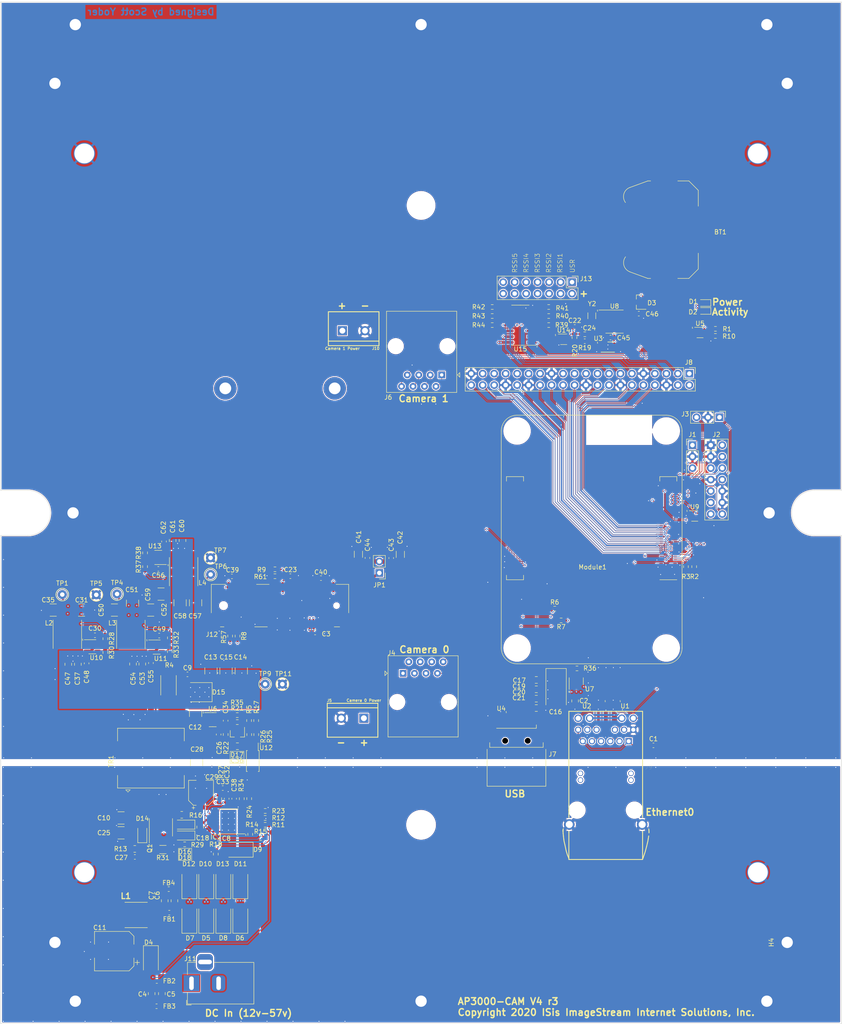
<source format=kicad_pcb>
(kicad_pcb (version 20210126) (generator pcbnew)
  (layers (0 "F.Cu" signal) (1 "In1.Cu" power) (2 "In2.Cu" power) (31 "B.Cu" signal) (34 "B.Paste" user) (35 "F.Paste" user) (36 "B.SilkS" user "B.Silkscreen") (37 "F.SilkS" user "F.Silkscreen") (38 "B.Mask" user) (39 "F.Mask" user) (44 "Edge.Cuts" user))
  (net 0 "")
  (net 1 "GND")
  (net 2 "Net-(BT1-Pad1)")
  (net 3 "Net-(C1-Pad1)")
  (net 4 "GNDPWR")
  (net 5 "Net-(C4-Pad1)")
  (net 6 "Net-(C5-Pad1)")
  (net 7 "Net-(C24-Pad1)")
  (net 8 "/RTC , Wakeup, FAN/nRTC_INT")
  (net 9 "Net-(C5-Pad2)")
  (net 10 "Net-(C6-Pad1)")
  (net 11 "Net-(C6-Pad2)")
  (net 12 "/PoE/VSS")
  (net 13 "/PoE/VDD")
  (net 14 "/CM4_HighSpeed/CAM0_D0_N")
  (net 15 "/CM4_HighSpeed/CAM0_D0_P")
  (net 16 "/CM4_HighSpeed/CAM0_D1_N")
  (net 17 "/CM4_HighSpeed/CAM0_D1_P")
  (net 18 "/CM4_HighSpeed/CAM0_C_N")
  (net 19 "/CM4_HighSpeed/CAM0_C_P")
  (net 20 "/CM4_GPIO ( Ethernet, GPIO, SDCARD)/TR0_TAP")
  (net 21 "/CM4_GPIO ( Ethernet, GPIO, SDCARD)/TR1_TAP")
  (net 22 "/+12v")
  (net 23 "Net-(C9-Pad1)")
  (net 24 "Net-(C10-Pad1)")
  (net 25 "Net-(C32-Pad1)")
  (net 26 "/CM4_HighSpeed/CAM1_C_P")
  (net 27 "/CM4_HighSpeed/CAM1_C_N")
  (net 28 "/CM4_HighSpeed/CAM1_D1_P")
  (net 29 "/CM4_HighSpeed/CAM1_D1_N")
  (net 30 "/CM4_HighSpeed/CAM1_D0_P")
  (net 31 "/CM4_HighSpeed/CAM1_D0_N")
  (net 32 "/PoE/APD")
  (net 33 "Net-(C26-Pad1)")
  (net 34 "/USB2\n/VBUS")
  (net 35 "Net-(C26-Pad2)")
  (net 36 "Net-(C27-Pad2)")
  (net 37 "/PoE/VC")
  (net 38 "Net-(C30-Pad2)")
  (net 39 "Net-(C30-Pad1)")
  (net 40 "Net-(Q1-Pad1)")
  (net 41 "Net-(C33-Pad1)")
  (net 42 "Net-(C49-Pad2)")
  (net 43 "Net-(C34-Pad1)")
  (net 44 "Net-(IC2-Pad8)")
  (net 45 "/CM4_GPIO ( Ethernet, GPIO, SDCARD)/TR2_TAP")
  (net 46 "/CM4_GPIO ( Ethernet, GPIO, SDCARD)/TR3_TAP")
  (net 47 "no_connect_(IC2-Pad7)")
  (net 48 "Net-(C38-Pad2)")
  (net 49 "/CM4_GPIO ( Ethernet, GPIO, SDCARD)/GLOBAL_EN")
  (net 50 "/+1.5v")
  (net 51 "Net-(C49-Pad1)")
  (net 52 "Net-(C56-Pad2)")
  (net 53 "Net-(C56-Pad1)")
  (net 54 "Net-(D15-Pad2)")
  (net 55 "/CM4_GPIO ( Ethernet, GPIO, SDCARD)/GPIO2")
  (net 56 "/CM4_GPIO ( Ethernet, GPIO, SDCARD)/GPIO3")
  (net 57 "/CM4_GPIO ( Ethernet, GPIO, SDCARD)/GPIO4")
  (net 58 "/CM4_GPIO ( Ethernet, GPIO, SDCARD)/GPIO14")
  (net 59 "/CM4_GPIO ( Ethernet, GPIO, SDCARD)/GPIO15")
  (net 60 "/CM4_GPIO ( Ethernet, GPIO, SDCARD)/GPIO17")
  (net 61 "/CM4_GPIO ( Ethernet, GPIO, SDCARD)/GPIO18")
  (net 62 "/CM4_GPIO ( Ethernet, GPIO, SDCARD)/GPIO27")
  (net 63 "/CM4_GPIO ( Ethernet, GPIO, SDCARD)/GPIO22")
  (net 64 "/CM4_GPIO ( Ethernet, GPIO, SDCARD)/GPIO23")
  (net 65 "/CM4_GPIO ( Ethernet, GPIO, SDCARD)/GPIO24")
  (net 66 "/CM4_GPIO ( Ethernet, GPIO, SDCARD)/GPIO10")
  (net 67 "/CM4_GPIO ( Ethernet, GPIO, SDCARD)/GPIO9")
  (net 68 "/CM4_GPIO ( Ethernet, GPIO, SDCARD)/GPIO25")
  (net 69 "/CM4_GPIO ( Ethernet, GPIO, SDCARD)/GPIO11")
  (net 70 "/CM4_GPIO ( Ethernet, GPIO, SDCARD)/GPIO8")
  (net 71 "/CM4_GPIO ( Ethernet, GPIO, SDCARD)/GPIO7")
  (net 72 "/CM4_GPIO ( Ethernet, GPIO, SDCARD)/GPIO5")
  (net 73 "/CM4_GPIO ( Ethernet, GPIO, SDCARD)/GPIO6")
  (net 74 "/CM4_GPIO ( Ethernet, GPIO, SDCARD)/GPIO12")
  (net 75 "/CM4_GPIO ( Ethernet, GPIO, SDCARD)/GPIO13")
  (net 76 "/CM4_GPIO ( Ethernet, GPIO, SDCARD)/GPIO16")
  (net 77 "/CM4_GPIO ( Ethernet, GPIO, SDCARD)/GPIO26")
  (net 78 "/CM4_GPIO ( Ethernet, GPIO, SDCARD)/GPIO20")
  (net 79 "/CM4_GPIO ( Ethernet, GPIO, SDCARD)/GPIO21")
  (net 80 "Net-(D16-Pad2)")
  (net 81 "Net-(D14-Pad2)")
  (net 82 "no_connect_(J2-Pad11)")
  (net 83 "/CM4_GPIO ( Ethernet, GPIO, SDCARD)/ID_SC")
  (net 84 "/CM4_GPIO ( Ethernet, GPIO, SDCARD)/ID_SD")
  (net 85 "Net-(D17-Pad2)")
  (net 86 "/CM4_GPIO ( Ethernet, GPIO, SDCARD)/SCL0")
  (net 87 "/CM4_GPIO ( Ethernet, GPIO, SDCARD)/SDA0")
  (net 88 "/CM4_HighSpeed/USB2_P")
  (net 89 "/PoE/T2P")
  (net 90 "Net-(IC2-Pad5)")
  (net 91 "Net-(IC2-Pad3)")
  (net 92 "Net-(IC2-Pad2)")
  (net 93 "Net-(J9-Pad20)")
  (net 94 "Net-(J9-Pad17)")
  (net 95 "/CM4_GPIO ( Ethernet, GPIO, SDCARD)/E0_TRD0_P")
  (net 96 "/CM4_GPIO ( Ethernet, GPIO, SDCARD)/E0_TRD0_N")
  (net 97 "/CM4_GPIO ( Ethernet, GPIO, SDCARD)/E0_TRD3_N")
  (net 98 "/CM4_GPIO ( Ethernet, GPIO, SDCARD)/E0_TRD3_P")
  (net 99 "/CM4_GPIO ( Ethernet, GPIO, SDCARD)/E0_TRD1_N")
  (net 100 "/CM4_GPIO ( Ethernet, GPIO, SDCARD)/E0_TRD1_P")
  (net 101 "/CM4_GPIO ( Ethernet, GPIO, SDCARD)/E0_TRD2_P")
  (net 102 "/CM4_GPIO ( Ethernet, GPIO, SDCARD)/E0_TRD2_N")
  (net 103 "Net-(J12-Pad45)")
  (net 104 "Net-(J12-Pad22)")
  (net 105 "Net-(J12-Pad1)")
  (net 106 "Net-(D18-Pad1)")
  (net 107 "/CM4_GPIO ( Ethernet, GPIO, SDCARD)/E0_LEDG")
  (net 108 "/CM4_GPIO ( Ethernet, GPIO, SDCARD)/E0_LEDY")
  (net 109 "/CM4_GPIO ( Ethernet, GPIO, SDCARD)/nPWR_LED")
  (net 110 "/CM4_HighSpeed/USB2_N")
  (net 111 "no_connect_(J12-Pad3)")
  (net 112 "Net-(D2-Pad1)")
  (net 113 "Net-(D1-Pad1)")
  (net 114 "Net-(R10-Pad2)")
  (net 115 "/CM4_GPIO ( Ethernet, GPIO, SDCARD)/WL_nDis")
  (net 116 "/CM4_GPIO ( Ethernet, GPIO, SDCARD)/GPIO19")
  (net 117 "/+3.3v")
  (net 118 "Net-(R36-Pad1)")
  (net 119 "no_connect_(J12-Pad5)")
  (net 120 "/CM4_HighSpeed/PCIE_CLK_nREQ")
  (net 121 "no_connect_(J12-Pad8)")
  (net 122 "no_connect_(J12-Pad10)")
  (net 123 "/CM4_HighSpeed/PCIE_CLK_N")
  (net 124 "no_connect_(J12-Pad12)")
  (net 125 "/CM4_HighSpeed/PCIE_CLK_P")
  (net 126 "no_connect_(J12-Pad14)")
  (net 127 "no_connect_(J12-Pad16)")
  (net 128 "no_connect_(J12-Pad17)")
  (net 129 "no_connect_(J12-Pad19)")
  (net 130 "Net-(Module1-Pad21)")
  (net 131 "Net-(U4-Pad1)")
  (net 132 "Net-(U4-Pad2)")
  (net 133 "/CM4_GPIO ( Ethernet, GPIO, SDCARD)/SYNC_OUT")
  (net 134 "/CM4_GPIO ( Ethernet, GPIO, SDCARD)/SYNC_IN")
  (net 135 "/CM4_GPIO ( Ethernet, GPIO, SDCARD)/AIN0")
  (net 136 "/CM4_GPIO ( Ethernet, GPIO, SDCARD)/AIN1")
  (net 137 "no_connect_(J12-Pad20)")
  (net 138 "/CM4_GPIO ( Ethernet, GPIO, SDCARD)/RUN_PG")
  (net 139 "Net-(J2-Pad13)")
  (net 140 "/CM4_GPIO ( Ethernet, GPIO, SDCARD)/EEPROM_nWP")
  (net 141 "Net-(U8-Pad2)")
  (net 142 "Net-(U8-Pad1)")
  (net 143 "/+5v")
  (net 144 "/CM4_HighSpeed/PCIE_RX_P")
  (net 145 "/CM4_GPIO ( Ethernet, GPIO, SDCARD)/nRPIBOOT")
  (net 146 "/CM4_HighSpeed/PCIE_RX_N")
  (net 147 "Net-(R16-Pad2)")
  (net 148 "Net-(R25-Pad1)")
  (net 149 "Net-(D18-Pad2)")
  (net 150 "Net-(R28-Pad2)")
  (net 151 "/CM4_GPIO ( Ethernet, GPIO, SDCARD)/BT_nDis")
  (net 152 "Net-(R32-Pad2)")
  (net 153 "Net-(C46-Pad1)")
  (net 154 "Net-(R37-Pad2)")
  (net 155 "no_connect_(J12-Pad30)")
  (net 156 "/CM4_HighSpeed/PCIE_TX_P")
  (net 157 "no_connect_(J12-Pad32)")
  (net 158 "/CM4_HighSpeed/PCIE_TX_N")
  (net 159 "no_connect_(J12-Pad36)")
  (net 160 "no_connect_(J12-Pad38)")
  (net 161 "no_connect_(J12-Pad42)")
  (net 162 "no_connect_(J12-Pad44)")
  (net 163 "no_connect_(J12-Pad46)")
  (net 164 "no_connect_(J13-Pad14)")
  (net 165 "no_connect_(J13-Pad13)")
  (net 166 "Net-(J13-Pad11)")
  (net 167 "Net-(J13-Pad9)")
  (net 168 "Net-(J13-Pad7)")
  (net 169 "Net-(J13-Pad5)")
  (net 170 "Net-(J13-Pad3)")
  (net 171 "Net-(J13-Pad1)")
  (net 172 "no_connect_(Module1-Pad19)")
  (net 173 "no_connect_(Module1-Pad57)")
  (net 174 "no_connect_(Module1-Pad61)")
  (net 175 "no_connect_(Module1-Pad63)")
  (net 176 "/CM4_GPIO ( Ethernet, GPIO, SDCARD)/SD_CMD")
  (net 177 "no_connect_(Module1-Pad64)")
  (net 178 "no_connect_(Module1-Pad67)")
  (net 179 "no_connect_(Module1-Pad68)")
  (net 180 "no_connect_(Module1-Pad69)")
  (net 181 "no_connect_(Module1-Pad70)")
  (net 182 "no_connect_(Module1-Pad72)")
  (net 183 "no_connect_(Module1-Pad73)")
  (net 184 "no_connect_(Module1-Pad84)")
  (net 185 "/CM4_GPIO ( Ethernet, GPIO, SDCARD)/SD_PWR_ON")
  (net 186 "/CM4_GPIO ( Ethernet, GPIO, SDCARD)/SD_DET")
  (net 187 "no_connect_(Module1-Pad86)")
  (net 188 "no_connect_(Module1-Pad88)")
  (net 189 "no_connect_(Module1-Pad90)")
  (net 190 "no_connect_(Module1-Pad97)")
  (net 191 "no_connect_(Module1-Pad100)")
  (net 192 "no_connect_(Module1-Pad101)")
  (net 193 "no_connect_(Module1-Pad104)")
  (net 194 "no_connect_(Module1-Pad106)")
  (net 195 "/CM4_HighSpeed/PCIE_nRST")
  (net 196 "no_connect_(Module1-Pad111)")
  (net 197 "no_connect_(Module1-Pad133)")
  (net 198 "no_connect_(Module1-Pad135)")
  (net 199 "no_connect_(Module1-Pad139)")
  (net 200 "no_connect_(Module1-Pad141)")
  (net 201 "no_connect_(Module1-Pad143)")
  (net 202 "no_connect_(Module1-Pad145)")
  (net 203 "no_connect_(Module1-Pad146)")
  (net 204 "no_connect_(Module1-Pad147)")
  (net 205 "no_connect_(Module1-Pad148)")
  (net 206 "no_connect_(Module1-Pad149)")
  (net 207 "no_connect_(Module1-Pad151)")
  (net 208 "no_connect_(Module1-Pad152)")
  (net 209 "no_connect_(Module1-Pad153)")
  (net 210 "no_connect_(Module1-Pad154)")
  (net 211 "no_connect_(Module1-Pad157)")
  (net 212 "no_connect_(Module1-Pad158)")
  (net 213 "no_connect_(Module1-Pad159)")
  (net 214 "no_connect_(Module1-Pad160)")
  (net 215 "no_connect_(Module1-Pad163)")
  (net 216 "no_connect_(Module1-Pad164)")
  (net 217 "no_connect_(Module1-Pad165)")
  (net 218 "no_connect_(Module1-Pad166)")
  (net 219 "no_connect_(Module1-Pad169)")
  (net 220 "no_connect_(Module1-Pad170)")
  (net 221 "no_connect_(Module1-Pad171)")
  (net 222 "no_connect_(Module1-Pad172)")
  (net 223 "no_connect_(Module1-Pad175)")
  (net 224 "no_connect_(Module1-Pad176)")
  (net 225 "no_connect_(Module1-Pad177)")
  (net 226 "no_connect_(Module1-Pad178)")
  (net 227 "no_connect_(Module1-Pad181)")
  (net 228 "no_connect_(Module1-Pad182)")
  (net 229 "no_connect_(Module1-Pad183)")
  (net 230 "no_connect_(Module1-Pad184)")
  (net 231 "no_connect_(Module1-Pad187)")
  (net 232 "no_connect_(Module1-Pad188)")
  (net 233 "no_connect_(Module1-Pad189)")
  (net 234 "no_connect_(Module1-Pad190)")
  (net 235 "no_connect_(Module1-Pad193)")
  (net 236 "no_connect_(Module1-Pad194)")
  (net 237 "no_connect_(Module1-Pad195)")
  (net 238 "no_connect_(Module1-Pad196)")
  (net 239 "no_connect_(Module1-Pad199)")
  (net 240 "no_connect_(Module1-Pad200)")
  (net 241 "Net-(R39-Pad1)")
  (net 242 "Net-(R40-Pad1)")
  (net 243 "Net-(R41-Pad1)")
  (net 244 "Net-(R42-Pad1)")
  (net 245 "Net-(R43-Pad1)")
  (net 246 "Net-(R44-Pad1)")
  (net 247 "no_connect_(U7-Pad4)")
  (net 248 "no_connect_(U8-Pad7)")
  (footprint "Connector_BarrelJack:BarrelJack_Horizontal" (layer "F.Cu") (at 42.205999 217.028 180)
    (fp_text reference "J11")
    (fp_text value "Barrel_Jack")
  )
  (footprint "Connector_PinHeader_2.54mm:PinHeader_1x03_P2.54mm_Vertical" (layer "F.Cu") (at 159.02 91.85 -90)
    (fp_text reference "J3")
    (fp_text value "Conn_01x03")
  )
  (footprint "Scott:YJ-USB-AF-SMT-01" (layer "F.Cu") (at 114.199799 164.8538 -90)
    (fp_text reference "J7")
    (fp_text value "YJ-USB-AF_SMT-01")
  )
  (footprint "Scott:BUS_PCI_Express_Mini_Full" (layer "F.Cu") (at 61.789996 133.509995)
    (fp_text reference "J12")
    (fp_text value "Bus_PCI_Express_Mini")
  )
  (footprint "Resistor_SMD:R_0603_1608Metric" (layer "F.Cu") (at 58.505 180.468)
    (fp_text reference "R12")
    (fp_text value "4.42K 1%")
  )
  (footprint "Resistor_SMD:R_0603_1608Metric" (layer "F.Cu") (at 23.1482 140.8358 -90)
    (fp_text reference "R28")
    (fp_text value "73.2K 1%")
  )
  (footprint "Capacitor_SMD:C_0603_1608Metric" (layer "F.Cu") (at 49.996 176.213 90)
    (fp_text reference "C32")
    (fp_text value ".47u  16V")
  )
  (footprint "Resistor_SMD:R_0603_1608Metric" (layer "F.Cu") (at 129.2186 73.4908 180)
    (fp_text reference "R19")
    (fp_text value "510K 1%")
  )
  (footprint "Connectors:SCREWTERMINAL-5MM-2" (layer "F.Cu") (at 75.59 72.71)
    (fp_text reference "J10")
    (fp_text value "Camera 1 Power")
  )
  (footprint "Scott:MountingHole_4.4mm_Pad_TopOnly" (layer "F.Cu") (at 18.5 192.5)
    (fp_text reference "H5" hide)
    (fp_text value "FlatAntenna")
  )
  (footprint "Capacitor_Tantalum_SMD:CP_EIA-7343-31_Kemet-D" (layer "F.Cu") (at 122.87 151.83 -90)
    (fp_text reference "C16")
    (fp_text value "100uF")
  )
  (footprint "Resistor_SMD:R_0603_1608Metric" (layer "F.Cu") (at 23.1482 143.8838 -90)
    (fp_text reference "R30")
    (fp_text value "10K 1%")
  )
  (footprint "Resistor_SMD:R_0603_1608Metric" (layer "F.Cu") (at 57.489 184.913)
    (fp_text reference "R15")
    (fp_text value "750K 1%")
  )
  (footprint "Diode_SMD:D_SMA" (layer "F.Cu") (at 33.221001 212.122999 -90)
    (fp_text reference "D4")
    (fp_text value "B2100")
  )
  (footprint "Capacitor_SMD:C_0805_2012Metric" (layer "F.Cu") (at 29.266 146.432 -90)
    (fp_text reference "C54")
    (fp_text value "10u 25v")
  )
  (footprint "MountingHole:MountingHole_2.5mm_Pad_TopBottom" (layer "F.Cu") (at 170 113)
    (fp_text reference "H12" hide)
    (fp_text value "Mounting Hole")
  )
  (footprint "Resistor_SMD:R_0603_1608Metric" (layer "F.Cu") (at 49.7646 162.0182 90)
    (fp_text reference "R22")
    (fp_text value "1K 1%")
  )
  (footprint "Capacitor_SMD:C_1210_3225Metric" (layer "F.Cu") (at 53.2218 147.956 90)
    (fp_text reference "C14")
    (fp_text value "22uF 16V")
  )
  (footprint "Package_SO:SOIC-14_3.9x8.7mm_P1.27mm" (layer "F.Cu") (at 114.97 71.485 180)
    (fp_text reference "U15")
    (fp_text value "SN74LVC07AD")
  )
  (footprint "Capacitor_SMD:C_0805_2012Metric" (layer "F.Cu") (at 17.07 146.479799 -90)
    (fp_text reference "C37")
    (fp_text value "10u 25v")
  )
  (footprint "Resistor_SMD:R_0603_1608Metric" (layer "F.Cu") (at 52.33 157.7256 180)
    (fp_text reference "R35")
    (fp_text value "2.61K 1%")
  )
  (footprint "Package_SO:SOP-4_4.4x2.6mm_P1.27mm" (layer "F.Cu") (at 55.770301 167.8811 -90)
    (fp_text reference "U12")
    (fp_text value "HMHA2801AR2")
  )
  (footprint "Connector_PinHeader_2.54mm:PinHeader_2x07_P2.54mm_Vertical" (layer "F.Cu") (at 126.4 61.96 -90)
    (fp_text reference "J13")
    (fp_text value "Conn_02x07_Odd_Even")
  )
  (footprint "Package_TO_SOT_SMD:SOT-23" (layer "F.Cu") (at 141.3765 66.3821 180)
    (fp_text reference "D3")
    (fp_text value "BAT54C-7-F")
  )
  (footprint "Resistor_SMD:R_0603_1608Metric" (layer "F.Cu") (at 48.345 176.213 -90)
    (fp_text reference "R27")
    (fp_text value "332 1%")
  )
  (footprint "Resistor_SMD:R_0603_1608Metric" (layer "F.Cu") (at 52.33 159.275)
    (fp_text reference "R21")
    (fp_text value "10K 1%")
  )
  (footprint "MountingHole:MountingHole_2.5mm_Pad_TopBottom" (layer "F.Cu") (at 174 18)
    (fp_text reference "H2" hide)
    (fp_text value "Mounting Hole")
  )
  (footprint "Diode_SMD:D_SMA" (layer "F.Cu") (at 41.738802 194.942057 90)
    (fp_text reference "D12")
    (fp_text value "B2100")
  )
  (footprint "Capacitor_SMD:C_0805_2012Metric" (layer "F.Cu") (at 118.49 154.091112)
    (fp_text reference "C20")
    (fp_text value "10u 10v")
  )
  (footprint "Diode_SMD:D_SOD-123" (layer "F.Cu") (at 40.7006 181.9514 180)
    (fp_text reference "D16")
    (fp_text value "MMSD4148T1G")
  )
  (footprint "TestPoint:TestPoint_Keystone_5000-5004_Miniature" (layer "F.Cu") (at 25.739 130.938)
    (fp_text reference "TP4")
    (fp_text value "TestPoint")
  )
  (footprint "Scott:L_TDK_VLS6045" (layer "F.Cu") (at 40.470999 126.002203 -90)
    (fp_text reference "L4")
    (fp_text value "VLS6045EX-1R0N")
  )
  (footprint "Capacitor_SMD:C_0603_1608Metric" (layer "F.Cu") (at 35.0608 140.139)
    (fp_text reference "C49")
    (fp_text value "100n 50v")
  )
  (footprint "Diode_SMD:D_SOD-123" (layer "F.Cu") (at 40.6996 184.3554 180)
    (fp_text reference "D18")
    (fp_text value "MMSD4148T1G")
  )
  (footprint "Diode_SMD:D_SMA" (layer "F.Cu") (at 53.008802 194.942057 90)
    (fp_text reference "D11")
    (fp_text value "B2100")
  )
  (footprint "Connector_PinHeader_2.54mm:PinHeader_1x02_P2.54mm_Vertical" (layer "F.Cu") (at 83.765 126.28 180)
    (fp_text reference "JP1")
    (fp_text value "Jumper_2_Open")
  )
  (footprint "Capacitor_SMD:C_0603_1608Metric" (layer "F.Cu") (at 52.3706 184.913 180)
    (fp_text reference "C8")
    (fp_text value ".1u 100v")
  )
  (footprint "Resistor_SMD:R_0805_2012Metric" (layer "F.Cu") (at 40.0498 179.7822)
    (fp_text reference "R16")
    (fp_text value "20")
  )
  (footprint "Capacitor_SMD:C_1210_3225Metric" (layer "F.Cu") (at 33.1812 134.494)
    (fp_text reference "C52")
    (fp_text value "22uF 16V")
  )
  (footprint "Capacitor_SMD:C_0805_2012Metric" (layer "F.Cu") (at 127.069799 154.593799 -90)
    (fp_text reference "C2")
    (fp_text value "10u 10v")
  )
  (footprint "Package_TO_SOT_SMD:SOT-23" (layer "F.Cu") (at 52.3554 161.815 -90)
    (fp_text reference "D17")
    (fp_text value "BAT54S")
  )
  (footprint "Diode_SMD:D_SMA" (layer "F.Cu") (at 49.258802 194.942057 90)
    (fp_text reference "D13")
    (fp_text value "B2100")
  )
  (footprint "Resistor_SMD:R_0603_1608Metric" (layer "F.Cu") (at 40.6996 186.31 180)
    (fp_text reference "R29")
    (fp_text value "10 1%")
  )
  (footprint "MountingHole:MountingHole_2.5mm_Pad_TopBottom" (layer "F.Cu") (at 169.5 221)
    (fp_text reference "H15" hide)
    (fp_text value "Mounting Hole")
  )
  (footprint "Resistor_SMD:R_0603_1608Metric" (layer "F.Cu") (at 52.39 140.245 -90)
    (fp_text reference "R8")
    (fp_text value "DNS 4.7K 1%")
  )
  (footprint "MountingHole:MountingHole_2.5mm_Pad_TopBottom" (layer "F.Cu") (at 93 221)
    (fp_text reference "H9" hide)
    (fp_text value "Mounting Hole")
  )
  (footprint "Scott:L_TDK_VLS6045" (layer "F.Cu") (at 28.787 139.8788 90)
    (fp_text reference "L3")
    (fp_text value "VLS6045EX-1R5N")
  )
  (footprint "Resistor_SMD:R_0603_1608Metric" (layer "F.Cu") (at 158.1238 72.2894 180)
    (fp_text reference "R1")
    (fp_text value "1K 1%")
  )
  (footprint "Capacitor_SMD:C_0805_2012Metric" (layer "F.Cu") (at 33.388 219.33 -90)
    (fp_text reference "C4")
    (fp_text value "1000p 100v")
  )
  (footprint "Package_TO_SOT_SMD:SOT-23-6" (layer "F.Cu") (at 34.857599 122.8546 180)
    (fp_text reference "U13")
    (fp_text value "TPS563249DDCR")
  )
  (footprint "Capacitor_SMD:C_0603_1608Metric" (layer "F.Cu") (at 34.870599 125.3946 180)
    (fp_text reference "C56")
    (fp_text value "100n 50v")
  )
  (footprint "Capacitor_SMD:C_0603_1608Metric" (layer "F.Cu") (at 36.127599 119.3216 90)
    (fp_text reference "C62")
    (fp_text value "100n 50v")
  )
  (footprint "Capacitor_SMD:C_0603_1608Metric" (layer "F.Cu") (at 64.08 127.001)
    (fp_text reference "C23")
    (fp_text value ".1u 25v")
  )
  (footprint "Package_SO:SO-8_3.9x4.9mm_P1.27mm" (layer "F.Cu") (at 35.4418 182.5508 90)
    (fp_text reference "Q1")
    (fp_text value "FDS86242")
  )
  (footprint "Capacitor_SMD:C_1210_3225Metric" (layer "F.Cu") (at 17.8904 134.494)
    (fp_text reference "C31")
    (fp_text value "22uF 16V")
  )
  (footprint "Inductor_SMD:L_0603_1608Metric" (layer "F.Cu") (at 37.296 201.423 180)
    (fp_text reference "FB1")
    (fp_text value "300 OHM")
  )
  (footprint "Connector_RJ:RJ45_Amphenol_54602-x08_Horizontal" (layer "F.Cu") (at 89 148.48)
    (fp_text reference "J4")
    (fp_text value "Camera 0")
  )
  (footprint "Scott:USON-10_2.51x1.0mm_P0.5mm" (layer "F.Cu") (at 135.5178 155.4236 -90)
    (fp_text reference "U1")
    (fp_text value "TPD4EUSB30" hide)
  )
  (footprint "Resistor_SMD:R_0603_1608Metric" (layer "F.Cu") (at 126.9326 74.2406 90)
    (fp_text reference "R20")
    (fp_text value "510K 1%")
  )
  (footprint "MountingHole:MountingHole_2.5mm_Pad_TopBottom" (layer "F.Cu") (at 16 113)
    (fp_text reference "H11" hide)
    (fp_text value "Mounting Hole")
  )
  (footprint "Diode_SMD:D_SMA" (layer "F.Cu") (at 52.441 187.5038 180)
    (fp_text reference "D9")
    (fp_text value "SMAJ58A")
  )
  (footprint "Capacitor_SMD:C_0805_2012Metric" (layer "F.Cu") (at 118.49 149.953334)
    (fp_text reference "C17")
    (fp_text value "10u 10v")
  )
  (footprint "Resistor_SMD:R_0603_1608Metric" (layer "F.Cu") (at 53.331001 176.213 90)
    (fp_text reference "R34")
    (fp_text value "2K 1%")
  )
  (footprint "Crystal:Crystal_SMD_3215-2Pin_3.2x1.5mm" (layer "F.Cu") (at 130.777201 69.404199 -90)
    (fp_text reference "Y2")
    (fp_text value "X32K768S301")
  )
  (footprint "Resistor_SMD:R_0603_1608Metric" (layer "F.Cu") (at 60.669 127.01 180)
    (fp_text reference "R61")
    (fp_text value "0 1%")
  )
  (footprint "Capacitor_SMD:C_0603_1608Metric" (layer "F.Cu") (at 29.676 189.099999)
    (fp_text reference "C27")
    (fp_text value ".1u 100v")
  )
  (footprint "Diode_SMD:D_SMA" (layer "F.Cu") (at 53.008802 202.581257 90)
    (fp_text reference "D6")
    (fp_text value "B2100")
  )
  (footprint "Capacitor_SMD:C_0603_1608Metric" (layer "F.Cu") (at 41.3092 148.718)
    (fp_text reference "C9")
    (fp_text value "2200pF 100v")
  )
  (footprint "TestPoint:TestPoint_Keystone_5000-5004_Miniature" (layer "F.Cu") (at 58.505 150.877)
    (fp_text reference "TP9")
    (fp_text value "TestPoint")
  )
  (footprint "Resistor_SMD:R_0603_1608Metric" (layer "F.Cu") (at 60.674 125.477)
    (fp_text reference "R9")
    (fp_text value "DNS 4.7K 1%")
  )
  (footprint "TestPoint:TestPoint_Keystone_5000-5004_Miniature" (layer "F.Cu") (at 21.1416 131.1158)
    (fp_text reference "TP5")
    (fp_text value "TestPoint")
  )
  (footprint "Capacitor_SMD:C_1210_3225Metric" (layer "F.Cu") (at 43.112599 132.8868 -90)
    (fp_text reference "C57")
    (fp_text value "22uF 16V")
  )
  (footprint "Resistor_SMD:R_0603_1608Metric" (layer "F.Cu") (at 31.936599 121.8386 90)
    (fp_text reference "R38")
    (fp_text value "10K 1%")
  )
  (footprint "Resistor_SMD:R_0603_1608Metric" (layer "F.Cu") (at 58.514 178.923)
    (fp_text reference "R23")
    (fp_text value "34K 1%")
  )
  (footprint "Package_TO_SOT_SMD:SOT-23-6" (layer "F.Cu") (at 34.502 142.679)
    (fp_text reference "U11")
    (fp_text value "TPS563249DDCR")
  )
  (footprint "Resistor_SMD:R_0603_1608Metric" (layer "F.Cu") (at 108.74 67.46 180)
    (fp_text reference "R42")
    (fp_text value "1K 1%")
  )
  (footprint "Diode_SMD:D_PowerDI-123" (layer "F.Cu") (at 31.327 183.752 90)
    (fp_text reference "D14")
    (fp_text value "DFLU1200-7")
  )
  (footprint "Scott:L_TDK_VLS6045" (layer "F.Cu") (at 14.7408 139.8534 90)
    (fp_text reference "L2")
    (fp_text value "VLS6045EX-1R5N")
  )
  (footprint "Resistor_SMD:R_0603_1608Metric" (layer "F.Cu") (at 123.9862 136.78 180)
    (fp_text reference "R7")
    (fp_text value "2.2K 1%")
  )
  (footprint "Capacitor_SMD:C_0805_2012Metric" (layer "F.Cu") (at 118.49 156.16)
    (fp_text reference "C21")
    (fp_text value "10u 10v")
  )
  (footprint "Package_TO_SOT_SMD:SOT-23-5" (layer "F.Cu") (at 46.8944 158.7416)
    (fp_text reference "U6")
    (fp_text value "TL431AIDBVR")
  )
  (footprint "MountingHole:MountingHole_2.5mm_Pad_TopBottom" (layer "F.Cu") (at 16.5 221)
    (fp_text reference "H16" hide)
    (fp_text value "Mounting Hole")
  )
  (footprint "Capacitor_SMD:CP_Elec_8x10.5" (layer "F.Cu") (at 25.104 209.932 180)
    (fp_text reference "C11")
    (fp_text value "22u  100v")
  )
  (footprint "Capacitor_SMD:C_0603_1608Metric" (layer "F.Cu") (at 129.2098 75.0326)
    (fp_text reference "C24")
    (fp_text value "100n 16v")
  )
  (footprint "Resistor_SMD:R_0603_1608Metric" (layer "F.Cu") (at 58.505 181.992 180)
    (fp_text reference "R11")
    (fp_text value "100K 1%")
  )
  (footprint "Resistor_SMD:R_0603_1608Metric" (layer "F.Cu") (at 153.4248 124.8928 90)
    (fp_text reference "R2")
    (fp_text value "470R")
  )
  (footprint "Resistor_SMD:R_0603_1608Metric" (layer "F.Cu") (at 108.74 69.46 180)
    (fp_text reference "R43")
    (fp_text value "1K 1%")
  )
  (footprint "Capacitor_SMD:C_0805_2012Metric" (layer "F.Cu") (at 38.439 198.7966 90)
    (fp_text reference "C6")
    (fp_text value "1000p 100v")
  )
  (footprint "Inductor_SMD:L_0603_1608Metric" (layer "F.Cu") (at 37.169 196.216 180)
    (fp_text reference "FB4")
    (fp_text value "300 OHM")
  )
  (footprint "Capacitor_SMD:C_0603_1608Metric" (layer "F.Cu") (at 49.12 173.864)
    (fp_text reference "C33")
    (fp_text value "330p 50v")
  )
  (footprint "Capacitor_SMD:C_1210_3225Metric" (layer "F.Cu") (at 43.334998 168.2506 90)
    (fp_text reference "C28")
    (fp_text value "2.2nF 2KV")
  )
  (footprint "Package_DFN_QFN:DFN-8-1EP_3x2mm_P0.5mm_EP1.3x1.5mm" (layer "F.Cu") (at 134.31 76.322)
    (fp_text reference "U3")
    (fp_text value "ATECC608A-MAHDA")
  )
  (footprint "Resistor_SMD:R_0603_1608Metric" (layer "F.Cu") (at 122.5638 134.1892)
    (fp_text reference "R6")
    (fp_text value "2.2K 1%")
  )
  (footprint "Resistor_SMD:R_2512_6332Metric" (layer "F.Cu") (at 37.1182 151.131 -90)
    (fp_text reference "R4")
    (fp_text value "7.5 5% 1W")
  )
  (footprint "Resistor_SMD:R_0603_1608Metric" (layer "F.Cu") (at 121.24 71.46)
    (fp_text reference "R39")
    (fp_text value "1K 1%")
  )
  (footprint "Capacitor_SMD:C_1206_3216Metric" (layer "F.Cu") (at 88.4008 122.175 90)
    (fp_text reference "C42")
    (fp_text value "47u 10v")
  )
  (footprint "Resistor_SMD:R_0603_1608Metric" (layer "F.Cu") (at 31.936599 124.8866 90)
    (fp_text reference "R37")
    (fp_text value "15K 1%")
  )
  (footprint "Capacitor_SMD:C_0805_2012Metric" (layer "F.Cu") (at 36.28 198.7966 90)
    (fp_text reference "C7")
    (fp_text value "1000p 100v")
  )
  (footprint "Capacitor_SMD:C_0603_1608Metric" (layer "F.Cu") (at 141.169 68.9366)
    (fp_text reference "C46")
    (fp_text value "100n 16v")
  )
  (footprint "Resistor_SMD:R_0603_1608Metric" (layer "F.Cu") (at 56.5198 158.9294 90)
    (fp_text reference "R17")
    (fp_text value "0R 1%")
  )
  (footprint "Connector_PinHeader_2.54mm:PinHeader_2x20_P2.54mm_Vertical" (layer "F.Cu") (at 152.35 82.19 -90)
    (fp_text reference "J8")
    (fp_text value "THD-20-R")
  )
  (footprint "Capacitor_SMD:C_0603_1608Metric" (layer "F.Cu") (at 49.7646 158.9572 90)
    (fp_text reference "C34")
    (fp_text value "33n 25v")
  )
  (footprint "TestPoint:TestPoint_Keystone_5000-5004_Miniature" (layer "F.Cu") (at 46.424 122.937)
    (fp_text reference "TP7")
    (fp_text value "TestPoint")
  )
  (footprint "Capacitor_SMD:C_0805_2012Metric" (layer "F.Cu") (at 35.645 219.33 -90)
    (fp_text reference "C5")
    (fp_text value "1000p 100v")
  )
  (footprint "Capacitor_SMD:C_1210_3225Metric" (layer "F.Cu") (at 43.1126 157.354 -90)
    (fp_text reference "C12")
    (fp_text value "22uF 16V")
  )
  (footprint "Resistor_SMD:R_0603_1608Metric" (layer "F.Cu") (at 50.758 140.24 -90)
    (fp_text reference "R57")
    (fp_text value "4.7K")
  )
  (footprint "Diode_SMD:D_SMA" (layer "F.Cu") (at 45.468803 202.581257 90)
    (fp_text reference "D5")
    (fp_text value "B2100")
  )
  (footprint "Resistor_SMD:R_0603_1608Metric" (layer "F.Cu") (at 37.423 140.647 -90)
    (fp_text reference "R32")
    (fp_text value "45.3K 1%")
  )
  (footprint "Scott:WE-TPC_4818_482892-744042003" (layer "F.Cu") (at 29.958 201.931 180)
    (fp_text reference "L1")
    (fp_text value "744042003" hide)
  )
  (footprint "Package_TO_SOT_SMD:SOT-23-6" (layer "F.Cu") (at 127.324799 150.2538 90)
    (fp_text reference "U7")
    (fp_text value "AP22653W6")
  )
  (footprint "Resistor_SMD:R_0603_1608Metric" (layer "F.Cu") (at 121.24 69.46)
    (fp_text reference "R40")
    (fp_text value "1K 1%")
  )
  (footprint "Scott:MountingHole_4.4mm_Pad_TopOnly" (layer "F.Cu") (at 18.5 33.5)
    (fp_text reference "H6" hide)
    (fp_text value "FlatAntenna")
  )
  (footprint "Resistor_SMD:R_0805_2012Metric" (layer "F.Cu") (at 29.6525 187.326)
    (fp_text reference "R13")
    (fp_text value "39K 1%")
  )
  (footprint "Capacitor_SMD:C_0603_1608Metric" (layer "F.Cu") (at 86.3942 122.9878 90)
    (fp_text reference "C43")
    (fp_text value ".1u 25v")
  )
  (footprint "MountingHole:MountingHole_2.5mm_Pad_TopBottom" (layer "F.Cu") (at 93 5)
    (fp_text reference "H10" hide)
    (fp_text value "Mounting Hole")
  )
  (footprint "Capacitor_SMD:C_1210_3225Metric" (layer "F.Cu") (at 11.6166 134.494 180)
    (fp_text reference "C35")
    (fp_text value "22uF 16V")
  )
  (footprint "Capacitor_SMD:C_0603_1608Metric" (layer "F.Cu") (at 69.554 139.447)
    (fp_text reference "C3")
    (fp_text value ".1u 25v")
  )
  (footprint "AP3000:Raspberry-Pi-4-Compute-Module" (layer "F.Cu") (at 147.23999 94.885002 180)
    (fp_text reference "Module1")
    (fp_text value "ComputeModule4")
  )
  (footprint "Capacitor_SMD:C_0603_1608Metric" (layer "F.Cu") (at 134.8988 74.218 180)
    (fp_text reference "C45")
    (fp_text value ".1uF")
  )
  (footprint "MountingHole:MountingHole_2.5mm_Pad_TopBottom" (layer "F.Cu") (at 174 208 90)
    (fp_text reference "H4")
    (fp_text value "Mounting Hole")
  )
  (footprint "Capacitor_SMD:C_0603_1608Metric" (layer "F.Cu") (at 126.9994 71.8866)
    (fp_text reference "C22")
    (fp_text value "100n 16v")
  )
  (footprint "Capacitor_SMD:C_0805_2012Metric" (layer "F.Cu") (at 14.944 146.4828 -90)
    (fp_text reference "C47")
    (fp_text value "10u 25v")
  )
  (footprint "Scott:USON-10_2.51x1.0mm_P0.5mm" (layer "F.Cu") (at 132.2412 155.4236 -90)
    (fp_text reference "U2")
    (fp_text value "TPD4EUSB30" hide)
  )
  (footprint "0826-1X1T-GH-F:BEL_0826-1X1T-GH-F" (layer "F.Cu") (at 133.85 178.74 180)
    (fp_text reference "J9")
    (fp_text value "0826-1X1T-GH-F")
  )
  (footprint "Capacitor_SMD:C_0805_2012Metric" (layer "F.Cu") (at 118.49 152.022224)
    (fp_text reference "C19")
    (fp_text value "10u 10v")
  )
  (footprint "Capacitor_SMD:C_0603_1608Metric" (layer "F.Cu") (at 33.232 146.212 -90)
    (fp_text reference "C55")
    (fp_text value "100n 50v")
  )
  (footprint "Capacitor_SMD:C_1206_3216Metric" (layer "F.Cu") (at 79.1298 122.1496 90)
    (fp_text reference "C41")
    (fp_text value "47u 10v")
  )
  (footprint "Capacitor_SMD:C_1210_3225Metric" (layer "F.Cu") (at 26.628 183.77 180)
    (fp_text reference "C25")
    (fp_text value "2.2u 100v")
  )
  (footprint "Connector_PinHeader_2.54mm:PinHeader_1x03_P2.54mm_Vertical" (layer "F.Cu") (at 153.04 98.01)
    (fp_text reference "J1")
    (fp_text value "Conn_01x03")
  )
  (footprint "Resistor_SMD:R_0603_1608Metric" (layer "F.Cu") (at 47.583 188.469 -90)
    (fp_text reference "R18")
    (fp_text value "63.4 1%")
  )
  (footprint "Package_TO_SOT_SMD:SOT-23-6" (layer "F.Cu") (at 20.278 142.6118)
    (fp_text reference "U10")
    (fp_text value "TPS563249DDCR")
  )
  (footprint "Capacitor_SMD:C_1210_3225Metric" (layer "F.Cu") (at 35.468999 130.955203 180)
    (fp_text reference "C59")
    (fp_text value "22uF 16V")
  )
  (footprint "Capacitor_SMD:C_0805_2012Metric" (layer "F.Cu") (at 38.032599 119.1016 90)
    (fp_text reference "C61")
    (fp_text value "10u 25v")
  )
  (footprint "Capacitor_SMD:C_0603_1608Metric" (layer "F.Cu") (at 81.1364 122.9624 90)
    (fp_text reference "C44")
    (fp_text value ".1u 25v")
  )
  (footprint "Capacitor_SMD:C_0603_1608Metric" (layer "F.Cu") (at 51.155001 127.034001 180)
    (fp_text reference "C39")
    (fp_text value ".1u 25v")
  )
  (footprint "Connectors:SCREWTERMINAL-5MM-2" (layer "F.Cu") (at 80.34 158.41 180)
    (fp_text reference "J5")
    (fp_text value "Camera 0 Power")
  )
  (footprint "Capacitor_SMD:C_0603_1608Metric" (layer "F.Cu") (at 19.008 146.2818 -90)
    (fp_text reference "C48")
    (fp_text value "100n 50v")
  )
  (footprint "MountingHole:MountingHole_2.5mm_Pad_TopBottom" (layer "F.Cu") (at 169.5 5)
    (fp_text reference "H13" hide)
    (fp_text value "Mounting Hole")
  )
  (footprint "Capacitor_SMD:C_0805_2012Metric" (layer "F.Cu") (at 52.365399 164.6087 180)
    (fp_text reference "C36")
    (fp_text value "1u 25v")
  )
  (footprint "Resistor_SMD:R_0603_1608Metric" (layer "F.Cu") (at 56.5342 162.0384 90)
    (fp_text reference "R25")
    (fp_text value "2K 1%")
  )
  (footprint "Capacitor_SMD:C_0603_1608Metric" (layer "F.Cu") (at 20.8528 140.0738)
    (fp_text reference "C30")
    (fp_text value "100n 50v")
  )
  (footprint "Connector_PinHeader_2.54mm:PinHeader_2x07_P2.54mm_Vertical" (layer "F.Cu") (at 157.09 98.01)
    (fp_text reference "J2")
    (fp_text value "Conn_02x07_Odd_Even")
  )
  (footprint "Resistor_SMD:R_0603_1608Metric" (layer "F.Cu") (at 54.982901 162.0384 90)
    (fp_text reference "R26")
    (fp_text value "10K 1%")
  )
  (footprint "MountingHole:MountingHole_2.5mm_Pad_TopBottom" (layer "F.Cu") (at 12 18)
    (fp_text reference "H1" hide)
    (fp_text value "Mounting Hole")
  )
  (footprint "Capacitor_SMD:C_1210_3225Metric" (layer "F.Cu") (at 49.8436 147.9542 90)
    (fp_text reference "C15")
    (fp_text value "22uF 16V")
  )
  (footprint "Capacitor_SMD:C_0603_1608Metric" (layer "F.Cu") (at 51.647 176.213 90)
    (fp_text reference "C38")
    (fp_text value ".022u 50v")
  )
  (footprint "Capacitor_SMD:C_1210_3225Metric" (layer "F.Cu") (at 25.1548 134.494 180)
    (fp_text reference "C50")
    (fp_text value "22uF 16V")
  )
  (footprint "Connector_RJ:RJ45_Amphenol_54602-x08_Horizontal" (layer "F.Cu") (at 97.565 82.48 180)
    (fp_text reference "J6")
    (fp_text value "Camera 1")
  )
  (footprint "Capacitor_SMD:CP_Elec_5x5.8" (layer "F.Cu") (at 44.315201 174.9116 90)
    (fp_text reference "C29")
    (fp_text value "22u  25v")
  )
  (footprint "Scott:USON-10_2.51x1.0mm_P0.5mm" (layer "F.Cu") (at 113.31001 155.980003 90)
    (fp_text reference "U4")
    (fp_text value "TPD4EUSB30" hide)
  )
  (footprint "Resistor_SMD:R_0603_1608Metric" (layer "F.Cu") (at 127.4914 147.3972)
    (fp_text reference "R36")
    (fp_text value "15K 1%")
  )
  (footprint "Diode_SMD:D_PowerDI-5" (layer "F.Cu") (at 42.9602 152.655 180)
    (fp_text reference "D15")
    (fp_text value "SBR8A60P5-13")
  )
  (footprint "Capacitor_SMD:C_0805_2012Metric" (layer "F.Cu") (at 31.327 146.432 -90)
    (fp_text reference "C53")
    (fp_text value "10u 25v")
  )
  (footprint "Capacitor_SMD:C_1210_3225Metric" (layer "F.Cu") (at 26.628 180.468 180)
    (fp_text reference "C10")
    (fp_text value "2.2u 100v")
  )
  (footprint "TestPoint:TestPoint_Keystone_5000-5004_Miniature" (layer "F.Cu") (at 46.44 126.62)
    (fp_text reference "TP6")
    (fp_text value "TestPoint")
  )
  (footprint "TestPoint:TestPoint_Keystone_5000-5004_Miniature" (layer "F.Cu") (at 13.6232 131.065)
    (fp_text reference "TP1")
    (fp_text value "TestPoint")
  )
  (footprint "Inductor_SMD:L_0603_1608Metric" (layer "F.Cu") (at 34.4765 222.124 180)
    (fp_text reference "FB3")
    (fp_text value "300 OHM")
  )
  (footprint "Resistor_SMD:R_0603_1608Metric" (layer "F.Cu") (at 55.203 184.088 90)
    (fp_text reference "R14")
    (fp_text value "24.9K 1%")
  )
  (footprint "Diode_SMD:D_SMA" (layer "F.Cu") (at 45.468803 194.942057 90)
    (fp_text reference "D10")
    (fp_text value "B2100")
  )
  (footprint "Resistor_SMD:R_0603_1608Metric" (layer "F.Cu") (at 37.423 143.695 -90)
    (fp_text reference "R33")
    (fp_text value "10K 1%")
  )
  (footprint "Package_TO_SOT_SMD:SOT-353_SC-70-5" (layer "F.Cu") (at 153.54 113.68)
    (fp_text reference "U9")
    (fp_text value "74LVC1G07SE-7")
  )
  (footprint "Scott:Transformer_TNK_TSE265" (layer "F.Cu") (at 33.232 168.0474 90)
    (fp_text reference "TR1")
    (fp_text value "TSE265  /  C465989")
  )
  (footprint "Battery:BatteryHolder_Keystone_3034_1x20mm" (layer "F.Cu") (at 146.79 50.36 -90)
    (fp_text reference "BT1")
    (fp_text value "Battery_Cell")
  )
  (footprint "Resistor_SMD:R_1206_3216Metric" (layer "F.Cu") (at 35.8843 187.453 180)
    (fp_text reference "R31")
    (fp_text value ".082 1%")
  )
  (footprint "Capacitor_SMD:C_0603_1608Metric" (layer "F.Cu") (at 70.8494 127.4328 180)
    (fp_text reference "C40")
    (fp_text value ".1u 25v")
  )
  (footprint "Diode_SMD:D_SMA" (layer "F.Cu") (at 41.738802 202.581257 90)
    (fp_text reference "D7")
    (fp_text value "B2100")
  )
  (footprint "Resistor_SMD:R_0603_1608Metric" (layer "F.Cu") (at 121.24 67.46)
    (fp_text reference "R41")
    (fp_text value "1K 1%")
  )
  (footprint "Scott:MountingHole_4.4mm_Pad_TopOnly" (layer "F.Cu") (at 167.5 192.5)
    (fp_text reference "H8" hide)
    (fp_text value "FlatAntenna")
  )
  (footprint "Capacitor_SMD:C_1210_3225Metric" (layer "F.Cu") (at 46.5162 147.956 90)
    (fp_text reference "C13")
    (fp_text value "22uF 16V")
  )
  (footprint "Capacitor_SMD:C_0603_1608Metric" (layer "F.Cu") (at 144.4078 164.4152)
    (fp_text reference "C1")
    (fp_text value "100n 16v")
  )
  (footprint "Package_SO:SOIC-8_3.9x4.9mm_P1.27mm" (layer "F.Cu") (at 135.7972 70.6892)
    (fp_text reference "U8")
    (fp_text value "PCF85063AT/AAZ")
  )
  (footprint "Capacitor_SMD:C_0805_2012Metric" (layer "F.Cu") (at 44.1286 182.5 -90)
    (fp_text reference "C18")
    (fp_text value "1uF 25V")
  )
  (footprint "Package_TO_SOT_SMD:SOT-353_SC-70-5" (layer "F.Cu") (at 154.715 73.11)
    (fp_text reference "U5")
    (fp_text value "74LVC1G07SE-7")
  )
  (footprint "Inductor_SMD:L_0603_1608Metric" (layer "F.Cu") (at 34.5275 216.536 180)
    (fp_text reference "FB2")
    (fp_text value "300 OHM")
  )
  (footprint "Capacitor_SMD:C_1210_3225Metric" (layer "F.Cu") (at 29.168 132.97 90)
    (fp_text reference "C51")
    (fp_text value "22uF 16V")
  )
  (footprint "Capacitor_SMD:C_1210_3225Metric" (layer "F.Cu") (at 39.683599 132.8868 -90)
    (fp_text reference "C58")
    (fp_text value "22uF 16V")
  )
  (footprint "Scott:HTSSOP-16-1EP_4.4x5mm_P0.65mm_EP3.4x5mm_Mask2.46x2.31mm_ThermalVias" (layer "F.Cu") (at 50.376988 181.229991 180)
    (fp_text reference "IC2")
    (fp_text value "TPS23751PWPR")
  )
  (footprint "Resistor_SMD:R_0603_1608Metric" (layer "F.Cu") (at 158.115 73.86 180)
    (fp_text reference "R10")
    (fp_text value "1K 1%")
  )
  (footprint "Capacitor_SMD:C_0603_1608Metric" (layer "F.Cu") (at 48.2152 162.0182 90)
    (fp_text reference "C26")
    (fp_text value "100pF 50V")
  )
  (footprint "Package_TO_SOT_SMD:SOT-353_SC-70-5" (layer "F.Cu") (at 124.55 74.6024)
    (fp_text reference "U14")
    (fp_text value "74LVC1G07SE-7")
  )
  (footprint "Scott:MountingHole_4.4mm_Pad_TopOnly" (layer "F.Cu") (at 167.5 33.5)
    (fp_text reference "H7" hide)
    (fp_text value "FlatAntenna")
  )
  (footprint "LED_SMD:LED_0603_1608Metric" (layer "F.Cu") (at 155.6225 68.33 180)
    (fp_text reference "D2")
    (fp_text value "LED Green")
  )
  (footprint "Resistor_SMD:R_0603_1608Metric" (layer "F.Cu") (at 151.596 124.8928 90)
    (fp_text reference "R3")
    (fp_text value "470R")
  )
  (footprint "Resistor_SMD:R_0603_1608Metric" (layer "F.Cu") (at 54.9744 176.2008 90)
    (fp_text reference "R24")
    (fp_text value "2K 1%")
  )
  (footprint "Diode_SMD:D_SMA" (layer "F.Cu") (at 49.258802 202.581257 90)
    (fp_text reference "D8")
    (fp_text value "B2100")
  )
  (footprint "TestPoint:TestPoint_Keystone_5000-5004_Miniature" (layer "F.Cu") (at 62.315 150.877)
    (fp_text reference "TP11")
    (fp_text value "TestPoint")
  )
  (footprint "Capacitor_SMD:C_0805_2012Metric" (layer "F.Cu") (at 40.216999 119.1016 90)
    (fp_text reference "C60")
    (fp_text value "10u 25v")
  )
  (footprint "MountingHole:MountingHole_2.5mm_Pad_TopBottom" (layer "F.Cu") (at 12 208)
    (fp_text reference "H3" hide)
    (fp_text value "Mounting Hole")
  )
  (footprint "LED_SMD:LED_0603_1608Metric" (layer "F.Cu") (at 155.61 66.57 180)
    (fp_text reference "D1")
    (fp_text value "LED Red")
  )
  (footprint "Resistor_SMD:R_0603_1608Metric" (layer "F.Cu") (at 54.9462 158.9316 90)
    (fp_text reference "R5")
    (fp_text value "4.99K 1%")
  )
  (footprint "MountingHole:MountingHole_2.5mm_Pad_TopBottom" (layer "F.Cu") (at 16.5 5)
    (fp_text reference "H14" hide)
    (fp_text value "Mounting Hole")
  )
  (footprint "Resistor_SMD:R_0603_1608Metric" (layer "F.Cu") (at 108.74 71.46 180)
    (fp_text reference "R44")
    (fp_text value "1K 1%")
  )
  (gr_rect (start 39.327988 187.198991) (end 42.248988 189.865991) (layer "F.SilkS") (width 0.1016) (fill none))
  (gr_rect (start 50.758 165.736) (end 53.806 168.403) (layer "F.SilkS") (width 0.1016) (fill none))
  (gr_line (start 186 0) (end 186 108) (layer "Edge.Cuts") (width 0.1))
  (gr_line (start 6 118) (end 0 118) (layer "Edge.Cuts") (width 0.1))
  (gr_line (start 180 108) (end 186 108) (layer "Edge.Cuts") (width 0.1))
  (gr_line (start 186 118) (end 186 226) (layer "Edge.Cuts") (width 0.1))
  (gr_line (start 0 226) (end 0 118) (layer "Edge.Cuts") (width 0.1))
  (gr_circle (center 93 45) (end 96 45) (layer "Edge.Cuts") (width 0.001) (fill none))
  (gr_circle (center 93 181.992) (end 96 181.992) (layer "Edge.Cuts") (width 0.001) (fill none))
  (gr_line (start 6 108) (end 0 108) (layer "Edge.Cuts") (width 0.1))
  (gr_line (start 0 0) (end 186 0) (layer "Edge.Cuts") (width 0.1))
  (gr_line (start 180 118) (end 186 118) (layer "Edge.Cuts") (width 0.1))
  (gr_line (start 0 108) (end 0 0) (layer "Edge.Cuts") (width 0.1))
  (gr_line (start 0 226) (end 186 226) (layer "Edge.Cuts") (width 0.1))
  (gr_arc (start 6 113) (end 6 118) (angle -180) (layer "Edge.Cuts") (width 0.1))
  (gr_arc (start 180 113) (end 180 108) (angle -180) (layer "Edge.Cuts") (width 0.1))
  (gr_text "Designed by Scott Yoder" (at 33.24 2.16) (layer "B.Cu") (effects (font (size 1.5 1.5) (thickness 0.3)) (justify mirror)))
  (gr_text "USB" (at 113.749988 175.133991) (layer "F.SilkS") (effects (font (size 1.5 1.5) (thickness 0.3))))
  (gr_text "Activity" (at 161.375 68.5556) (layer "F.SilkS") (effects (font (size 1.5 1.5) (thickness 0.3))))
  (gr_text "RSSI4" (at 116.24 59.96 90) (layer "F.SilkS") (effects (font (size 1 1) (thickness 0.1)) (justify left)))
  (gr_text "RSSI5" (at 113.74 59.96 90) (layer "F.SilkS") (effects (font (size 1 1) (thickness 0.1)) (justify left)))
  (gr_text "1" (at 122.74 73.66) (layer "F.SilkS") (effects (font (size 0.3048 0.3048) (thickness 0.0762))))
  (gr_text "1" (at 151.84 112.56) (layer "F.SilkS") (effects (font (size 0.3048 0.3048) (thickness 0.0762))))
  (gr_text "1" (at 32.84 186.36 90) (layer "F.SilkS") (effects (font (size 0.3048 0.3048) (thickness 0.0762))))
  (gr_text "+" (at 80.389991 163.979998 180) (layer "F.SilkS") (effects (font (size 1.5 1.5) (thickness 0.3))))
  (gr_text "AP3000-CAM V4 r3\nCopyright 2020 ISis ImageStream Internet Solutions, Inc." (at 100.94 222.26) (layer "F.SilkS") (effects (font (size 1.5 1.5) (thickness 0.3)) (justify left)))
  (gr_text "DC In (12v-57v)" (at 54.821988 223.647991) (layer "F.SilkS") (effects (font (size 1.5 1.5) (thickness 0.3))))
  (gr_text "1" (at 132.04 68.26) (layer "F.SilkS") (effects (font (size 0.3048 0.3048) (thickness 0.0762))))
  (gr_text "1" (at 32.34 141.16) (layer "F.SilkS") (effects (font (size 0.3048 0.3048) (thickness 0.0762))))
  (gr_text "1" (at 133.7398 154.6362) (layer "F.SilkS") (effects (font (size 0.3048 0.3048) (thickness 0.0762))))
  (gr_text "Ethernet0" (at 148.04 179.198) (layer "F.SilkS") (effects (font (size 1.5 1.5) (thickness 0.3))))
  (gr_text "-" (at 80.599991 67.139998) (layer "F.SilkS") (effects (font (size 1.5 1.5) (thickness 0.3))))
  (gr_text "+" (at 75.5 67.14) (layer "F.SilkS") (effects (font (size 1.5 1.5) (thickness 0.3))))
  (gr_text "RSSI3" (at 118.74 59.96 90) (layer "F.SilkS") (effects (font (size 1 1) (thickness 0.1)) (justify left)))
  (gr_text "1" (at 54.2378 184.2272) (layer "F.SilkS") (effects (font (size 0.3048 0.3048) (thickness 0.0762))))
  (gr_text "1" (at 153.04 72.06) (layer "F.SilkS") (effects (font (size 0.3048 0.3048) (thickness 0.0762))))
  (gr_text "RSSI1" (at 123.74 59.96 90) (layer "F.SilkS") (effects (font (size 1 1) (thickness 0.1)) (justify left)))
  (gr_text "+" (at 128.99 64.46) (layer "F.SilkS") (effects (font (size 1.5 1.5) (thickness 0.3))))
  (gr_text "1" (at 44.84 157.16) (layer "F.SilkS") (effects (font (size 0.3048 0.3048) (thickness 0.0762))))
  (gr_text "-" (at 75.29 163.98 180) (layer "F.SilkS") (effects (font (size 1.5 1.5) (thickness 0.3))))
  (gr_text "1" (at 111.84 157.06) (layer "F.SilkS") (effects (font (size 0.3048 0.3048) (thickness 0.0762))))
  (gr_text "Power" (at 160.74 66.3712) (layer "F.SilkS") (effects (font (size 1.5 1.5) (thickness 0.3))))
  (gr_text "RSSI2" (at 121.24 59.96 90) (layer "F.SilkS") (effects (font (size 1 1) (thickness 0.1)) (justify left)))
  (gr_text "1" (at 118.65 76.2) (layer "F.SilkS") (effects (font (size 0.3048 0.3048) (thickness 0.0762))))
  (gr_text "1" (at 132.04 75.36) (layer "F.SilkS") (effects (font (size 0.3048 0.3048) (thickness 0.0762))))
  (gr_text "Camera 0" (at 93.729988 143.22999) (layer "F.SilkS") (effects (font (size 1.5 1.5) (thickness 0.3))))
  (gr_text "1" (at 57.44 164.06) (layer "F.SilkS") (effects (font (size 0.3048 0.3048) (thickness 0.0762))))
  (gr_text "1" (at 18.14 141.06) (layer "F.SilkS") (effects (font (size 0.3048 0.3048) (thickness 0.0762))))
  (gr_text "1" (at 37.04 124.56) (layer "F.SilkS") (effects (font (size 0.3048 0.3048) (thickness 0.0762))))
  (gr_text "Camera 1" (at 93.56 87.72) (layer "F.SilkS") (effects (font (size 1.5 1.5) (thickness 0.3))))
  (gr_text "USR" (at 126.49 59.96 90) (layer "F.SilkS") (effects (font (size 1 1) (thickness 0.1)) (justify left)))
  (gr_text "1" (at 137.0672 154.6362) (layer "F.SilkS") (effects (font (size 0.3048 0.3048) (thickness 0.0762))))
  (gr_text "1" (at 125.74 152.56) (layer "F.SilkS") (effects (font (size 0.3048 0.3048) (thickness 0.0762))))
  (segment (start 148.544998 124.985002) (end 148.53 125) (width 0.2032) (layer "F.Cu") (net 1))
  (segment (start 132.2412 156.3888) (end 132.2158 156.4142) (width 0.3048) (layer "F.Cu") (net 1))
  (segment (start 149.23999 124.985002) (end 148.544998 124.985002) (width 0.2032) (layer "F.Cu") (net 1))
  (segment (start 61.19 136.3302) (end 61.1974 136.3228) (width 0.508) (layer "F.Cu") (net 1))
  (segment (start 146.15999 124.985002) (end 145.433198 124.985002) (width 0.2032) (layer "F.Cu") (net 1))
  (segment (start 61.19 138.8882) (end 61.19 136.3302) (width 0.508) (layer "F.Cu") (net 1))
  (segment (start 112.23999 122.585002) (end 111.511198 122.585002) (width 0.2032) (layer "F.Cu") (net 1))
  (segment (start 111.504998 123.785002) (end 112.23999 123.785002) (width 0.2032) (layer "F.Cu") (net 1))
  (segment (start 111.4894 123.8006) (end 111.504998 123.785002) (width 0.2032) (layer "F.Cu") (net 1))
  (segment (start 132.241188 154.432991) (end 132.241188 156.388791) (width 0.3556) (layer "F.Cu") (net 1))
  (segment (start 145.433198 124.985002) (end 145.4238 124.9944) (width 0.2032) (layer "F.Cu") (net 1))
  (segment (start 135.517788 154.432991) (end 135.517788 156.414191) (width 0.3556) (layer "F.Cu") (net 1))
  (segment (start 111.511198 122.585002) (end 111.4894 122.6068) (width 0.2032) (layer "F.Cu") (net 1))
  (via (at 150.26 124.58) (size 0.5) (drill 0.2) (layers "F.Cu" "B.Cu") (net 1))
  (via (at 107.781 157.8874) (size 0.5) (drill 0.2) (layers "F.Cu" "B.Cu") (net 1))
  (via (at 153.28 122.3) (size 0.5) (drill 0.2) (layers "F.Cu" "B.Cu") (net 1))
  (via (at 107.76 128.35) (size 0.5) (drill 0.2) (layers "F.Cu" "B.Cu") (net 1))
  (via (at 164.848851 167.1808) (size 0.5) (drill 0.2) (layers "F.Cu" "B.Cu") (net 1))
  (via (at 154.64 106.55) (size 0.5) (drill 0.2) (layers "F.Cu" "B.Cu") (net 1))
  (via (at 65.871 126.874) (size 0.5) (drill 0.2) (layers "F.Cu" "B.Cu") (net 1))
  (via (at 135.5178 156.4142) (size 0.5) (drill 0.2) (layers "F.Cu" "B.Cu") (net 1))
  (via (at 84.127103 167.1738) (size 0.5) (drill 0.2) (layers "F.Cu" "B.Cu") (net 1))
  (via (at 141.93 88.75) (size 0.5) (drill 0.2) (layers "F.Cu" "B.Cu") (net 1))
  (via (at 9.0004 134.5702) (size 0.5) (drill 0.2) (layers "F.Cu" "B.Cu") (net 1))
  (via (at 157.7936 115.825) (size 0.5) (drill 0.2) (layers "F.Cu" "B.Cu") (net 1))
  (via (at 145.48 107) (size 0.5) (drill 0.2) (layers "F.Cu" "B.Cu") (net 1))
  (via (at 29.4474 157.608) (size 0.5) (drill 0.2) (layers "F.Cu" "B.Cu") (net 1))
  (via (at 130.3616 156.592) (size 0.5) (drill 0.2) (layers "F.Cu" "B.Cu") (net 1))
  (via (at 35.086188 137.135591) (size 0.5) (drill 0.2) (layers "F.Cu" "B.Cu") (net 1))
  (via (at 153.79 108.61) (size 0.5) (drill 0.2) (layers "F.Cu" "B.Cu") (net 1))
  (via (at 150.01 115.06) (size 0.5) (drill 0.2) (layers "F.Cu" "B.Cu") (net 1))
  (via (at 138.63 124.19) (size 0.5) (drill 0.2) (layers "F.Cu" "B.Cu") (net 1))
  (via (at 27.136 157.5572) (size 0.5) (drill 0.2) (layers "F.Cu" "B.Cu") (net 1))
  (via (at 67.19 138.97) (size 0.5) (drill 0.2) (layers "F.Cu" "B.Cu") (net 1))
  (via (at 155.5 131.76) (size 0.5) (drill 0.2) (layers "F.Cu" "B.Cu") (net 1))
  (via (at 145.23 120.18) (size 0.5) (drill 0.2) (layers "F.Cu" "B.Cu") (net 1))
  (via (at 145.46 116.19) (size 0.5) (drill 0.2) (layers "F.Cu" "B.Cu") (net 1))
  (via (at 171.482745 167.1808) (size 0.5) (drill 0.2) (layers "F.Cu" "B.Cu") (net 1))
  (via (at 150 114.01) (size 0.5) (drill 0.2) (layers "F.Cu" "B.Cu") (net 1))
  (via (at 111.4894 122.6068) (size 0.5) (drill 0.2) (layers "F.Cu" "B.Cu") (net 1))
  (via (at 125.61 154.91) (size 0.5) (drill 0.2) (layers "F.Cu" "B.Cu") (net 1))
  (via (at 124.53 91.72) (size 0.5) (drill 0.2) (layers "F.Cu" "B.Cu") (net 1))
  (via (at 134.31 76.76) (size 0.5) (drill 0.2) (layers "F.Cu" "B.Cu") (net 1))
  (via (at 111.5402 167.1838) (size 0.5) (drill 0.2) (layers "F.Cu" "B.Cu") (net 1))
  (via (at 132.2412 154.433) (size 0.5) (drill 0.2) (layers "F.Cu" "B.Cu") (net 1))
  (via (at 67.141 136.2212) (size 0.5) (drill 0.2) (layers "F.Cu" "B.Cu") (net 1))
  (via (at 49.361 145.6446) (size 0.5) (drill 0.2) (layers "F.Cu" "B.Cu") (net 1))
  (via (at 151.68 115.26) (size 0.5) (drill 0.2) (layers "F.Cu" "B.Cu") (net 1))
  (via (at 55.5332 146.8384) (size 0.5) (drill 0.2) (layers "F.Cu" "B.Cu") (net 1))
  (via (at 120.97 150.18) (size 0.5) (drill 0.2) (layers "F.Cu" "B.Cu") (net 1))
  (via (at 48.345 139.1422) (size 0.5) (drill 0.2) (layers "F.Cu" "B.Cu") (net 1))
  (via (at 89.8994 120.397) (size 0.5) (drill 0.2) (layers "F.Cu" "B.Cu") (net 1))
  (via (at 91.02 80.3) (size 0.5) (drill 0.2) (layers "F.Cu" "B.Cu") (net 1))
  (via (at 127.0342 156.4142) (size 0.5) (drill 0.2) (layers "F.Cu" "B.Cu") (net 1))
  (via (at 115.23 132.12) (size 0.5) (drill 0.2) (layers "F.Cu" "B.Cu") (net 1))
  (via (at 132.2412 147.2194) (size 0.5) (drill 0.2) (layers "F.Cu" "B.Cu") (net 1))
  (via (at 0.62 154.08) (size 0.5) (drill 0.2) (layers "F.Cu" "B.Cu") (net 1))
  (via (at 69.046 126.874) (size 0.5) (drill 0.2) (layers "F.Cu" "B.Cu") (net 1))
  (via (at 117.68 67.1) (size 0.5) (drill 0.2) (layers "F.Cu" "B.Cu") (net 1))
  (via (at 123.98 93.55) (size 0.5) (drill 0.2) (layers "F.Cu" "B.Cu") (net 1))
  (via (at 28.2282 158.7764) (size 0.5) (drill 0.2) (layers "F.Cu" "B.Cu") (net 1))
  (via (at 151.581063 167.1808) (size 0.5) (drill 0.2) (layers "F.Cu" "B.Cu") (net 1))
  (via (at 85.5306 120.6256) (size 0.5) (drill 0.2) (layers "F.Cu" "B.Cu") (net 1))
  (via (at 61.1974 136.3228) (size 0.5) (drill 0.2) (layers "F.Cu" "B.Cu") (net 1))
  (via (at 133.9176 147.2194) (size 0.5) (drill 0.2) (layers "F.Cu" "B.Cu") (net 1))
  (via (at 132.2158 156.4142) (size 0.5) (drill 0.2) (layers "F.Cu" "B.Cu") (net 1))
  (via (at 111.4894 123.8006) (size 0.5) (drill 0.2) (layers "F.Cu" "B.Cu") (net 1))
  (via (at 105.3882 167.1838) (size 0.5) (drill 0.2) (layers "F.Cu" "B.Cu") (net 1))
  (via (at 53.2 136.05) (size 0.5) (drill 0.2) (layers "F.Cu" "B.Cu") (net 1))
  (via (at 12.023 147.448) (size 0.5) (drill 0.2) (layers "F.Cu" "B.Cu") (net 1))
  (via (at 12.023 149.861) (size 0.5) (drill 0.2) (layers "F.Cu" "B.Cu") (net 1))
  (via (at 71.823103 167.1738) (size 0.5) (drill 0.2) (layers "F.Cu" "B.Cu") (net 1))
  (via (at 148.1416 114.8598) (size 0.5) (drill 0.2) (layers "F.Cu" "B.Cu") (net 1))
  (via (at 135.5432 147.2194) (size 0.5) (drill 0.2) (layers "F.Cu" "B.Cu") (net 1))
  (via (at 145.4238 124.9944) (size 0.5) (drill 0.2) (layers "F.Cu" "B.Cu") (net 1))
  (via (at 0.62 135.624) (size 0.5) (drill 0.2) (layers "F.Cu" "B.Cu") (net 1))
  (via (at 128.863 159.7416) (size 0.5) (drill 0.2) (layers "F.Cu" "B.Cu") (net 1))
  (via (at 46.780901 167.1046) (size 0.5) (drill 0.2) (layers "F.Cu" "B.Cu") (net 1))
  (via (at 37.5702 167.1738) (size 0.5) (drill 0.2) (layers "F.Cu" "B.Cu") (net 1))
  (via (at 20.786 134.494) (size 0.5) (drill 0.2) (layers "F.Cu" "B.Cu") (net 1))
  (via (at 0.6582 167.1738) (size 0.5) (drill 0.2) (layers "F.Cu" "B.Cu") (net 1))
  (via (at 128.5328 71.916) (size 0.5) (drill 0.2) (layers "F.Cu" "B.Cu") (net 1))
  (via (at 145.17 123.41) (size 0.5) (drill 0.2) (layers "F.Cu" "B.Cu") (net 1))
  (via (at 149.978471 119.83821) (size 0.5) (drill 0.2) (layers "F.Cu" "B.Cu") (net 1))
  (via (at 178.116639 167.1808) (size 0.5) (drill 0.2) (layers "F.Cu" "B.Cu") (net 1))
  (via (at 82 120.6256) (size 0.5) (drill 0.2) (layers "F.Cu" "B.Cu") (net 1))
  (via (at 71.6114 139.701) (size 0.5) (drill 0.2) (layers "F.Cu" "B.Cu") (net 1))
  (via (at 31.2762 131.1666) (size 0.5) (drill 0.2) (layers "F.Cu" "B.Cu") (net 1))
  (via (at 0.62 147.928) (size 0.5) (drill 0.2) (layers "F.Cu" "B.Cu") (net 1))
  (via (at 131.85 77.35) (size 0.5) (drill 0.2) (layers "F.Cu" "B.Cu") (net 1))
  (via (at 49.5896 126.8994) (size 0.5) (drill 0.2) (layers "F.Cu" "B.Cu") (net 1))
  (via (at 146.92 121.74) (size 0.5) (drill 0.2) (layers "F.Cu" "B.Cu") (net 1))
  (via (at 130 153.4025) (size 0.5) (drill 0.2) (layers "F.Cu" "B.Cu") (net 1))
  (via (at 129.9298 148.21) (size 0.5) (drill 0.2) (layers "F.Cu" "B.Cu") (net 1))
  (via (at 120.59 156.66) (size 0.5) (drill 0.2) (layers "F.Cu" "B.Cu") (net 1))
  (via (at 145.99 126.63) (size 0.5) (drill 0.2) (layers "F.Cu" "B.Cu") (net 1))
  (via (at 151.05 105.69) (size 0.5) (drill 0.2) (layers "F.Cu" "B.Cu") (net 1))
  (via (at 137.0418 147.2194) (size 0.5) (drill 0.2) (layers "F.Cu" "B.Cu") (net 1))
  (via (at 52.932901 167.1046) (size 0.5) (drill 0.2) (layers "F.Cu" "B.Cu") (net 1))
  (via (at 134.34 75.86) (size 0.5) (drill 0.2) (layers "F.Cu" "B.Cu") (net 1))
  (via (at 72.729 126.8994) (size 0.5) (drill 0.2) (layers "F.Cu" "B.Cu") (net 1))
  (via (at 6.8102 167.1738) (size 0.5) (drill 0.2) (layers "F.Cu" "B.Cu") (net 1))
  (via (at 130 145.04) (size 0.5) (drill 0.2) (layers "F.Cu" "B.Cu") (net 1))
  (via (at 133.3334 74.2452) (size 0.5) (drill 0.2) (layers "F.Cu" "B.Cu") (net 1))
  (via (at 147.1764 124.4864) (size 0.5) (drill 0.2) (layers "F.Cu" "B.Cu") (net 1))
  (via (at 116.19 67.7) (size 0.5) (drill 0.2) (layers "F.Cu" "B.Cu") (net 1))
  (via (at 0.62 141.776) (size 0.5) (drill 0.2) (layers "F.Cu" "B.Cu") (net 1))
  (via (at 96.26 88.93) (size 0.5) (drill 0.2) (layers "F.Cu" "B.Cu") (net 1))
  (via (at 116.11 123.86) (size 0.5) (drill 0.2) (layers "F.Cu" "B.Cu") (net 1))
  (via (at 142.2234 69.9526) (size 0.5) (drill 0.2) (layers "F.Cu" "B.Cu") (net 1))
  (via (at 72.8052 131.9286) (size 0.5) (drill 0.2) (layers "F.Cu" "B.Cu") (net 1))
  (via (at 143.3156 110.3132) (size 0.5) (drill 0.2) (layers "F.Cu" "B.Cu") (net 1))
  (via (at 58.9114 126.8994) (size 0.5) (drill 0.2) (layers "F.Cu" "B.Cu") (net 1))
  (via (at 149.0814 126.6) (size 0.5) (drill 0.2) (layers "F.Cu" "B.Cu") (net 1))
  (via (at 133.816 162.6372) (size 0.5) (drill 0.2) (layers "F.Cu" "B.Cu") (net 1))
  (via (at 151.27 103.51) (size 0.5) (drill 0.2) (layers "F.Cu" "B.Cu") (net 1))
  (via (at 129.752 162.3832) (size 0.5) (drill 0.2) (layers "F.Cu" "B.Cu") (net 1))
  (via (at 31.9366 157.5826) (size 0.5) (drill 0.2) (layers "F.Cu" "B.Cu") (net 1))
  (via (at 22.2592 134.5194) (size 0.5) (drill 0.2) (layers "F.Cu" "B.Cu") (net 1))
  (via (at 137.13 77.32) (size 0.5) (drill 0.2) (layers "F.Cu" "B.Cu") (net 1))
  (via (at 157.1078 74.9818) (size 0.5) (drill 0.2) (layers "F.Cu" "B.Cu") (net 1))
  (via (at 61.19 138.8882) (size 0.5) (drill 0.2) (layers "F.Cu" "B.Cu") (net 1))
  (via (at 0.62 129.472) (size 0.5) (drill 0.2) (layers "F.Cu" "B.Cu") (net 1))
  (via (at 0.62 123.32) (size 0.5) (drill 0.2) (layers "F.Cu" "B.Cu") (net 1))
  (via (at 148.53 125) (size 0.5) (drill 0.2) (layers "F.Cu" "B.Cu") (net 1))
  (via (at 70.2906 136.1704) (size 0.5) (drill 0.2) (layers "F.Cu" "B.Cu") (net 1))
  (via (at 77.975103 167.1738) (size 0.5) (drill 0.2) (layers "F.Cu" "B.Cu") (net 1))
  (via (at 121.05 152.15) (size 0.5) (drill 0.2) (layers "F.Cu" "B.Cu") (net 1))
  (via (at 184.750536 167.1808) (size 0.5) (drill 0.2) (layers "F.Cu" "B.Cu") (net 1))
  (via (at 30.819 158.751) (size 0.5) (drill 0.2) (layers "F.Cu" "B.Cu") (net 1))
  (via (at 66.6076 132.3858) (size 0.5) (drill 0.2) (layers "F.Cu" "B.Cu") (net 1))
  (via (at 133.8922 156.6174) (size 0.5) (drill 0.2) (layers "F.Cu" "B.Cu") (net 1))
  (via (at 110.6 156.95) (size 0.5) (drill 0.2) (layers "F.Cu" "B.Cu") (net 1))
  (via (at 144.947169 167.1808) (size 0.5) (drill 0.2) (layers "F.Cu" "B.Cu") (net 1))
  (via (at 150.072 112.8786) (size 0.5) (drill 0.2) (layers "F.Cu" "B.Cu") (net 1))
  (via (at 149.97 117.76) (size 0.5) (drill 0.2) (layers "F.Cu" "B.Cu") (net 1))
  (via (at 135.5178 154.433) (size 0.5) (drill 0.2) (layers "F.Cu" "B.Cu") (net 1))
  (via (at 130 150.615) (size 0.5) (drill 0.2) (layers "F.Cu" "B.Cu") (net 1))
  (via (at 135.721 157.6842) (size 0.5) (drill 0.2) (layers "F.Cu" "B.Cu") (net 1))
  (via (at 153.12 119.57) (size 0.5) (drill 0.2) (layers "F.Cu" "B.Cu") (net 1))
  (via (at 158.214957 167.1808) (size 0.5) (drill 0.2) (layers "F.Cu" "B.Cu") (net 1))
  (via (at 117.6922 167.1838) (size 0.5) (drill 0.2) (layers "F.Cu" "B.Cu") (net 1))
  (via (at 93.08 88.94) (size 0.5) (drill 0.2) (layers "F.Cu" "B.Cu") (net 1))
  (via (at 150.06 121.65) (size 0.5) (drill 0.2) (layers "F.Cu" "B.Cu") (net 1))
  (via (at 151.66 113.57) (size 0.5) (drill 0.2) (layers "F.Cu" "B.Cu") (net 1))
  (via (at 124.98 66.71) (size 0.5) (drill 0.2) (layers "F.Cu" "B.Cu") (net 1))
  (via (at 137.5498 156.5412) (size 0.5) (drill 0.2) (layers "F.Cu" "B.Cu") (net 1))
  (via (at 121.06 154.1) (size 0.5) (drill 0.2) (layers "F.Cu" "B.Cu") (net 1))
  (via (at 123.48 75.8724) (size 0.5) (drill 0.2) (layers "F.Cu" "B.Cu") (net 1))
  (via (at 148.465965 122.079107) (size 0.5) (drill 0.2) (layers "F.Cu" "B.Cu") (net 1))
  (via (at 120.88 128.68) (size 0.5) (drill 0.2) (layers "F.Cu" "B.Cu") (net 1))
  (via (at 31.4182 167.1738) (size 0.5) (drill 0.2) (layers "F.Cu" "B.Cu") (net 1))
  (via (at 65.671103 167.1738) (size 0.5) (drill 0.2) (layers "F.Cu" "B.Cu") (net 1))
  (via (at 111.4132 125.096) (size 0.5) (drill 0.2) (layers "F.Cu" "B.Cu") (net 1))
  (via (at 0.62 160.232) (size 0.5) (drill 0.2) (layers "F.Cu" "B.Cu") (net 1))
  (via (at 77.682 120.4224) (size 0.5) (drill 0.2) (layers "F.Cu" "B.Cu") (net 1))
  (via (at 25.2662 167.1738) (size 0.5) (drill 0.2) (layers "F.Cu" "B.Cu") (net 1))
  (via (at 56.26 137.64) (size 0.5) (drill 0.2) (layers "F.Cu" "B.Cu") (net 1))
  (via (at 44.2556 146.4828) (size 0.5) (drill 0.2) (layers "F.Cu" "B.Cu") (net 1))
  (via (at 145.45 118.18) (size 0.5) (drill 0.2) (layers "F.Cu" "B.Cu") (net 1))
  (via (at 63.966 136.2974) (size 0.5) (drill 0.2) (layers "F.Cu" "B.Cu") (net 1))
  (via (at 63.9914 138.9644) (size 0.5) (drill 0.2) (layers "F.Cu" "B.Cu") (net 1))
  (segment (start 157.06 45.81) (end 150.625 39.375) (width 0.508) (layer "F.Cu") (net 2))
  (segment (start 150.725 61.345) (end 157.06 55.01) (width 0.508) (layer "F.Cu") (net 2))
  (segment (start 150.625 39.375) (end 146.79 39.375) (width 0.508) (layer "F.Cu") (net 2))
  (segment (start 157.06 55.01) (end 157.06 45.81) (width 0.508) (layer "F.Cu") (net 2))
  (segment (start 143.3429 67.3321) (end 146.79 63.885) (width 0.508) (layer "F.Cu") (net 2))
  (segment (start 142.3765 67.3321) (end 143.3429 67.3321) (width 0.508) (layer "F.Cu") (net 2))
  (segment (start 146.79 61.345) (end 150.725 61.345) (width 0.508) (layer "F.Cu") (net 2))
  (segment (start 146.79 63.885) (end 146.79 61.345) (width 0.508) (layer "F.Cu") (net 2))
  (segment (start 140.3641 165.6598) (end 142.8584 165.6598) (width 0.2032) (layer "F.Cu") (net 3))
  (segment (start 128.77 163.5) (end 127.754 162.484) (width 0.2032) (layer "F.Cu") (net 3))
  (segment (start 127.754 162.484) (end 127.754 160.96) (width 0.2032) (layer "F.Cu") (net 3))
  (segment (start 142.8584 165.6598) (end 143.6328 164.8854) (width 0.2032) (layer "F.Cu") (net 3))
  (segment (start 139.85515 164.42515) (end 139.85515 165.15085) (width 0.2032) (layer "F.Cu") (net 3))
  (segment (start 143.6328 164.8854) (end 143.6328 164.4152) (width 0.2032) (layer "F.Cu") (net 3))
  (segment (start 138.93 163.5) (end 139.85515 164.42515) (width 0.2032) (layer "F.Cu") (net 3))
  (segment (start 139.85515 165.15085) (end 140.3641 165.6598) (width 0.2032) (layer "F.Cu") (net 3))
  (segment (start 137.13915 165.29085) (end 138.93 163.5) (width 0.2032) (layer "B.Cu") (net 3))
  (segment (start 130.56085 165.29085) (end 137.13915 165.29085) (width 0.2032) (layer "B.Cu") (net 3))
  (segment (start 128.77 163.5) (end 130.56085 165.29085) (width 0.2032) (layer "B.Cu") (net 3))
  (via (at 59.1654 178.1566) (size 0.5) (drill 0.2) (layers "F.Cu" "B.Cu") (net 4))
  (via (at 117.6922 169.2666) (size 0.5) (drill 0.2) (layers "F.Cu" "B.Cu") (net 4))
  (via (at 43.392 184.278) (size 0.5) (drill 0.2) (layers "F.Cu" "B.Cu") (net 4))
  (via (at 158.192422 169.292) (size 0.5) (drill 0.2) (layers "F.Cu" "B.Cu") (net 4))
  (via (at 84.122233 169.285) (size 0.5) (drill 0.2) (layers "F.Cu" "B.Cu") (net 4))
  (via (at 25.866 185.6496) (size 0.5) (drill 0.2) (layers "F.Cu" "B.Cu") (net 4))
  (via (at 171.469044 169.292) (size 0.5) (drill 0.2) (layers "F.Cu" "B.Cu") (net 4))
  (via (at 35.01 175.2864) (size 0.5) (drill 0.2) (layers "F.Cu" "B.Cu") (net 4))
  (via (at 65.639734 169.285) (size 0.5) (drill 0.2) (layers "F.Cu" "B.Cu") (net 4))
  (via (at 0.565 194.251664) (size 0.5) (drill 0.2) (layers "F.Cu" "B.Cu") (net 4))
  (via (at 52.8662 169.2158) (size 0.5) (drill 0.2) (layers "F.Cu" "B.Cu") (net 4))
  (via (at 64.664444 225.46) (size 0.5) (drill 0.2) (layers "F.Cu" "B.Cu") (net 4))
  (via (at 0.565 219.218328) (size 0.5) (drill 0.2) (layers "F.Cu" "B.Cu") (net 4))
  (via (at 151.554111 169.292) (size 0.5) (drill 0.2) (layers "F.Cu" "B.Cu") (net 4))
  (via (at 25.612 182.1444) (size 0.5) (drill 0.2) (layers "F.Cu" "B.Cu") (net 4))
  (via (at 46.705367 169.2158) (size 0.5) (drill 0.2) (layers "F.Cu" "B.Cu") (net 4))
  (via (at 48.091 185.548) (size 0.5) (drill 0.2) (layers "F.Cu" "B.Cu") (net 4))
  (via (at 45.551 173.9148) (size 0.5) (drill 0.2) (layers "F.Cu" "B.Cu") (net 4))
  (via (at 53.164394 225.46) (size 0.5) (drill 0.2) (layers "F.Cu" "B.Cu") (net 4))
  (via (at 45.1192 170.8922) (size 0.5) (drill 0.2) (layers "F.Cu" "B.Cu") (net 4))
  (via (at 0.565 181.768332) (size 0.5) (drill 0.2) (layers "F.Cu" "B.Cu") (net 4))
  (via (at 24.414269 225.46) (size 0.5) (drill 0.2) (layers "F.Cu" "B.Cu") (net 4))
  (via (at 77.9614 169.285) (size 0.5) (drill 0.2) (layers "F.Cu" "B.Cu") (net 4))
  (via (at 71.800567 169.285) (size 0.5) (drill 0.2) (layers "F.Cu" "B.Cu") (net 4))
  (via (at 111.5402 169.2666) (size 0.5) (drill 0.2) (layers "F.Cu" "B.Cu") (net 4))
  (via (at 52.536 178.054991) (size 0.5) (drill 0.2) (layers "F.Cu" "B.Cu") (net 4))
  (via (at 37.529998 169.285) (size 0.5) (drill 0.2) (layers "F.Cu" "B.Cu") (net 4))
  (via (at 25.6882 178.6392) (size 0.5) (drill 0.2) (layers "F.Cu" "B.Cu") (net 4))
  (via (at 76.164494 225.46) (size 0.5) (drill 0.2) (layers "F.Cu" "B.Cu") (net 4))
  (via (at 31.369165 169.285) (size 0.5) (drill 0.2) (layers "F.Cu" "B.Cu") (net 4))
  (via (at 43.0872 173.9148) (size 0.5) (drill 0.2) (layers "F.Cu" "B.Cu") (net 4))
  (via (at 0.565 169.285) (size 0.5) (drill 0.2) (layers "F.Cu" "B.Cu") (net 4))
  (via (at 0.565 212.976662) (size 0.5) (drill 0.2) (layers "F.Cu" "B.Cu") (net 4))
  (via (at 105.3882 169.2666) (size 0.5) (drill 0.2) (layers "F.Cu" "B.Cu") (net 4))
  (via (at 184.745666 169.292) (size 0.5) (drill 0.2) (layers "F.Cu" "B.Cu") (net 4))
  (via (at 35.914319 225.46) (size 0.5) (drill 0.2) (layers "F.Cu" "B.Cu") (net 4))
  (via (at 136.103326 169.285) (size 0.5) (drill 0.2) (layers "F.Cu" "B.Cu") (net 4))
  (via (at 46.821 178.436) (size 0.5) (drill 0.2) (layers "F.Cu" "B.Cu") (net 4))
  (via (at 30.164294 225.46) (size 0.5) (drill 0.2) (layers "F.Cu" "B.Cu") (net 4))
  (via (at 23.8594 207.9254) (size 0.5) (drill 0.2) (layers "F.Cu" "B.Cu") (net 4))
  (via (at 164.830733 169.292) (size 0.5) (drill 0.2) (layers "F.Cu" "B.Cu") (net 4))
  (via (at 46.567 187.961) (size 0.5) (drill 0.2) (layers "F.Cu" "B.Cu") (net 4))
  (via (at 0.565 175.526666) (size 0.5) (drill 0.2) (layers "F.Cu" "B.Cu") (net 4))
  (via (at 25.208332 169.285) (size 0.5) (drill 0.2) (layers "F.Cu" "B.Cu") (net 4))
  (via (at 58.6574 180.595) (size 0.5) (drill 0.2) (layers "F.Cu" "B.Cu") (net 4))
  (via (at 0.565 188.009998) (size 0.5) (drill 0.2) (layers "F.Cu" "B.Cu") (net 4))
  (via (at 70.414469 225.46) (size 0.5) (drill 0.2) (layers "F.Cu" "B.Cu") (net 4))
  (via (at 38.312 186.437) (size 0.5) (drill 0.2) (layers "F.Cu" "B.Cu") (net 4))
  (via (at 0.565 225.46) (size 0.5) (drill 0.2) (layers "F.Cu" "B.Cu") (net 4))
  (via (at 144.9158 169.292) (size 0.5) (drill 0.2) (layers "F.Cu" "B.Cu") (net 4))
  (via (at 12.914219 225.46) (size 0.5) (drill 0.2) (layers "F.Cu" "B.Cu") (net 4))
  (via (at 48.091 178.436) (size 0.5) (drill 0.2) (layers "F.Cu" "B.Cu") (net 4))
  (via (at 58.914419 225.46) (size 0.5) (drill 0.2) (layers "F.Cu" "B.Cu") (net 4))
  (via (at 0.565 206.734996) (size 0.5) (drill 0.2) (layers "F.Cu" "B.Cu") (net 4))
  (via (at 54.5426 172.0606) (size 0.5) (drill 0.2) (layers "F.Cu" "B.Cu") (net 4))
  (via (at 19.8716 207.9254) (size 0.5) (drill 0.2) (layers "F.Cu" "B.Cu") (net 4))
  (via (at 18.664244 225.46) (size 0.5) (drill 0.2) (layers "F.Cu" "B.Cu") (net 4))
  (via (at 18.5 210.0082) (size 0.5) (drill 0.2) (layers "F.Cu" "B.Cu") (net 4))
  (via (at 36.5848 175.2864) (size 0.5) (drill 0.2) (layers "F.Cu" "B.Cu") (net 4))
  (via (at 38.312 187.961) (size 0.5) (drill 0.2) (layers "F.Cu" "B.Cu") (net 4))
  (via (at 19.8716 211.7608) (size 0.5) (drill 0.2) (layers "F.Cu" "B.Cu") (net 4))
  (via (at 50.3262 174.6514) (size 0.5) (drill 0.2) (layers "F.Cu" "B.Cu") (net 4))
  (via (at 23.834 211.7608) (size 0.5) (drill 0.2) (layers "F.Cu" "B.Cu") (net 4))
  (via (at 6.725833 169.285) (size 0.5) (drill 0.2) (layers "F.Cu" "B.Cu") (net 4))
  (via (at 129.942493 169.285) (size 0.5) (drill 0.2) (layers "F.Cu" "B.Cu") (net 4))
  (via (at 45.678 183.262) (size 0.5) (drill 0.2) (layers "F.Cu" "B.Cu") (net 4))
  (via (at 0.565 200.49333) (size 0.5) (drill 0.2) (layers "F.Cu" "B.Cu") (net 4))
  (via (at 43.0872 171.197) (size 0.5) (drill 0.2) (layers "F.Cu" "B.Cu") (net 4))
  (via (at 178.107355 169.292) (size 0.5) (drill 0.2) (layers "F.Cu" "B.Cu") (net 4))
  (via (at 47.414369 225.46) (size 0.5) (drill 0.2) (layers "F.Cu" "B.Cu") (net 4))
  (via (at 41.664344 225.46) (size 0.5) (drill 0.2) (layers "F.Cu" "B.Cu") (net 4))
  (via (at 7.164194 225.46) (size 0.5) (drill 0.2) (layers "F.Cu" "B.Cu") (net 4))
  (segment (start 59.394 182.754) (end 59.394 182.056) (width 0.2032) (layer "F.Cu") (net 5))
  (segment (start 59.394 182.056) (end 59.33 181.992) (width 0.2032) (layer "F.Cu") (net 5))
  (via (at 33.663788 215.723191) (size 0.5) (drill 0.2) (layers "F.Cu" "B.Cu") (net 5))
  (via (at 59.394 182.754) (size 0.5) (drill 0.2) (layers "F.Cu" "B.Cu") (net 5))
  (segment (start 42.63 208.154) (end 54.568 208.154) (width 0.2032) (layer "B.Cu") (net 5))
  (segment (start 59.466201 190.555799) (end 59.466201 182.826201) (width 0.2032) (layer "B.Cu") (net 5))
  (segment (start 35.060809 215.723191) (end 42.63 208.154) (width 0.2032) (layer "B.Cu") (net 5))
  (segment (start 34.298809 215.723191) (end 35.060809 215.723191) (width 0.2032) (layer "B.Cu") (net 5))
  (segment (start 33.663788 215.723191) (end 34.298809 215.723191) (width 0.2032) (layer "B.Cu") (net 5))
  (segment (start 54.568 208.154) (end 59.466201 203.255799) (width 0.2032) (layer "B.Cu") (net 5))
  (segment (start 59.466201 182.826201) (end 59.394 182.754) (width 0.2032) (layer "B.Cu") (net 5))
  (segment (start 59.466201 203.255799) (end 59.466201 190.555799) (width 0.2032) (layer "B.Cu") (net 5))
  (segment (start 126.4694 74.6024) (end 123.6 74.6024) (width 0.2032) (layer "F.Cu") (net 7))
  (segment (start 128.4348 75.0326) (end 126.9656 75.0326) (width 0.2032) (layer "F.Cu") (net 7))
  (segment (start 126.9326 75.0656) (end 126.4694 74.6024) (width 0.2032) (layer "F.Cu") (net 7))
  (segment (start 126.9656 75.0326) (end 126.9326 75.0656) (width 0.2032) (layer "F.Cu") (net 7))
  (segment (start 132.2102 71.3242) (end 133.3222 71.3242) (width 0.2032) (layer "F.Cu") (net 8))
  (segment (start 130.0436 73.4908) (end 130.0436 74.9738) (width 0.2032) (layer "F.Cu") (net 8))
  (segment (start 130.0436 73.4908) (end 132.2102 71.3242) (width 0.2032) (layer "F.Cu") (net 8))
  (segment (start 130.0436 73.4908) (end 130.514 73.4908) (width 0.2032) (layer "F.Cu") (net 8))
  (segment (start 130.0436 74.9738) (end 129.9848 75.0326) (width 0.2032) (layer "F.Cu") (net 8))
  (segment (start 45.488802 192.942057) (end 45.533002 192.986257) (width 2.032) (layer "F.Cu") (net 11))
  (segment (start 45.418802 192.872057) (end 45.488802 192.942057) (width 2.032) (layer "F.Cu") (net 11))
  (segment (start 48.702 183.505) (end 49.027 183.18) (width 0.3048) (layer "F.Cu") (net 12))
  (segment (start 47.5145 183.505) (end 48.702 183.505) (width 0.3048) (layer "F.Cu") (net 12))
  (segment (start 53.2395 183.505) (end 53.2395 186.3023) (width 0.3048) (layer "F.Cu") (net 13))
  (segment (start 53.2395 186.3023) (end 54.441 187.5038) (width 0.3048) (layer "F.Cu") (net 13))
  (segment (start 112.672221 120.992179) (end 112.247167 120.992179) (width 0.1016) (layer "F.Cu") (net 14))
  (segment (start 89.88 147.0457) (end 89.88 146.33) (width 0.1016) (layer "F.Cu") (net 14))
  (segment (start 92.662654 143.5057) (end 91.4357 144.732654) (width 0.1016) (layer "F.Cu") (net 14))
  (segment (start 112.247167 120.992179) (end 112.23999 120.985002) (width 0.1016) (layer "F.Cu") (net 14))
  (segment (start 89.99 147.1557) (end 89.88 147.0457) (width 0.1016) (layer "F.Cu") (net 14))
  (segment (start 91.4357 144.732654) (end 91.4357 146.502654) (width 0.1016) (layer "F.Cu") (net 14))
  (segment (start 112.672221 120.992179) (end 112.9457 121.265658) (width 0.1016) (layer "F.Cu") (net 14))
  (segment (start 112.9457 126.742654) (end 96.182654 143.5057) (width 0.1016) (layer "F.Cu") (net 14))
  (segment (start 91.4357 146.502654) (end 90.782654 147.1557) (width 0.1016) (layer "F.Cu") (net 14))
  (segment (start 90.782654 147.1557) (end 89.99 147.1557) (width 0.1016) (layer "F.Cu") (net 14))
  (segment (start 96.182654 143.5057) (end 92.662654 143.5057) (width 0.1016) (layer "F.Cu") (net 14))
  (segment (start 89.88 146.33) (end 90.27 145.94) (width 0.1016) (layer "F.Cu") (net 14))
  (segment (start 112.9457 121.265658) (end 112.9457 126.742654) (width 0.1016) (layer "F.Cu") (net 14))
  (segment (start 90.877346 147.3843) (end 89.99 147.3843) (width 0.1016) (layer "F.Cu") (net 15))
  (segment (start 112.607 120.6002) (end 113.1743 121.1675) (width 0.1016) (layer "F.Cu") (net 15))
  (segment (start 112.255188 120.6002) (end 112.607 120.6002) (width 0.1016) (layer "F.Cu") (net 15))
  (segment (start 113.1743 121.1675) (end 113.1743 126.837346) (width 0.1016) (layer "F.Cu") (net 15))
  (segment (start 96.277346 143.7343) (end 92.757346 143.7343) (width 0.1016) (layer "F.Cu") (net 15))
  (segment (start 91.6643 144.827346) (end 91.6643 146.597346) (width 0.1016) (layer "F.Cu") (net 15))
  (segment (start 89.99 147.3843) (end 89 148.3743) (width 0.1016) (layer "F.Cu") (net 15))
  (segment (start 89 148.3743) (end 89 148.48) (width 0.1016) (layer "F.Cu") (net 15))
  (segment (start 112.23999 120.585002) (end 112.255188 120.6002) (width 0.1016) (layer "F.Cu") (net 15))
  (segment (start 113.1743 126.837346) (end 96.277346 143.7343) (width 0.1016) (layer "F.Cu") (net 15))
  (segment (start 92.757346 143.7343) (end 91.6643 144.827346) (width 0.1016) (layer "F.Cu") (net 15))
  (segment (start 91.6643 146.597346) (end 90.877346 147.3843) (width 0.1016) (layer "F.Cu") (net 15))
  (segment (start 93.9557 146.552654) (end 93.9557 145.182654) (width 0.1016) (layer "F.Cu") (net 16))
  (segment (start 112.634798 119.785002) (end 112.23999 119.785002) (width 0.1016) (layer "F.Cu") (net 16))
  (segment (start 92.81 145.94) (end 92.34 146.41) (width 0.1016) (layer "F.Cu") (net 16))
  (segment (start 92.34 147.158354) (end 92.407346 147.2257) (width 0.1016) (layer "F.Cu") (net 16))
  (segment (start 112.7205 119.6993) (end 112.634798 119.785002) (width 0.1016) (layer "F.Cu") (net 16))
  (segment (start 113.5 126.97) (end 113.5 120.371646) (width 0.1016) (layer "F.Cu") (net 16))
  (segment (start 95.022654 144.1157) (end 96.3543 144.1157) (width 0.1016) (layer "F.Cu") (net 16))
  (segment (start 96.3543 144.1157) (end 113.5 126.97) (width 0.1016) (layer "F.Cu") (net 16))
  (segment (start 92.34 146.41) (end 92.34 147.158354) (width 0.1016) (layer "F.Cu") (net 16))
  (segment (start 93.282654 147.2257) (end 93.9557 146.552654) (width 0.1016) (layer "F.Cu") (net 16))
  (segment (start 113.5 120.371646) (end 112.827654 119.6993) (width 0.1016) (layer "F.Cu") (net 16))
  (segment (start 93.9557 145.182654) (end 95.022654 144.1157) (width 0.1016) (layer "F.Cu") (net 16))
  (segment (start 112.827654 119.6993) (end 112.7205 119.6993) (width 0.1016) (layer "F.Cu") (net 16))
  (segment (start 92.407346 147.2257) (end 93.282654 147.2257) (width 0.1016) (layer "F.Cu") (net 16))
  (segment (start 92.312654 147.4543) (end 93.377346 147.4543) (width 0.1016) (layer "F.Cu") (net 17))
  (segment (start 113.72861 127.064693) (end 113.72861 120.276953) (width 0.1016) (layer "F.Cu") (net 17))
  (segment (start 94.1843 146.647346) (end 94.1843 145.277346) (width 0.1016) (layer "F.Cu") (net 17))
  (segment (start 95.117346 144.3443) (end 96.449003 144.3443) (width 0.1016) (layer "F.Cu") (net 17))
  (segment (start 112.922347 119.47069) (end 112.72209 119.47069) (width 0.1016) (layer "F.Cu") (net 17))
  (segment (start 91.54 148.48) (end 91.54 148.226954) (width 0.1016) (layer "F.Cu") (net 17))
  (segment (start 96.449003 144.3443) (end 113.72861 127.064693) (width 0.1016) (layer "F.Cu") (net 17))
  (segment (start 93.377346 147.4543) (end 94.1843 146.647346) (width 0.1016) (layer "F.Cu") (net 17))
  (segment (start 113.72861 120.276953) (end 112.922347 119.47069) (width 0.1016) (layer "F.Cu") (net 17))
  (segment (start 94.1843 145.277346) (end 95.117346 144.3443) (width 0.1016) (layer "F.Cu") (net 17))
  (segment (start 112.72209 119.47069) (end 112.636402 119.385002) (width 0.1016) (layer "F.Cu") (net 17))
  (segment (start 91.54 148.226954) (end 92.312654 147.4543) (width 0.1016) (layer "F.Cu") (net 17))
  (segment (start 112.636402 119.385002) (end 112.23999 119.385002) (width 0.1016) (layer "F.Cu") (net 17))
  (segment (start 112.641018 118.585002) (end 112.23999 118.585002) (width 0.1016) (layer "F.Cu") (net 18))
  (segment (start 96.5457 146.552654) (end 96.5457 144.802654) (width 0.1016) (layer "F.Cu") (net 18))
  (segment (start 114.1257 119.572016) (end 113.071104 118.51742) (width 0.1016) (layer "F.Cu") (net 18))
  (segment (start 96.5457 144.802654) (end 114.1257 127.222654) (width 0.1016) (layer "F.Cu") (net 18))
  (segment (start 113.071104 118.51742) (end 112.7086 118.51742) (width 0.1016) (layer "F.Cu") (net 18))
  (segment (start 94.85 146.44) (end 94.85 147.128354) (width 0.1016) (layer "F.Cu") (net 18))
  (segment (start 94.85 147.128354) (end 94.997346 147.2757) (width 0.1016) (layer "F.Cu") (net 18))
  (segment (start 95.35 145.94) (end 94.85 146.44) (width 0.1016) (layer "F.Cu") (net 18))
  (segment (start 114.1257 127.222654) (end 114.1257 119.572016) (width 0.1016) (layer "F.Cu") (net 18))
  (segment (start 95.822654 147.2757) (end 96.5457 146.552654) (width 0.1016) (layer "F.Cu") (net 18))
  (segment (start 94.997346 147.2757) (end 95.822654 147.2757) (width 0.1016) (layer "F.Cu") (net 18))
  (segment (start 112.7086 118.51742) (end 112.641018 118.585002) (width 0.1016) (layer "F.Cu") (net 18))
  (segment (start 112.7086 118.2888) (end 113.165801 118.2888) (width 0.1016) (layer "F.Cu") (net 19))
  (segment (start 114.35432 127.317351) (end 114.220397 127.451274) (width 0.1016) (layer "F.Cu") (net 19))
  (segment (start 113.165801 118.2888) (end 114.35432 119.477319) (width 0.1016) (layer "F.Cu") (net 19))
  (segment (start 94.08 148.326954) (end 94.08 148.48) (width 0.1016) (layer "F.Cu") (net 19))
  (segment (start 114.220397 127.451274) (end 114.220372 127.451274) (width 0.1016) (layer "F.Cu") (net 19))
  (segment (start 114.35432 119.477319) (end 114.35432 127.317351) (width 0.1016) (layer "F.Cu") (net 19))
  (segment (start 114.220372 127.451274) (end 96.7743 144.897346) (width 0.1016) (layer "F.Cu") (net 19))
  (segment (start 112.6324 118.2126) (end 112.7086 118.2888) (width 0.1016) (layer "F.Cu") (net 19))
  (segment (start 95.917346 147.5043) (end 94.902654 147.5043) (width 0.1016) (layer "F.Cu") (net 19))
  (segment (start 94.902654 147.5043) (end 94.08 148.326954) (width 0.1016) (layer "F.Cu") (net 19))
  (segment (start 112.2676 118.2126) (end 112.6324 118.2126) (width 0.1016) (layer "F.Cu") (net 19))
  (segment (start 96.7743 146.647346) (end 95.917346 147.5043) (width 0.1016) (layer "F.Cu") (net 19))
  (segment (start 96.7743 144.897346) (end 96.7743 146.647346) (width 0.1016) (layer "F.Cu") (net 19))
  (segment (start 112.24 118.185) (end 112.2676 118.2126) (width 0.1016) (layer "F.Cu") (net 19))
  (segment (start 45.468802 196.962057) (end 45.488802 196.942057) (width 1.016) (layer "F.Cu") (net 20))
  (segment (start 45.468794 200.58126) (end 45.468794 196.94205) (width 1.778) (layer "F.Cu") (net 20))
  (via (at 45.4748 198.5782) (size 0.5) (drill 0.2) (layers "F.Cu" "B.Cu") (net 20))
  (via (at 45.1446 199.0354) (size 0.5) (drill 0.2) (layers "F.Cu" "B.Cu") (net 20))
  (via (at 45.805 199.0354) (size 0.5) (drill 0.2) (layers "F.Cu" "B.Cu") (net 20))
  (segment (start 53.008802 198.761257) (end 53.008802 200.581257) (width 1.778) (layer "F.Cu") (net 21))
  (segment (start 53.008802 198.761257) (end 53.008802 196.942057) (width 1.778) (layer "F.Cu") (net 21))
  (via (at 53.0313 198.781257) (size 0.5) (drill 0.2) (layers "F.Cu" "B.Cu") (net 21))
  (via (at 52.4598 198.7814) (size 0.5) (drill 0.2) (layers "F.Cu" "B.Cu") (net 21))
  (via (at 53.6028 198.7814) (size 0.5) (drill 0.2) (layers "F.Cu" "B.Cu") (net 21))
  (segment (start 58.504988 150.876991) (end 56.599988 150.876991) (width 0.508) (layer "F.Cu") (net 22))
  (segment (start 56.5198 158.1044) (end 56.5198 155.5974) (width 0.2032) (layer "F.Cu") (net 22))
  (segment (start 56.5198 155.5974) (end 56.4984 155.576) (width 0.2032) (layer "F.Cu") (net 22))
  (via (at 29.0211 144.711) (size 0.5) (drill 0.2) (layers "F.Cu" "B.Cu") (net 22))
  (via (at 56.4984 148.464) (size 0.5) (drill 0.2) (layers "F.Cu" "B.Cu") (net 22))
  (via (at 30.1641 144.711) (size 0.5) (drill 0.2) (layers "F.Cu" "B.Cu") (net 22))
  (via (at 56.4984 155.576) (size 0.5) (drill 0.2) (layers "F.Cu" "B.Cu") (net 22))
  (via (at 46.2368 148.4132) (size 0.5) (drill 0.2) (layers "F.Cu" "B.Cu") (net 22))
  (via (at 42.1474 154.8902) (size 0.5) (drill 0.2) (layers "F.Cu" "B.Cu") (net 22))
  (via (at 49.7928 148.4132) (size 0.5) (drill 0.2) (layers "F.Cu" "B.Cu") (net 22))
  (via (at 51.5708 148.4132) (size 0.5) (drill 0.2) (layers "F.Cu" "B.Cu") (net 22))
  (via (at 46.059 153.671) (size 0.5) (drill 0.2) (layers "F.Cu" "B.Cu") (net 22))
  (via (at 43.9254 154.8902) (size 0.5) (drill 0.2) (layers "F.Cu" "B.Cu") (net 22))
  (via (at 31.3071 144.711) (size 0.5) (drill 0.2) (layers "F.Cu" "B.Cu") (net 22))
  (via (at 46.059 151.639) (size 0.5) (drill 0.2) (layers "F.Cu" "B.Cu") (net 22))
  (via (at 14.817 144.654) (size 0.5) (drill 0.2) (layers "F.Cu" "B.Cu") (net 22))
  (via (at 42.9602 152.655) (size 0.5) (drill 0.2) (layers "F.Cu" "B.Cu") (net 22))
  (via (at 40.6742 120.8542) (size 0.5) (drill 0.2) (layers "F.Cu" "B.Cu") (net 22))
  (via (at 32.1906 144.711) (size 0.5) (drill 0.2) (layers "F.Cu" "B.Cu") (net 22))
  (via (at 38.2358 120.8542) (size 0.5) (drill 0.2) (layers "F.Cu" "B.Cu") (net 22))
  (via (at 39.3026 120.8542) (size 0.5) (drill 0.2) (layers "F.Cu" "B.Cu") (net 22))
  (via (at 15.9854 145.797) (size 0.5) (drill 0.2) (layers "F.Cu" "B.Cu") (net 22))
  (via (at 18.0682 144.654) (size 0.5) (drill 0.2) (layers "F.Cu" "B.Cu") (net 22))
  (via (at 17.103 144.654) (size 0.5) (drill 0.2) (layers "F.Cu" "B.Cu") (net 22))
  (via (at 44.027 151.639) (size 0.5) (drill 0.2) (layers "F.Cu" "B.Cu") (net 22))
  (via (at 30.2856 145.8986) (size 0.5) (drill 0.2) (layers "F.Cu" "B.Cu") (net 22))
  (via (at 41.995 151.639) (size 0.5) (drill 0.2) (layers "F.Cu" "B.Cu") (net 22))
  (via (at 48.0148 148.4132) (size 0.5) (drill 0.2) (layers "F.Cu" "B.Cu") (net 22))
  (via (at 15.96 144.654) (size 0.5) (drill 0.2) (layers "F.Cu" "B.Cu") (net 22))
  (via (at 45.17 152.655) (size 0.5) (drill 0.2) (layers "F.Cu" "B.Cu") (net 22))
  (via (at 53.3488 148.4132) (size 0.5) (drill 0.2) (layers "F.Cu" "B.Cu") (net 22))
  (via (at 39.1248 119.762) (size 0.5) (drill 0.2) (layers "F.Cu" "B.Cu") (net 22))
  (via (at 41.995 153.671) (size 0.5) (drill 0.2) (layers "F.Cu" "B.Cu") (net 22))
  (via (at 44.027 153.671) (size 0.5) (drill 0.2) (layers "F.Cu" "B.Cu") (net 22))
  (segment (start 46.338991 179.604991) (end 45.932 179.198) (width 0.2032) (layer "F.Cu") (net 25))
  (segment (start 49.996 176.988) (end 49.285 176.988) (width 0.2032) (layer "F.Cu") (net 25))
  (segment (start 52.4088 176.2262) (end 54.124 176.2262) (width 0.2032) (layer "F.Cu") (net 25))
  (segment (start 49.285 176.988) (end 49.234 177.039) (width 0.2032) (layer "F.Cu") (net 25))
  (segment (start 54.124 176.2262) (end 54.9744 175.3758) (width 0.2032) (layer "F.Cu") (net 25))
  (segment (start 49.996 176.988) (end 51.647 176.988) (width 0.2032) (layer "F.Cu") (net 25))
  (segment (start 51.647 176.988) (end 52.4088 176.2262) (width 0.2032) (layer "F.Cu") (net 25))
  (segment (start 47.514488 179.604991) (end 46.338991 179.604991) (width 0.2032) (layer "F.Cu") (net 25))
  (via (at 45.932 179.198) (size 0.5) (drill 0.2) (layers "F.Cu" "B.Cu") (net 25))
  (via (at 49.234 177.039) (size 0.5) (drill 0.2) (layers "F.Cu" "B.Cu") (net 25))
  (segment (start 45.932 179.198) (end 45.932 178.309) (width 0.2032) (layer "B.Cu") (net 25))
  (segment (start 45.932 178.309) (end 46.567 177.674) (width 0.2032) (layer "B.Cu") (net 25))
  (segment (start 48.599 177.674) (end 49.234 177.039) (width 0.2032) (layer "B.Cu") (net 25))
  (segment (start 46.567 177.674) (end 48.599 177.674) (width 0.2032) (layer "B.Cu") (net 25))
  (segment (start 91.938115 83.746469) (end 92.073531 83.746469) (width 0.1016) (layer "F.Cu") (net 26))
  (segment (start 116.6957 106.527346) (end 114.282654 104.1143) (width 0.1016) (layer "F.Cu") (net 26))
  (segment (start 115.8017 120.6707) (end 116.067654 120.6707) (width 0.1016) (layer "F.Cu") (net 26))
  (segment (start 114.282654 104.1143) (end 106.592654 104.1143) (width 0.1016) (layer "F.Cu") (net 26))
  (segment (start 90.722654 83.4457) (end 91.637346 83.4457) (width 0.1016) (layer "F.Cu") (net 26))
  (segment (start 116.067654 120.6707) (end 116.6957 120.042654) (width 0.1016) (layer "F.Cu") (net 26))
  (segment (start 116.6957 120.042654) (end 116.6957 106.527346) (width 0.1016) (layer "F.Cu") (net 26))
  (segment (start 89.8657 87.387346) (end 89.8657 84.302654) (width 0.1016) (layer "F.Cu") (net 26))
  (segment (start 106.592654 104.1143) (end 89.8657 87.387346) (width 0.1016) (layer "F.Cu") (net 26))
  (segment (start 115.335188 120.6002) (end 115.31999 120.585002) (width 0.1016) (layer "F.Cu") (net 26))
  (segment (start 89.8657 84.302654) (end 90.722654 83.4457) (width 0.1016) (layer "F.Cu") (net 26))
  (segment (start 91.637346 83.4457) (end 91.938115 83.746469) (width 0.1016) (layer "F.Cu") (net 26))
  (segment (start 115.7312 120.6002) (end 115.8017 120.6707) (width 0.1016) (layer "F.Cu") (net 26))
  (segment (start 92.485 83.335) (end 92.485 82.48) (width 0.1016) (layer "F.Cu") (net 26))
  (segment (start 92.073531 83.746469) (end 92.485 83.335) (width 0.1016) (layer "F.Cu") (net 26))
  (segment (start 115.7312 120.6002) (end 115.335188 120.6002) (width 0.1016) (layer "F.Cu") (net 26))
  (segment (start 116.162346 120.8993) (end 116.9243 120.137346) (width 0.1016) (layer "F.Cu") (net 27))
  (segment (start 91.542654 83.6743) (end 91.79 83.921646) (width 0.1016) (layer "F.Cu") (net 27))
  (segment (start 114.377346 103.8857) (end 106.687346 103.8857) (width 0.1016) (layer "F.Cu") (net 27))
  (segment (start 91.79 84.445) (end 91.215 85.02) (width 0.1016) (layer "F.Cu") (net 27))
  (segment (start 115.7274 120.985) (end 115.8131 120.8993) (width 0.1016) (layer "F.Cu") (net 27))
  (segment (start 90.0943 84.397346) (end 90.817346 83.6743) (width 0.1016) (layer "F.Cu") (net 27))
  (segment (start 90.817346 83.6743) (end 91.542654 83.6743) (width 0.1016) (layer "F.Cu") (net 27))
  (segment (start 106.687346 103.8857) (end 90.0943 87.292654) (width 0.1016) (layer "F.Cu") (net 27))
  (segment (start 115.32 120.985) (end 115.7274 120.985) (width 0.1016) (layer "F.Cu") (net 27))
  (segment (start 91.79 83.921646) (end 91.79 84.445) (width 0.1016) (layer "F.Cu") (net 27))
  (segment (start 116.9243 120.137346) (end 116.9243 106.432654) (width 0.1016) (layer "F.Cu") (net 27))
  (segment (start 90.0943 87.292654) (end 90.0943 84.397346) (width 0.1016) (layer "F.Cu") (net 27))
  (segment (start 116.9243 106.432654) (end 114.377346 103.8857) (width 0.1016) (layer "F.Cu") (net 27))
  (segment (start 115.8131 120.8993) (end 116.162346 120.8993) (width 0.1016) (layer "F.Cu") (net 27))
  (segment (start 117.6057 105.737346) (end 117.6057 120.422654) (width 0.1016) (layer "F.Cu") (net 28))
  (segment (start 95.025 83.465) (end 94.73 83.76) (width 0.1016) (layer "F.Cu") (net 28))
  (segment (start 114.482654 102.6143) (end 117.6057 105.737346) (width 0.1016) (layer "F.Cu") (net 28))
  (segment (start 95.025 82.48) (end 95.025 83.465) (width 0.1016) (layer "F.Cu") (net 28))
  (segment (start 117.6057 120.422654) (end 116.157654 121.8707) (width 0.1016) (layer "F.Cu") (net 28))
  (segment (start 115.7058 121.794) (end 115.328988 121.794) (width 0.1016) (layer "F.Cu") (net 28))
  (segment (start 94.58 83.76) (end 94.3057 83.4857) (width 0.1016) (layer "F.Cu") (net 28))
  (segment (start 92.3857 84.352654) (end 92.3857 86.897346) (width 0.1016) (layer "F.Cu") (net 28))
  (segment (start 115.328988 121.794) (end 115.31999 121.785002) (width 0.1016) (layer "F.Cu") (net 28))
  (segment (start 94.3057 83.4857) (end 93.252654 83.4857) (width 0.1016) (layer "F.Cu") (net 28))
  (segment (start 93.252654 83.4857) (end 92.3857 84.352654) (width 0.1016) (layer "F.Cu") (net 28))
  (segment (start 115.7825 121.8707) (end 115.7058 121.794) (width 0.1016) (layer "F.Cu") (net 28))
  (segment (start 92.3857 86.897346) (end 108.102654 102.6143) (width 0.1016) (layer "F.Cu") (net 28))
  (segment (start 94.73 83.76) (end 94.58 83.76) (width 0.1016) (layer "F.Cu") (net 28))
  (segment (start 116.157654 121.8707) (end 115.7825 121.8707) (width 0.1016) (layer "F.Cu") (net 28))
  (segment (start 108.102654 102.6143) (end 114.482654 102.6143) (width 0.1016) (layer "F.Cu") (net 28))
  (segment (start 116.252347 122.099309) (end 117.8343 120.517356) (width 0.1016) (layer "F.Cu") (net 29))
  (segment (start 94.102654 83.7143) (end 94.2043 83.7143) (width 0.1016) (layer "F.Cu") (net 29))
  (segment (start 115.7312 122.185) (end 115.319992 122.185) (width 0.1016) (layer "F.Cu") (net 29))
  (segment (start 94.2043 83.7143) (end 94.49 84) (width 0.1016) (layer "F.Cu") (net 29))
  (segment (start 115.319992 122.185) (end 115.31999 122.185002) (width 0.1016) (layer "F.Cu") (net 29))
  (segment (start 116.062952 122.0993) (end 116.062961 122.099309) (width 0.1016) (layer "F.Cu") (net 29))
  (segment (start 115.8169 122.0993) (end 116.062952 122.0993) (width 0.1016) (layer "F.Cu") (net 29))
  (segment (start 94.49 84) (end 94.49 84.285) (width 0.1016) (layer "F.Cu") (net 29))
  (segment (start 94.102654 83.7143) (end 94.142654 83.7143) (width 0.1016) (layer "F.Cu") (net 29))
  (segment (start 108.197346 102.3857) (end 92.6143 86.802654) (width 0.1016) (layer "F.Cu") (net 29))
  (segment (start 92.6143 86.802654) (end 92.6143 84.447346) (width 0.1016) (layer "F.Cu") (net 29))
  (segment (start 117.8343 105.642654) (end 114.577346 102.3857) (width 0.1016) (layer "F.Cu") (net 29))
  (segment (start 92.6143 84.447346) (end 93.347346 83.7143) (width 0.1016) (layer "F.Cu") (net 29))
  (segment (start 116.062961 122.099309) (end 116.252347 122.099309) (width 0.1016) (layer "F.Cu") (net 29))
  (segment (start 117.8343 120.517356) (end 117.8343 105.642654) (width 0.1016) (layer "F.Cu") (net 29))
  (segment (start 94.49 84.285) (end 93.755 85.02) (width 0.1016) (layer "F.Cu") (net 29))
  (segment (start 93.347346 83.7143) (end 94.102654 83.7143) (width 0.1016) (layer "F.Cu") (net 29))
  (segment (start 114.577346 102.3857) (end 108.197346 102.3857) (width 0.1016) (layer "F.Cu") (net 29))
  (segment (start 115.7312 122.185) (end 115.8169 122.0993) (width 0.1016) (layer "F.Cu") (net 29))
  (segment (start 97.23 83.88) (end 97.38 83.88) (width 0.1016) (layer "F.Cu") (net 30))
  (segment (start 109.882654 101.0743) (end 114.712654 101.0743) (width 0.1016) (layer "F.Cu") (net 30))
  (segment (start 95.772654 83.6157) (end 94.9557 84.432654) (width 0.1016) (layer "F.Cu") (net 30))
  (segment (start 118.5357 121.002654) (end 116.467654 123.0707) (width 0.1016) (layer "F.Cu") (net 30))
  (segment (start 97.38 83.88) (end 97.565 83.695) (width 0.1016) (layer "F.Cu") (net 30))
  (segment (start 96.887346 83.6157) (end 96.895285 83.6157) (width 0.1016) (layer "F.Cu") (net 30))
  (segment (start 94.9557 86.147346) (end 109.882654 101.0743) (width 0.1016) (layer "F.Cu") (net 30))
  (segment (start 96.887346 83.6157) (end 95.772654 83.6157) (width 0.1016) (layer "F.Cu") (net 30))
  (segment (start 96.9657 83.6157) (end 97.23 83.88) (width 0.1016) (layer "F.Cu") (net 30))
  (segment (start 114.712654 101.0743) (end 118.5357 104.897346) (width 0.1016) (layer "F.Cu") (net 30))
  (segment (start 115.728402 122.985002) (end 115.31999 122.985002) (width 0.1016) (layer "F.Cu") (net 30))
  (segment (start 97.565 83.695) (end 97.565 82.48) (width 0.1016) (layer "F.Cu") (net 30))
  (segment (start 118.5357 104.897346) (end 118.5357 121.002654) (width 0.1016) (layer "F.Cu") (net 30))
  (segment (start 96.887346 83.6157) (end 96.9657 83.6157) (width 0.1016) (layer "F.Cu") (net 30))
  (segment (start 94.9557 84.432654) (end 94.9557 86.147346) (width 0.1016) (layer "F.Cu") (net 30))
  (segment (start 116.467654 123.0707) (end 115.8141 123.0707) (width 0.1016) (layer "F.Cu") (net 30))
  (segment (start 115.8141 123.0707) (end 115.728402 122.985002) (width 0.1016) (layer "F.Cu") (net 30))
  (segment (start 118.7643 104.802654) (end 118.7643 121.097346) (width 0.1016) (layer "F.Cu") (net 31))
  (segment (start 97.21 84.2) (end 97.21 84.43) (width 0.1016) (layer "F.Cu") (net 31))
  (segment (start 95.867346 83.8443) (end 95.1843 84.527346) (width 0.1016) (layer "F.Cu") (net 31))
  (segment (start 115.8169 123.2993) (end 115.731198 123.385002) (width 0.1016) (layer "F.Cu") (net 31))
  (segment (start 115.731198 123.385002) (end 115.31999 123.385002) (width 0.1016) (layer "F.Cu") (net 31))
  (segment (start 109.977346 100.8457) (end 114.807346 100.8457) (width 0.1016) (layer "F.Cu") (net 31))
  (segment (start 95.1843 84.527346) (end 95.1843 86.052654) (width 0.1016) (layer "F.Cu") (net 31))
  (segment (start 96.792654 83.8443) (end 96.800593 83.8443) (width 0.1016) (layer "F.Cu") (net 31))
  (segment (start 95.1843 86.052654) (end 109.977346 100.8457) (width 0.1016) (layer "F.Cu") (net 31))
  (segment (start 114.807346 100.8457) (end 118.7643 104.802654) (width 0.1016) (layer "F.Cu") (net 31))
  (segment (start 97.21 84.43) (end 96.62 85.02) (width 0.1016) (layer "F.Cu") (net 31))
  (segment (start 96.792654 83.8443) (end 96.8543 83.8443) (width 0.1016) (layer "F.Cu") (net 31))
  (segment (start 96.792654 83.8443) (end 95.867346 83.8443) (width 0.1016) (layer "F.Cu") (net 31))
  (segment (start 96.8543 83.8443) (end 97.21 84.2) (width 0.1016) (layer "F.Cu") (net 31))
  (segment (start 116.562346 123.2993) (end 115.8169 123.2993) (width 0.1016) (layer "F.Cu") (net 31))
  (segment (start 96.62 85.02) (end 96.295 85.02) (width 0.1016) (layer "F.Cu") (net 31))
  (segment (start 118.7643 121.097346) (end 116.562346 123.2993) (width 0.1016) (layer "F.Cu") (net 31))
  (segment (start 53.2395 181.555) (end 57.243 181.555) (width 0.2032) (layer "F.Cu") (net 32))
  (segment (start 57.68 180.468) (end 57.68 181.992) (width 0.2032) (layer "F.Cu") (net 32))
  (segment (start 57.243 181.555) (end 57.68 181.992) (width 0.2032) (layer "F.Cu") (net 32))
  (segment (start 49.7928 162.815) (end 52.3554 162.815) (width 0.2032) (layer "F.Cu") (net 33))
  (segment (start 49.7146 162.7932) (end 49.7646 162.8432) (width 0.2032) (layer "F.Cu") (net 33))
  (segment (start 49.7646 162.8432) (end 49.7928 162.815) (width 0.2032) (layer "F.Cu") (net 33))
  (segment (start 55.135301 163.0158) (end 54.982901 162.8634) (width 0.2032) (layer "F.Cu") (net 33))
  (segment (start 53.315399 164.6087) (end 53.315399 163.232199) (width 0.2032) (layer "F.Cu") (net 33))
  (segment (start 53.400299 164.6936) (end 53.315399 164.6087) (width 0.2032) (layer "F.Cu") (net 33))
  (segment (start 52.3554 162.815) (end 52.3554 162.3484) (width 0.2032) (layer "F.Cu") (net 33))
  (segment (start 55.135301 164.6936) (end 55.135301 163.0158) (width 0.2032) (layer "F.Cu") (net 33))
  (segment (start 52.8982 162.815) (end 52.3554 162.815) (width 0.2032) (layer "F.Cu") (net 33))
  (segment (start 55.132501 163.013) (end 54.982901 162.8634) (width 0.2032) (layer "F.Cu") (net 33))
  (segment (start 53.3054 160.815) (end 53.8878 160.815) (width 0.2032) (layer "F.Cu") (net 33))
  (segment (start 53.312599 163.229399) (end 52.8982 162.815) (width 0.2032) (layer "F.Cu") (net 33))
  (segment (start 53.3054 161.3984) (end 53.3054 160.815) (width 0.2032) (layer "F.Cu") (net 33))
  (segment (start 53.315399 163.232199) (end 53.312599 163.229399) (width 0.2032) (layer "F.Cu") (net 33))
  (segment (start 55.135301 164.6936) (end 53.400299 164.6936) (width 0.2032) (layer "F.Cu") (net 33))
  (segment (start 52.3554 162.3484) (end 53.3054 161.3984) (width 0.2032) (layer "F.Cu") (net 33))
  (segment (start 45.7569 162.5317) (end 45.7569 159.6916) (width 0.2032) (layer "F.Cu") (net 33))
  (segment (start 48.2152 162.7932) (end 49.7146 162.7932) (width 0.2032) (layer "F.Cu") (net 33))
  (segment (start 46.0184 162.7932) (end 45.7569 162.5317) (width 0.2032) (layer "F.Cu") (net 33))
  (segment (start 48.2152 162.7932) (end 46.0184 162.7932) (width 0.2032) (layer "F.Cu") (net 33))
  (segment (start 53.8878 160.815) (end 54.9462 159.7566) (width 0.2032) (layer "F.Cu") (net 33))
  (segment (start 122.87 148.7175) (end 122.4325 148.28) (width 1.016) (layer "F.Cu") (net 34))
  (segment (start 117.54 158.944001) (end 117.599799 159.0038) (width 1.016) (layer "F.Cu") (net 34))
  (segment (start 121.59 148.28) (end 118.31 148.28) (width 1.016) (layer "F.Cu") (net 34))
  (segment (start 118.22 148.28) (end 117.54 148.96) (width 1.016) (layer "F.Cu") (net 34))
  (segment (start 117.54 149.953334) (end 117.54 158.944001) (width 1.016) (layer "F.Cu") (net 34))
  (segment (start 123.121501 149.11) (end 126.17 149.11) (width 1.016) (layer "F.Cu") (net 34))
  (segment (start 122.4325 148.28) (end 121.59 148.28) (width 1.016) (layer "F.Cu") (net 34))
  (segment (start 118.31 148.28) (end 118.22 148.28) (width 1.016) (layer "F.Cu") (net 34))
  (segment (start 117.54 148.96) (end 117.54 149.953334) (width 1.016) (layer "F.Cu") (net 34))
  (segment (start 49.7646 158.1822) (end 50.2212 157.7256) (width 0.2032) (layer "F.Cu") (net 35))
  (segment (start 48.2152 161.2432) (end 48.2152 159.8749) (width 0.2032) (layer "F.Cu") (net 35))
  (segment (start 49.5413 158.1822) (end 49.7646 158.1822) (width 0.2032) (layer "F.Cu") (net 35))
  (segment (start 51.505 159.275) (end 51.505 157.7256) (width 0.2032) (layer "F.Cu") (net 35))
  (segment (start 48.0319 159.6916) (end 49.5413 158.1822) (width 0.2032) (layer "F.Cu") (net 35))
  (segment (start 48.2152 159.8749) (end 48.0319 159.6916) (width 0.2032) (layer "F.Cu") (net 35))
  (segment (start 50.2212 157.7256) (end 51.505 157.7256) (width 0.2032) (layer "F.Cu") (net 35))
  (segment (start 44.1286 181.55) (end 44.315201 181.363399) (width 0.4064) (layer "F.Cu") (net 37))
  (segment (start 44.315201 181.363399) (end 44.315201 176.785) (width 0.4064) (layer "F.Cu") (net 37))
  (segment (start 45.505 180.905) (end 44.86 181.55) (width 0.4064) (layer "F.Cu") (net 37))
  (segment (start 42.752 181.55) (end 42.3506 181.9514) (width 0.4064) (layer "F.Cu") (net 37))
  (segment (start 47.439 180.905) (end 45.505 180.905) (width 0.4064) (layer "F.Cu") (net 37))
  (segment (start 44.1286 181.55) (end 42.752 181.55) (width 0.4064) (layer "F.Cu") (net 37))
  (segment (start 44.86 181.55) (end 44.1286 181.55) (width 0.4064) (layer "F.Cu") (net 37))
  (segment (start 21.4155 140.2861) (end 21.6278 140.0738) (width 0.3048) (layer "F.Cu") (net 38))
  (segment (start 21.4155 141.6618) (end 21.4155 140.2861) (width 0.3048) (layer "F.Cu") (net 38))
  (segment (start 20.3542 140.3502) (end 20.3542 141.8854) (width 0.1524) (layer "F.Cu") (net 39))
  (segment (start 20.0778 140.0738) (end 20.3542 140.3502) (width 0.1524) (layer "F.Cu") (net 39))
  (segment (start 20.3542 141.8854) (end 19.6278 142.6118) (width 0.1524) (layer "F.Cu") (net 39))
  (segment (start 19.6278 142.6118) (end 19.1405 142.6118) (width 0.1524) (layer "F.Cu") (net 39))
  (segment (start 48.344 177.039) (end 48.345 177.038) (width 0.3048) (layer "F.Cu") (net 40))
  (segment (start 47.583 177.039) (end 48.344 177.039) (width 0.3048) (layer "F.Cu") (net 40))
  (segment (start 36.0768 183.9732) (end 36.0768 185.1258) (width 0.3048) (layer "F.Cu") (net 40))
  (via (at 36.0768 183.9732) (size 0.5) (drill 0.2) (layers "F.Cu" "B.Cu") (net 40))
  (via (at 47.583 177.039) (size 0.5) (drill 0.2) (layers "F.Cu" "B.Cu") (net 40))
  (segment (start 45.719 180.255) (end 45.17 179.706) (width 0.2032) (layer "F.Cu") (net 41))
  (segment (start 58.314 184.849) (end 57.743 184.278) (width 0.2032) (layer "F.Cu") (net 41))
  (segment (start 47.583 175.515) (end 48.218 175.515) (width 0.2032) (layer "F.Cu") (net 41))
  (segment (start 47.5145 180.255) (end 45.719 180.255) (width 0.2032) (layer "F.Cu") (net 41))
  (segment (start 48.345 173.864) (end 48.345 175.388) (width 0.2032) (layer "F.Cu") (net 41))
  (segment (start 48.218 175.515) (end 48.345 175.388) (width 0.2032) (layer "F.Cu") (net 41))
  (segment (start 58.314 184.913) (end 58.314 184.849) (width 0.2032) (layer "F.Cu") (net 41))
  (via (at 45.17 179.706) (size 0.5) (drill 0.2) (layers "F.Cu" "B.Cu") (net 41))
  (via (at 57.743 184.278) (size 0.5) (drill 0.2) (layers "F.Cu" "B.Cu") (net 41))
  (via (at 47.583 175.515) (size 0.5) (drill 0.2) (layers "F.Cu" "B.Cu") (net 41))
  (segment (start 57.743 184.278) (end 56.854 185.167) (width 0.2032) (layer "B.Cu") (net 41))
  (segment (start 48.345 185.167) (end 45.17 181.992) (width 0.2032) (layer "B.Cu") (net 41))
  (segment (start 45.17 179.706) (end 45.17 177.928) (width 0.2032) (layer "B.Cu") (net 41))
  (segment (start 56.854 185.167) (end 48.345 185.167) (width 0.2032) (layer "B.Cu") (net 41))
  (segment (start 45.17 177.928) (end 47.583 175.515) (width 0.2032) (layer "B.Cu") (net 41))
  (segment (start 45.17 181.992) (end 45.17 179.706) (width 0.2032) (layer "B.Cu") (net 41))
  (segment (start 35.8358 140.139) (end 35.8358 141.5327) (width 0.3048) (layer "F.Cu") (net 42))
  (segment (start 35.8358 141.5327) (end 35.6395 141.729) (width 0.3048) (layer "F.Cu") (net 42))
  (segment (start 49.7646 159.7322) (end 49.7646 161.1932) (width 0.2032) (layer "F.Cu") (net 43))
  (segment (start 53.331001 176.983999) (end 53.331001 178.863499) (width 0.2032) (layer "F.Cu") (net 44))
  (segment (start 54.9622 177.038) (end 54.9744 177.0258) (width 0.2032) (layer "F.Cu") (net 44))
  (segment (start 54.9744 177.0258) (end 55.0638 177.0258) (width 0.2032) (layer "F.Cu") (net 44))
  (segment (start 56.4222 171.085499) (end 56.405301 171.0686) (width 0.2032) (layer "F.Cu") (net 44))
  (segment (start 53.331001 178.863499) (end 53.2395 178.955) (width 0.2032) (layer "F.Cu") (net 44))
  (segment (start 55.0638 177.0258) (end 56.4222 175.6674) (width 0.2032) (layer "F.Cu") (net 44))
  (segment (start 56.4222 175.6674) (end 56.4222 171.085499) (width 0.2032) (layer "F.Cu") (net 44))
  (segment (start 53.331001 177.038) (end 54.9622 177.038) (width 0.2032) (layer "F.Cu") (net 44))
  (segment (start 41.738802 200.581257) (end 41.738802 198.761257) (width 1.778) (layer "F.Cu") (net 45))
  (segment (start 41.738802 198.761257) (end 41.738802 196.942057) (width 1.778) (layer "F.Cu") (net 45))
  (via (at 41.7664 198.5782) (size 0.5) (drill 0.2) (layers "F.Cu" "B.Cu") (net 45))
  (via (at 42.0966 199.0354) (size 0.5) (drill 0.2) (layers "F.Cu" "B.Cu") (net 45))
  (via (at 41.4362 199.0354) (size 0.5) (drill 0.2) (layers "F.Cu" "B.Cu") (net 45))
  (segment (start 49.258802 200.581257) (end 49.248802 198.761257) (width 1.778) (layer "F.Cu") (net 46))
  (segment (start 49.248802 198.761257) (end 49.258802 196.942057) (width 1.778) (layer "F.Cu") (net 46))
  (via (at 48.9038 199.0354) (size 0.5) (drill 0.2) (layers "F.Cu" "B.Cu") (net 46))
  (via (at 49.2594 198.6036) (size 0.5) (drill 0.2) (layers "F.Cu" "B.Cu") (net 46))
  (via (at 49.615 199.0354) (size 0.5) (drill 0.2) (layers "F.Cu" "B.Cu") (net 46))
  (segment (start 51.647 175.438) (end 53.281001 175.438) (width 0.2032) (layer "F.Cu") (net 48))
  (segment (start 53.281001 175.438) (end 53.331001 175.388) (width 0.2032) (layer "F.Cu") (net 48))
  (segment (start 161.74 81.97) (end 161.74 93.38) (width 0.127) (layer "F.Cu") (net 49))
  (segment (start 155.01 96.04) (end 153.04 98.01) (width 0.127) (layer "F.Cu") (net 49))
  (segment (start 128.040099 77.792499) (end 157.562499 77.792499) (width 0.127) (layer "F.Cu") (net 49))
  (segment (start 159.08 96.04) (end 155.01 96.04) (width 0.127) (layer "F.Cu") (net 49))
  (segment (start 154.39 99.36) (end 154.39 103.506) (width 0.127) (layer "F.Cu") (net 49))
  (segment (start 125.5 75.2524) (end 128.040099 77.792499) (width 0.127) (layer "F.Cu") (net 49))
  (segment (start 151.311 106.585) (end 149.24 106.585) (width 0.127) (layer "F.Cu") (net 49))
  (segment (start 161.74 93.38) (end 159.08 96.04) (width 0.127) (layer "F.Cu") (net 49))
  (segment (start 153.04 98.01) (end 154.39 99.36) (width 0.127) (layer "F.Cu") (net 49))
  (segment (start 157.562499 77.792499) (end 161.74 81.97) (width 0.127) (layer "F.Cu") (net 49))
  (segment (start 154.39 103.506) (end 151.311 106.585) (width 0.127) (layer "F.Cu") (net 49))
  (via (at 152.89 105.01) (size 0.5) (drill 0.2) (layers "F.Cu" "B.Cu") (net 49))
  (segment (start 158.43 107.75) (end 157.615 106.935) (width 0.127) (layer "B.Cu") (net 49))
  (segment (start 158.43 112.05) (end 159.63 113.25) (width 0.127) (layer "B.Cu") (net 49))
  (segment (start 158.43 112.05) (end 158.43 107.75) (width 0.127) (layer "B.Cu") (net 49))
  (segment (start 156.465 106.935) (end 154.54 105.01) (width 0.127) (layer "B.Cu") (net 49))
  (segment (start 154.54 105.01) (end 152.865 105.01) (width 0.127) (layer "B.Cu") (net 49))
  (segment (start 157.615 106.935) (end 156.465 106.935) (width 0.127) (layer "B.Cu") (net 49))
  (segment (start 71.99 130.91) (end 71.0984 131.8016) (width 0.3048) (layer "F.Cu") (net 50))
  (segment (start 52.1042 131.8016) (end 43.502399 131.8016) (width 0.3048) (layer "F.Cu") (net 50))
  (segment (start 71.0984 131.8016) (end 63.5984 131.8016) (width 0.3048) (layer "F.Cu") (net 50))
  (segment (start 71.99 129.41) (end 71.99 130.91) (width 0.3048) (layer "F.Cu") (net 50))
  (segment (start 51.99 127.094) (end 51.930001 127.034001) (width 0.3048) (layer "F.Cu") (net 50))
  (segment (start 71.99 127.7984) (end 71.99 129.41) (width 0.2032) (layer "F.Cu") (net 50))
  (segment (start 53.7768 131.8016) (end 52.1042 131.8016) (width 0.3048) (layer "F.Cu") (net 50))
  (segment (start 45.424 127.636) (end 44.281 127.636) (width 0.3048) (layer "F.Cu") (net 50))
  (segment (start 63.99 131.7776) (end 63.966 131.8016) (width 0.3048) (layer "F.Cu") (net 50))
  (segment (start 31.936599 125.7116) (end 31.936599 126.340599) (width 0.3048) (layer "F.Cu") (net 50))
  (segment (start 71.6244 127.4328) (end 71.99 127.7984) (width 0.2032) (layer "F.Cu") (net 50))
  (segment (start 51.99 131.6874) (end 51.99 127.094) (width 0.3048) (layer "F.Cu") (net 50))
  (segment (start 63.5984 131.8016) (end 53.7768 131.8016) (width 0.3048) (layer "F.Cu") (net 50))
  (segment (start 43.502399 131.8016) (end 43.112599 131.4118) (width 0.3048) (layer "F.Cu") (net 50))
  (segment (start 46.44 126.62) (end 45.424 127.636) (width 0.3048) (layer "F.Cu") (net 50))
  (segment (start 52.1042 131.8016) (end 51.99 131.6874) (width 0.3048) (layer "F.Cu") (net 50))
  (segment (start 63.99 129.41) (end 63.99 131.7776) (width 0.3048) (layer "F.Cu") (net 50))
  (segment (start 31.936599 126.340599) (end 31.962 126.366) (width 0.3048) (layer "F.Cu") (net 50))
  (via (at 31.962 126.366) (size 0.5) (drill 0.2) (layers "F.Cu" "B.Cu") (net 50))
  (via (at 36.279999 127.399203) (size 0.5) (drill 0.2) (layers "F.Cu" "B.Cu") (net 50))
  (segment (start 32.995203 127.399203) (end 36.279999 127.399203) (width 0.3048) (layer "B.Cu") (net 50))
  (segment (start 31.962 126.366) (end 32.995203 127.399203) (width 0.3048) (layer "B.Cu") (net 50))
  (segment (start 33.576516 142.679) (end 33.3645 142.679) (width 0.1524) (layer "F.Cu") (net 51))
  (segment (start 34.502 140.3552) (end 34.502 141.753516) (width 0.1524) (layer "F.Cu") (net 51))
  (segment (start 34.2858 140.139) (end 34.502 140.3552) (width 0.1524) (layer "F.Cu") (net 51))
  (segment (start 34.502 141.753516) (end 33.576516 142.679) (width 0.1524) (layer "F.Cu") (net 51))
  (segment (start 34.095599 124.1801) (end 34.095599 125.3946) (width 0.3048) (layer "F.Cu") (net 52))
  (segment (start 33.720099 123.8046) (end 34.095599 124.1801) (width 0.3048) (layer "F.Cu") (net 52))
  (segment (start 35.01 123.5212) (end 35.6766 122.8546) (width 0.1524) (layer "F.Cu") (net 53))
  (segment (start 35.6766 122.8546) (end 35.995099 122.8546) (width 0.1524) (layer "F.Cu") (net 53))
  (segment (start 35.01 124.759001) (end 35.01 123.5212) (width 0.1524) (layer "F.Cu") (net 53))
  (segment (start 35.645599 125.3946) (end 35.01 124.759001) (width 0.1524) (layer "F.Cu") (net 53))
  (segment (start 148.58 85.97) (end 148.58 83.42) (width 0.127) (layer "F.Cu") (net 55))
  (segment (start 129.36649 91.266412) (end 130.782902 89.85) (width 0.127) (layer "F.Cu") (net 55))
  (segment (start 118.74 75.46) (end 118.575 75.295) (width 0.127) (layer "F.Cu") (net 55))
  (segment (start 146.16 114.985) (end 137.155 114.985) (width 0.127) (layer "F.Cu") (net 55))
  (segment (start 144.7 89.85) (end 148.58 85.97) (width 0.127) (layer "F.Cu") (net 55))
  (segment (start 118.575 75.295) (end 117.445 75.295) (width 0.127) (layer "F.Cu") (net 55))
  (segment (start 148.58 83.42) (end 149.81 82.19) (width 0.127) (layer "F.Cu") (net 55))
  (segment (start 130.782902 89.85) (end 144.7 89.85) (width 0.127) (layer "F.Cu") (net 55))
  (segment (start 129.36649 107.19649) (end 129.36649 91.266412) (width 0.127) (layer "F.Cu") (net 55))
  (segment (start 137.155 114.985) (end 129.36649 107.19649) (width 0.127) (layer "F.Cu") (net 55))
  (via (at 118.74 75.46) (size 0.5) (drill 0.2) (layers "F.Cu" "B.Cu") (net 55))
  (segment (start 121.24 77.96) (end 118.74 75.46) (width 0.127) (layer "B.Cu") (net 55))
  (segment (start 147.08 79.46) (end 140.24 79.46) (width 0.127) (layer "B.Cu") (net 55))
  (segment (start 127.99 77.96) (end 121.24 77.96) (width 0.127) (layer "B.Cu") (net 55))
  (segment (start 140.24 79.46) (end 139.24 79.46) (width 0.127) (layer "B.Cu") (net 55))
  (segment (start 139.24 79.46) (end 137.74 77.96) (width 0.127) (layer "B.Cu") (net 55))
  (segment (start 137.74 77.96) (end 127.99 77.96) (width 0.127) (layer "B.Cu") (net 55))
  (segment (start 149.81 82.19) (end 147.08 79.46) (width 0.127) (layer "B.Cu") (net 55))
  (segment (start 116.285 72.755) (end 117.445 72.755) (width 0.127) (layer "F.Cu") (net 56))
  (segment (start 142.43 89.38) (end 146.04 85.77) (width 0.127) (layer "F.Cu") (net 56))
  (segment (start 130.07 89.38) (end 142.43 89.38) (width 0.127) (layer "F.Cu") (net 56))
  (segment (start 129.03 107.51) (end 129.03 90.42) (width 0.127) (layer "F.Cu") (net 56))
  (segment (start 146.04 85.77) (end 146.04 83.42) (width 0.127) (layer "F.Cu") (net 56))
  (segment (start 146.04 83.42) (end 147.27 82.19) (width 0.127) (layer "F.Cu") (net 56))
  (segment (start 129.03 90.42) (end 130.07 89.38) (width 0.127) (layer "F.Cu") (net 56))
  (segment (start 146.16 115.385) (end 136.905 115.385) (width 0.127) (layer "F.Cu") (net 56))
  (segment (start 136.905 115.385) (end 129.03 107.51) (width 0.127) (layer "F.Cu") (net 56))
  (segment (start 116.24 72.71) (end 116.285 72.755) (width 0.127) (layer "F.Cu") (net 56))
  (via (at 116.24 72.71) (size 0.5) (drill 0.2) (layers "F.Cu" "B.Cu") (net 56))
  (segment (start 137.49 78.46) (end 138.99 79.96) (width 0.127) (layer "B.Cu") (net 56))
  (segment (start 118.49 78.46) (end 137.49 78.46) (width 0.127) (layer "B.Cu") (net 56))
  (segment (start 116.24 72.71) (end 116.24 76.21) (width 0.127) (layer "B.Cu") (net 56))
  (segment (start 144.99 79.96) (end 147.22 82.19) (width 0.127) (layer "B.Cu") (net 56))
  (segment (start 138.99 79.96) (end 144.99 79.96) (width 0.127) (layer "B.Cu") (net 56))
  (segment (start 147.22 82.19) (end 147.27 82.19) (width 0.127) (layer "B.Cu") (net 56))
  (segment (start 116.24 76.21) (end 118.49 78.46) (width 0.127) (layer "B.Cu") (net 56))
  (segment (start 116.485 70.215) (end 117.445 70.215) (width 0.127) (layer "F.Cu") (net 57))
  (segment (start 136.665 115.785) (end 145.085 115.785) (width 0.127) (layer "F.Cu") (net 57))
  (segment (start 129.48 88.85) (end 140.41 88.85) (width 0.127) (layer "F.Cu") (net 57))
  (segment (start 145.085 115.785) (end 145.120501 115.749499) (width 0.127) (layer "F.Cu") (net 57))
  (segment (start 143.51 85.75) (end 143.51 83.41) (width 0.127) (layer "F.Cu") (net 57))
  (segment (start 145.120501 115.749499) (end 145.719499 115.749499) (width 0.127) (layer "F.Cu") (net 57))
  (segment (start 136.665 115.785) (end 128.71 107.83) (width 0.127) (layer "F.Cu") (net 57))
  (segment (start 128.71 89.62) (end 129.48 88.85) (width 0.127) (layer "F.Cu") (net 57))
  (segment (start 128.71 107.83) (end 128.71 89.62) (width 0.127) (layer "F.Cu") (net 57))
  (segment (start 145.719499 115.749499) (end 145.755 115.785) (width 0.127) (layer "F.Cu") (net 57))
  (segment (start 143.51 83.41) (end 144.73 82.19) (width 0.127) (layer "F.Cu") (net 57))
  (segment (start 140.41 88.85) (end 143.51 85.75) (width 0.127) (layer "F.Cu") (net 57))
  (segment (start 145.755 115.785) (end 146.16 115.785) (width 0.127) (layer "F.Cu") (net 57))
  (segment (start 115.24 71.46) (end 116.485 70.215) (width 0.127) (layer "F.Cu") (net 57))
  (via (at 115.24 71.46) (size 0.5) (drill 0.2) (layers "F.Cu" "B.Cu") (net 57))
  (segment (start 115.99 77.71) (end 114.74 76.46) (width 0.127) (layer "B.Cu") (net 57))
  (segment (start 114.74 71.96) (end 115.24 71.46) (width 0.127) (layer "B.Cu") (net 57))
  (segment (start 117.24 78.96) (end 115.99 77.71) (width 0.127) (layer "B.Cu") (net 57))
  (segment (start 143 80.46) (end 140.24 80.46) (width 0.127) (layer "B.Cu") (net 57))
  (segment (start 144.73 82.19) (end 143 80.46) (width 0.127) (layer "B.Cu") (net 57))
  (segment (start 137.24 78.96) (end 126.99 78.96) (width 0.127) (layer "B.Cu") (net 57))
  (segment (start 138.74 80.46) (end 137.24 78.96) (width 0.127) (layer "B.Cu") (net 57))
  (segment (start 126.99 78.96) (end 117.24 78.96) (width 0.127) (layer "B.Cu") (net 57))
  (segment (start 114.74 76.46) (end 114.74 71.96) (width 0.127) (layer "B.Cu") (net 57))
  (segment (start 140.24 80.46) (end 138.74 80.46) (width 0.127) (layer "B.Cu") (net 57))
  (segment (start 149.24 115.385) (end 147.325 115.385) (width 0.127) (layer "F.Cu") (net 58))
  (segment (start 147.325 115.385) (end 147.27 115.44) (width 0.127) (layer "F.Cu") (net 58))
  (via (at 147.27 115.44) (size 0.5) (drill 0.2) (layers "F.Cu" "B.Cu") (net 58))
  (segment (start 129.97 89.63) (end 139.83 89.63) (width 0.127) (layer "B.Cu") (net 58))
  (segment (start 136.65 115.78) (end 128.84 107.97) (width 0.127) (layer "B.Cu") (net 58))
  (segment (start 128.84 90.76) (end 129.97 89.63) (width 0.127) (layer "B.Cu") (net 58))
  (segment (start 145.08 115.78) (end 136.65 115.78) (width 0.127) (layer "B.Cu") (net 58))
  (segment (start 147.27 115.44) (end 146.97 115.74) (width 0.127) (layer "B.Cu") (net 58))
  (segment (start 139.83 89.63) (end 144.73 84.73) (width 0.127) (layer "B.Cu") (net 58))
  (segment (start 128.84 107.97) (end 128.84 90.76) (width 0.127) (layer "B.Cu") (net 58))
  (segment (start 146.97 115.74) (end 145.12 115.74) (width 0.127) (layer "B.Cu") (net 58))
  (segment (start 145.12 115.74) (end 145.08 115.78) (width 0.127) (layer "B.Cu") (net 58))
  (segment (start 149.24 116.185) (end 148.7302 116.185) (width 0.127) (layer "F.Cu") (net 59))
  (segment (start 148.7302 116.185) (end 148.703928 116.158728) (width 0.127) (layer "F.Cu") (net 59))
  (segment (start 148.703928 116.158728) (end 147.741933 116.158728) (width 0.127) (layer "F.Cu") (net 59))
  (via (at 147.741933 116.158728) (size 0.5) (drill 0.2) (layers "F.Cu" "B.Cu") (net 59))
  (segment (start 127.95 108.25) (end 127.95 90.46) (width 0.127) (layer "B.Cu") (net 59))
  (segment (start 138.18 88.74) (end 142.19 84.73) (width 0.127) (layer "B.Cu") (net 59))
  (segment (start 145.130501 116.630501) (end 145.08 116.58) (width 0.127) (layer "B.Cu") (net 59))
  (segment (start 146.865201 116.154799) (end 146.389499 116.630501) (width 0.127) (layer "B.Cu") (net 59))
  (segment (start 147.738004 116.154799) (end 146.865201 116.154799) (width 0.127) (layer "B.Cu") (net 59))
  (segment (start 136.28 116.58) (end 127.95 108.25) (width 0.127) (layer "B.Cu") (net 59))
  (segment (start 127.95 90.46) (end 129.67 88.74) (width 0.127) (layer "B.Cu") (net 59))
  (segment (start 129.67 88.74) (end 138.18 88.74) (width 0.127) (layer "B.Cu") (net 59))
  (segment (start 146.389499 116.630501) (end 145.130501 116.630501) (width 0.127) (layer "B.Cu") (net 59))
  (segment (start 145.08 116.58) (end 136.28 116.58) (width 0.127) (layer "B.Cu") (net 59))
  (segment (start 147.741933 116.158728) (end 147.738004 116.154799) (width 0.127) (layer "B.Cu") (net 59))
  (segment (start 138.39 83.45) (end 139.65 82.19) (width 0.127) (layer "F.Cu") (net 60))
  (segment (start 136.295 116.585) (end 127.93 108.22) (width 0.127) (layer "F.Cu") (net 60))
  (segment (start 145.075 116.585) (end 136.295 116.585) (width 0.127) (layer "F.Cu") (net 60))
  (segment (start 145.120511 116.630511) (end 145.120501 116.630501) (width 0.127) (layer "F.Cu") (net 60))
  (segment (start 138.39 86.13) (end 138.39 83.45) (width 0.127) (layer "F.Cu") (net 60))
  (segment (start 146.15999 116.585002) (end 146.157992 116.587) (width 0.127) (layer "F.Cu") (net 60))
  (segment (start 145.754 116.587) (end 145.710489 116.630511) (width 0.127) (layer "F.Cu") (net 60))
  (segment (start 128.83 87.85) (end 136.67 87.85) (width 0.127) (layer "F.Cu") (net 60))
  (segment (start 114.24 69.46) (end 113.725 68.945) (width 0.127) (layer "F.Cu") (net 60))
  (segment (start 114.24 71.46) (end 114.24 69.46) (width 0.127) (layer "F.Cu") (net 60))
  (segment (start 127.93 108.22) (end 127.93 88.75) (width 0.127) (layer "F.Cu") (net 60))
  (segment (start 127.93 88.75) (end 128.83 87.85) (width 0.127) (layer "F.Cu") (net 60))
  (segment (start 136.67 87.85) (end 138.39 86.13) (width 0.127) (layer "F.Cu") (net 60))
  (segment (start 146.157992 116.587) (end 145.754 116.587) (width 0.127) (layer "F.Cu") (net 60))
  (segment (start 113.725 68.945) (end 112.495 68.945) (width 0.127) (layer "F.Cu") (net 60))
  (segment (start 145.120511 116.630511) (end 145.075 116.585) (width 0.127) (layer "F.Cu") (net 60))
  (segment (start 145.710489 116.630511) (end 145.120511 116.630511) (width 0.127) (layer "F.Cu") (net 60))
  (via (at 114.24 71.46) (size 0.5) (drill 0.2) (layers "F.Cu" "B.Cu") (net 60))
  (segment (start 116.24 79.46) (end 113.24 76.46) (width 0.127) (layer "B.Cu") (net 60))
  (segment (start 139.65 82.19) (end 136.92 79.46) (width 0.127) (layer "B.Cu") (net 60))
  (segment (start 113.24 72.46) (end 114.24 71.46) (width 0.127) (layer "B.Cu") (net 60))
  (segment (start 113.24 76.46) (end 113.24 72.46) (width 0.127) (layer "B.Cu") (net 60))
  (segment (start 136.92 79.46) (end 116.24 79.46) (width 0.127) (layer "B.Cu") (net 60))
  (segment (start 149.24 116.585) (end 147.317872 116.585) (width 0.127) (layer "F.Cu") (net 61))
  (segment (start 147.317872 116.585) (end 147.302772 116.5699) (width 0.127) (layer "F.Cu") (net 61))
  (via (at 147.302772 116.5699) (size 0.5) (drill 0.2) (layers "F.Cu" "B.Cu") (net 61))
  (segment (start 127.59 108.53) (end 127.59 89.69) (width 0.127) (layer "B.Cu") (net 61))
  (segment (start 127.59 89.69) (end 129.42 87.86) (width 0.127) (layer "B.Cu") (net 61))
  (segment (start 136.52 87.86) (end 139.65 84.73) (width 0.127) (layer "B.Cu") (net 61))
  (segment (start 146.57 116.97) (end 136.03 116.97) (width 0.127) (layer "B.Cu") (net 61))
  (segment (start 129.42 87.86) (end 136.52 87.86) (width 0.127) (layer "B.Cu") (net 61))
  (segment (start 136.03 116.97) (end 127.59 108.53) (width 0.127) (layer "B.Cu") (net 61))
  (segment (start 147.302772 116.5699) (end 146.9701 116.5699) (width 0.127) (layer "B.Cu") (net 61))
  (segment (start 146.9701 116.5699) (end 146.57 116.97) (width 0.127) (layer "B.Cu") (net 61))
  (segment (start 128.83 87.41) (end 134.04 87.41) (width 0.127) (layer "F.Cu") (net 62))
  (segment (start 127.57 88.67) (end 128.83 87.41) (width 0.127) (layer "F.Cu") (net 62))
  (segment (start 111.265 71.485) (end 112.495 71.485) (width 0.127) (layer "F.Cu") (net 62))
  (segment (start 134.04 87.41) (end 135.89 85.56) (width 0.127) (layer "F.Cu") (net 62))
  (segment (start 111.24 71.46) (end 111.265 71.485) (width 0.127) (layer "F.Cu") (net 62))
  (segment (start 136.015 116.985) (end 127.57 108.54) (width 0.127) (layer "F.Cu") (net 62))
  (segment (start 135.89 83.41) (end 137.11 82.19) (width 0.127) (layer "F.Cu") (net 62))
  (segment (start 127.57 108.54) (end 127.57 88.67) (width 0.127) (layer "F.Cu") (net 62))
  (segment (start 135.89 85.56) (end 135.89 83.41) (width 0.127) (layer "F.Cu") (net 62))
  (segment (start 146.16 116.985) (end 136.015 116.985) (width 0.127) (layer "F.Cu") (net 62))
  (via (at 111.24 71.46) (size 0.5) (drill 0.2) (layers "F.Cu" "B.Cu") (net 62))
  (segment (start 112.24 76.46) (end 112.24 72.46) (width 0.127) (layer "B.Cu") (net 62))
  (segment (start 113.24 77.46) (end 112.24 76.46) (width 0.127) (layer "B.Cu") (net 62))
  (segment (start 137.11 82.19) (end 136.97 82.19) (width 0.127) (layer "B.Cu") (net 62))
  (segment (start 112.24 72.46) (end 111.24 71.46) (width 0.127) (layer "B.Cu") (net 62))
  (segment (start 134.74 79.96) (end 122.74 79.96) (width 0.127) (layer "B.Cu") (net 62))
  (segment (start 122.74 79.96) (end 115.74 79.96) (width 0.127) (layer "B.Cu") (net 62))
  (segment (start 115.74 79.96) (end 113.24 77.46) (width 0.127) (layer "B.Cu") (net 62))
  (segment (start 136.97 82.19) (end 134.74 79.96) (width 0.127) (layer "B.Cu") (net 62))
  (segment (start 127.18 108.84) (end 127.18 88.52) (width 0.127) (layer "F.Cu") (net 63))
  (segment (start 135.725 117.385) (end 127.18 108.84) (width 0.127) (layer "F.Cu") (net 63))
  (segment (start 146.16 117.385) (end 135.725 117.385) (width 0.127) (layer "F.Cu") (net 63))
  (segment (start 133.34 83.42) (end 134.57 82.19) (width 0.127) (layer "F.Cu") (net 63))
  (segment (start 132.09 86.95) (end 133.34 85.7) (width 0.127) (layer "F.Cu") (net 63))
  (segment (start 127.18 88.52) (end 128.75 86.95) (width 0.127) (layer "F.Cu") (net 63))
  (segment (start 112.43 73.96) (end 112.495 74.025) (width 0.127) (layer "F.Cu") (net 63))
  (segment (start 111.24 73.96) (end 112.43 73.96) (width 0.127) (layer "F.Cu") (net 63))
  (segment (start 128.75 86.95) (end 132.09 86.95) (width 0.127) (layer "F.Cu") (net 63))
  (segment (start 133.34 85.7) (end 133.34 83.42) (width 0.127) (layer "F.Cu") (net 63))
  (via (at 111.24 73.96) (size 0.5) (drill 0.2) (layers "F.Cu" "B.Cu") (net 63))
  (segment (start 111.24 73.96) (end 111.24 76.96) (width 0.127) (layer "B.Cu") (net 63))
  (segment (start 111.24 76.96) (end 114.74 80.46) (width 0.127) (layer "B.Cu") (net 63))
  (segment (start 134.47 82.19) (end 134.57 82.19) (width 0.127) (layer "B.Cu") (net 63))
  (segment (start 132.74 80.46) (end 134.47 82.19) (width 0.127) (layer "B.Cu") (net 63))
  (segment (start 114.74 80.46) (end 132.74 80.46) (width 0.127) (layer "B.Cu") (net 63))
  (segment (start 149.24 116.985) (end 147.173397 116.985) (width 0.127) (layer "F.Cu") (net 64))
  (segment (start 147.173397 116.985) (end 147.04 117.118397) (width 0.127) (layer "F.Cu") (net 64))
  (via (at 147.04 117.118397) (size 0.5) (drill 0.2) (layers "F.Cu" "B.Cu") (net 64))
  (segment (start 147.04 117.118397) (end 146.788397 117.37) (width 0.127) (layer "B.Cu") (net 64))
  (segment (start 127.19 108.87) (end 127.19 89.11) (width 0.127) (layer "B.Cu") (net 64))
  (segment (start 127.19 89.11) (end 129.11 87.19) (width 0.127) (layer "B.Cu") (net 64))
  (segment (start 132.11 87.19) (end 134.57 84.73) (width 0.127) (layer "B.Cu") (net 64))
  (segment (start 135.69 117.37) (end 127.19 108.87) (width 0.127) (layer "B.Cu") (net 64))
  (segment (start 146.788397 117.37) (end 135.69 117.37) (width 0.127) (layer "B.Cu") (net 64))
  (segment (start 129.11 87.19) (end 132.11 87.19) (width 0.127) (layer "B.Cu") (net 64))
  (segment (start 149.24 117.385) (end 147.375 117.385) (width 0.127) (layer "F.Cu") (net 65))
  (segment (start 147.375 117.385) (end 147.04 117.72) (width 0.127) (layer "F.Cu") (net 65))
  (via (at 147.04 117.72) (size 0.5) (drill 0.2) (layers "F.Cu" "B.Cu") (net 65))
  (segment (start 144.94 117.78) (end 135.45 117.78) (width 0.127) (layer "B.Cu") (net 65))
  (segment (start 126.72 88.67) (end 128.72 86.67) (width 0.127) (layer "B.Cu") (net 65))
  (segment (start 126.72 109.05) (end 126.72 88.67) (width 0.127) (layer "B.Cu") (net 65))
  (segment (start 130.09 86.67) (end 132.03 84.73) (width 0.127) (layer "B.Cu") (net 65))
  (segment (start 145 117.72) (end 144.94 117.78) (width 0.127) (layer "B.Cu") (net 65))
  (segment (start 135.45 117.78) (end 126.72 109.05) (width 0.127) (layer "B.Cu") (net 65))
  (segment (start 128.72 86.67) (end 130.09 86.67) (width 0.127) (layer "B.Cu") (net 65))
  (segment (start 147.04 117.72) (end 145 117.72) (width 0.127) (layer "B.Cu") (net 65))
  (segment (start 135.46 117.79) (end 135.45 117.78) (width 0.127) (layer "F.Cu") (net 66))
  (segment (start 145.682002 117.785002) (end 145.636499 117.739499) (width 0.127) (layer "F.Cu") (net 66))
  (segment (start 126.71 109.05) (end 126.71 88.46) (width 0.127) (layer "F.Cu") (net 66))
  (segment (start 135.445 117.785) (end 126.71 109.05) (width 0.127) (layer "F.Cu") (net 66))
  (segment (start 128.26 83.42) (end 129.49 82.19) (width 0.127) (layer "F.Cu") (net 66))
  (segment (start 135.45 117.78) (end 135.445 117.785) (width 0.127) (layer "F.Cu") (net 66))
  (segment (start 145.08 117.79) (end 135.46 117.79) (width 0.127) (layer "F.Cu") (net 66))
  (segment (start 126.71 88.46) (end 128.26 86.91) (width 0.127) (layer "F.Cu") (net 66))
  (segment (start 145.636499 117.739499) (end 145.130501 117.739499) (width 0.127) (layer "F.Cu") (net 66))
  (segment (start 146.15999 117.785002) (end 145.682002 117.785002) (width 0.127) (layer "F.Cu") (net 66))
  (segment (start 145.130501 117.739499) (end 145.08 117.79) (width 0.127) (layer "F.Cu") (net 66))
  (segment (start 128.26 86.91) (end 128.26 83.42) (width 0.127) (layer "F.Cu") (net 66))
  (segment (start 145.090511 118.620511) (end 145.090501 118.620501) (width 0.127) (layer "F.Cu") (net 67))
  (segment (start 125.85 83.29) (end 126.95 82.19) (width 0.127) (layer "F.Cu") (net 67))
  (segment (start 145.090511 118.620511) (end 145.055 118.585) (width 0.127) (layer "F.Cu") (net 67))
  (segment (start 135.035 118.585) (end 125.85 109.4) (width 0.127) (layer "F.Cu") (net 67))
  (segment (start 145.696955 118.585002) (end 145.661446 118.620511) (width 0.127) (layer "F.Cu") (net 67))
  (segment (start 146.15999 118.585002) (end 145.696955 118.585002) (width 0.127) (layer "F.Cu") (net 67))
  (segment (start 145.661446 118.620511) (end 145.090511 118.620511) (width 0.127) (layer "F.Cu") (net 67))
  (segment (start 125.85 109.4) (end 125.85 83.29) (width 0.127) (layer "F.Cu") (net 67))
  (segment (start 145.055 118.585) (end 135.035 118.585) (width 0.127) (layer "F.Cu") (net 67))
  (segment (start 147.735 118.185) (end 147.69 118.14) (width 0.127) (layer "F.Cu") (net 68))
  (segment (start 149.24 118.185) (end 147.735 118.185) (width 0.127) (layer "F.Cu") (net 68))
  (via (at 147.69 118.14) (size 0.5) (drill 0.2) (layers "F.Cu" "B.Cu") (net 68))
  (segment (start 147.69 118.14) (end 146.96 118.14) (width 0.127) (layer "B.Cu") (net 68))
  (segment (start 146.479499 118.620501) (end 145.150501 118.620501) (width 0.127) (layer "B.Cu") (net 68))
  (segment (start 125.86 109.41) (end 125.86 89.899942) (width 0.127) (layer "B.Cu") (net 68))
  (segment (start 125.86 88.47) (end 126.95 87.38) (width 0.127) (layer "B.Cu") (net 68))
  (segment (start 135.03 118.58) (end 125.86 109.41) (width 0.127) (layer "B.Cu") (net 68))
  (segment (start 145.150501 118.620501) (end 145.11 118.58) (width 0.127) (layer "B.Cu") (net 68))
  (segment (start 125.86 89.899942) (end 125.86 88.47) (width 0.127) (layer "B.Cu") (net 68))
  (segment (start 126.95 87.38) (end 126.95 84.73) (width 0.127) (layer "B.Cu") (net 68))
  (segment (start 146.96 118.14) (end 146.479499 118.620501) (width 0.127) (layer "B.Cu") (net 68))
  (segment (start 145.11 118.58) (end 135.03 118.58) (width 0.127) (layer "B.Cu") (net 68))
  (segment (start 123.14 83.46) (end 124.41 82.19) (width 0.127) (layer "F.Cu") (net 69))
  (segment (start 123.14 89.21) (end 123.14 83.46) (width 0.127) (layer "F.Cu") (net 69))
  (segment (start 125.48 109.66) (end 125.48 91.55) (width 0.127) (layer "F.Cu") (net 69))
  (segment (start 134.805 118.985) (end 125.48 109.66) (width 0.127) (layer "F.Cu") (net 69))
  (segment (start 125.48 91.55) (end 123.14 89.21) (width 0.127) (layer "F.Cu") (net 69))
  (segment (start 146.16 118.985) (end 134.805 118.985) (width 0.127) (layer "F.Cu") (net 69))
  (segment (start 147.269209 118.585) (end 147.263204 118.578995) (width 0.127) (layer "F.Cu") (net 70))
  (segment (start 149.24 118.585) (end 147.269209 118.585) (width 0.127) (layer "F.Cu") (net 70))
  (via (at 147.263204 118.578995) (size 0.5) (drill 0.2) (layers "F.Cu" "B.Cu") (net 70))
  (segment (start 124.41 87.34) (end 124.41 84.73) (width 0.127) (layer "B.Cu") (net 70))
  (segment (start 125.48 88.41) (end 124.41 87.34) (width 0.127) (layer "B.Cu") (net 70))
  (segment (start 134.81 118.99) (end 126.92 111.1) (width 0.127) (layer "B.Cu") (net 70))
  (segment (start 146.852199 118.99) (end 134.81 118.99) (width 0.127) (layer "B.Cu") (net 70))
  (segment (start 126.92 111.1) (end 125.48 109.66) (width 0.127) (layer "B.Cu") (net 70))
  (segment (start 125.48 109.66) (end 125.48 88.41) (width 0.127) (layer "B.Cu") (net 70))
  (segment (start 147.263204 118.578995) (end 146.852199 118.99) (width 0.127) (layer "B.Cu") (net 70))
  (segment (start 149.24 118.985) (end 147.485 118.985) (width 0.127) (layer "F.Cu") (net 71))
  (segment (start 147.485 118.985) (end 147.29 119.18) (width 0.127) (layer "F.Cu") (net 71))
  (via (at 147.29 119.18) (size 0.5) (drill 0.2) (layers "F.Cu" "B.Cu") (net 71))
  (segment (start 147.29 119.18) (end 147.11 119.36) (width 0.127) (layer "B.Cu") (net 71))
  (segment (start 134.47 119.36) (end 125.04 109.93) (width 0.127) (layer "B.Cu") (net 71))
  (segment (start 121.87 87.89) (end 121.87 84.73) (width 0.127) (layer "B.Cu") (net 71))
  (segment (start 125.04 109.93) (end 125.04 91.06) (width 0.127) (layer "B.Cu") (net 71))
  (segment (start 147.11 119.36) (end 134.47 119.36) (width 0.127) (layer "B.Cu") (net 71))
  (segment (start 125.04 91.06) (end 121.87 87.89) (width 0.127) (layer "B.Cu") (net 71))
  (segment (start 116.79 82.19) (end 118.04 83.44) (width 0.127) (layer "F.Cu") (net 72))
  (segment (start 118.04 83.44) (end 118.04 88.38) (width 0.127) (layer "F.Cu") (net 72))
  (segment (start 124.52 94.86) (end 124.52 110.07) (width 0.127) (layer "F.Cu") (net 72))
  (segment (start 146.16 119.785) (end 146.149898 119.795102) (width 0.127) (layer "F.Cu") (net 72))
  (segment (start 144.955 119.785) (end 145.000501 119.739499) (width 0.127) (layer "F.Cu") (net 72))
  (segment (start 124.52 110.07) (end 134.235 119.785) (width 0.127) (layer "F.Cu") (net 72))
  (segment (start 145.5762 119.739499) (end 145.621703 119.785002) (width 0.127) (layer "F.Cu") (net 72))
  (segment (start 134.235 119.785) (end 144.955 119.785) (width 0.127) (layer "F.Cu") (net 72))
  (segment (start 145.000501 119.739499) (end 145.5762 119.739499) (width 0.127) (layer "F.Cu") (net 72))
  (segment (start 118.04 88.38) (end 124.52 94.86) (width 0.127) (layer "F.Cu") (net 72))
  (segment (start 145.621703 119.785002) (end 146.15999 119.785002) (width 0.127) (layer "F.Cu") (net 72))
  (segment (start 146.159998 120.585002) (end 146.16 120.585) (width 0.127) (layer "F.Cu") (net 73))
  (segment (start 145.476955 120.585002) (end 146.159998 120.585002) (width 0.127) (layer "F.Cu") (net 73))
  (segment (start 144.895 120.585) (end 144.895002 120.585002) (width 0.127) (layer "F.Cu") (net 73))
  (segment (start 114.25 82.19) (end 115.54 83.48) (width 0.127) (layer "F.Cu") (net 73))
  (segment (start 144.895002 120.585002) (end 144.983045 120.585002) (width 0.127) (layer "F.Cu") (net 73))
  (segment (start 115.54 83.48) (end 115.54 88.1) (width 0.127) (layer "F.Cu") (net 73))
  (segment (start 144.983045 120.585002) (end 145.018554 120.620511) (width 0.127) (layer "F.Cu") (net 73))
  (segment (start 133.845 120.585) (end 144.895 120.585) (width 0.127) (layer "F.Cu") (net 73))
  (segment (start 123.65 96.21) (end 123.65 110.39) (width 0.127) (layer "F.Cu") (net 73))
  (segment (start 115.54 88.1) (end 123.65 96.21) (width 0.127) (layer "F.Cu") (net 73))
  (segment (start 123.65 110.39) (end 133.845 120.585) (width 0.127) (layer "F.Cu") (net 73))
  (segment (start 145.018554 120.620511) (end 145.441446 120.620511) (width 0.127) (layer "F.Cu") (net 73))
  (segment (start 145.441446 120.620511) (end 145.476955 120.585002) (width 0.127) (layer "F.Cu") (net 73))
  (segment (start 149.24 120.185) (end 148.7424 120.185) (width 0.127) (layer "F.Cu") (net 74))
  (segment (start 148.7424 120.185) (end 148.6274 120.07) (width 0.127) (layer "F.Cu") (net 74))
  (segment (start 148.6274 120.07) (end 147.71 120.07) (width 0.127) (layer "F.Cu") (net 74))
  (segment (start 147.71 120.07) (end 147.65 120.01) (width 0.127) (layer "F.Cu") (net 74))
  (via (at 147.65 120.01) (size 0.5) (drill 0.2) (layers "F.Cu" "B.Cu") (net 74))
  (segment (start 147.41 120.14) (end 146 120.14) (width 0.127) (layer "B.Cu") (net 74))
  (segment (start 147.54 120.01) (end 147.41 120.14) (width 0.127) (layer "B.Cu") (net 74))
  (segment (start 123.65 110.4) (end 123.65 94.41) (width 0.127) (layer "B.Cu") (net 74))
  (segment (start 146 120.14) (end 145.519499 120.620501) (width 0.127) (layer "B.Cu") (net 74))
  (segment (start 133.870501 120.620501) (end 123.65 110.4) (width 0.127) (layer "B.Cu") (net 74))
  (segment (start 147.65 120.01) (end 147.54 120.01) (width 0.127) (layer "B.Cu") (net 74))
  (segment (start 145.519499 120.620501) (end 133.870501 120.620501) (width 0.127) (layer "B.Cu") (net 74))
  (segment (start 123.65 94.41) (end 114.25 85.01) (width 0.127) (layer "B.Cu") (net 74))
  (segment (start 114.25 85.01) (end 114.25 84.73) (width 0.127) (layer "B.Cu") (net 74))
  (segment (start 146.16 120.985) (end 133.665 120.985) (width 0.127) (layer "F.Cu") (net 75))
  (segment (start 123.2 110.52) (end 123.2 96.47) (width 0.127) (layer "F.Cu") (net 75))
  (segment (start 113.01 83.49) (end 111.71 82.19) (width 0.127) (layer "F.Cu") (net 75))
  (segment (start 123.2 96.47) (end 113.01 86.28) (width 0.127) (layer "F.Cu") (net 75))
  (segment (start 113.01 86.28) (end 113.01 83.49) (width 0.127) (layer "F.Cu") (net 75))
  (segment (start 133.665 120.985) (end 123.2 110.52) (width 0.127) (layer "F.Cu") (net 75))
  (segment (start 149.24 120.585) (end 148.385 120.585) (width 0.127) (layer "F.Cu") (net 76))
  (segment (start 148.385 120.585) (end 148.29 120.49) (width 0.127) (layer "F.Cu") (net 76))
  (via (at 148.29 120.49) (size 0.5) (drill 0.2) (layers "F.Cu" "B.Cu") (net 76))
  (segment (start 111.22 86.78) (end 109.17 84.73) (width 0.127) (layer "B.Cu") (net 76))
  (segment (start 148.29 120.49) (end 148.25 120.45) (width 0.127) (layer "B.Cu") (net 76))
  (segment (start 114.27 86.78) (end 111.22 86.78) (width 0.127) (layer "B.Cu") (net 76))
  (segment (start 148.24 120.44) (end 146.2 120.44) (width 0.127) (layer "B.Cu") (net 76))
  (segment (start 133.66 120.98) (end 123.21 110.53) (width 0.127) (layer "B.Cu") (net 76))
  (segment (start 123.21 110.53) (end 123.21 95.72) (width 0.127) (layer "B.Cu") (net 76))
  (segment (start 148.29 120.49) (end 148.24 120.44) (width 0.127) (layer "B.Cu") (net 76))
  (segment (start 146.2 120.44) (end 145.66 120.98) (width 0.127) (layer "B.Cu") (net 76))
  (segment (start 123.21 95.72) (end 114.27 86.78) (width 0.127) (layer "B.Cu") (net 76))
  (segment (start 145.66 120.98) (end 133.66 120.98) (width 0.127) (layer "B.Cu") (net 76))
  (segment (start 107.9 85.6) (end 107.9 83.46) (width 0.127) (layer "F.Cu") (net 77))
  (segment (start 107.9 83.46) (end 106.63 82.19) (width 0.127) (layer "F.Cu") (net 77))
  (segment (start 109.71 87.41) (end 107.9 85.6) (width 0.127) (layer "F.Cu") (net 77))
  (segment (start 133.265 121.785) (end 122.19 110.71) (width 0.127) (layer "F.Cu") (net 77))
  (segment (start 122.19 97.11) (end 113.155 88.075) (width 0.127) (layer "F.Cu") (net 77))
  (segment (start 122.19 110.71) (end 122.19 97.11) (width 0.127) (layer "F.Cu") (net 77))
  (segment (start 112.49 87.41) (end 109.71 87.41) (width 0.127) (layer "F.Cu") (net 77))
  (segment (start 113.155 88.075) (end 113.11 88.03) (width 0.127) (layer "F.Cu") (net 77))
  (segment (start 146.16 121.785) (end 133.265 121.785) (width 0.127) (layer "F.Cu") (net 77))
  (segment (start 113.155 88.075) (end 112.49 87.41) (width 0.127) (layer "F.Cu") (net 77))
  (segment (start 149.24 120.985) (end 148.415 120.985) (width 0.127) (layer "F.Cu") (net 78))
  (segment (start 148.415 120.985) (end 148.3 121.1) (width 0.127) (layer "F.Cu") (net 78))
  (via (at 148.3 121.1) (size 0.5) (drill 0.2) (layers "F.Cu" "B.Cu") (net 78))
  (segment (start 108.67 86.77) (end 106.63 84.73) (width 0.127) (layer "B.Cu") (net 78))
  (segment (start 145.65 121.38) (end 133.47 121.38) (width 0.127) (layer "B.Cu") (net 78))
  (segment (start 146.33 120.7) (end 145.65 121.38) (width 0.127) (layer "B.Cu") (net 78))
  (segment (start 113.8 87.43) (end 109.33 87.43) (width 0.127) (layer "B.Cu") (net 78))
  (segment (start 109.33 87.43) (end 108.67 86.77) (width 0.127) (layer "B.Cu") (net 78))
  (segment (start 147.9 120.7) (end 146.33 120.7) (width 0.127) (layer "B.Cu") (net 78))
  (segment (start 133.47 121.38) (end 122.66 110.57) (width 0.127) (layer "B.Cu") (net 78))
  (segment (start 122.66 96.29) (end 113.8 87.43) (width 0.127) (layer "B.Cu") (net 78))
  (segment (start 148.3 121.1) (end 147.9 120.7) (width 0.127) (layer "B.Cu") (net 78))
  (segment (start 122.66 110.57) (end 122.66 96.29) (width 0.127) (layer "B.Cu") (net 78))
  (segment (start 148.49925 121.515102) (end 148.035102 121.515102) (width 0.127) (layer "F.Cu") (net 79))
  (segment (start 148.035102 121.515102) (end 147.65 121.13) (width 0.127) (layer "F.Cu") (net 79))
  (segment (start 149.24 121.385) (end 148.629352 121.385) (width 0.127) (layer "F.Cu") (net 79))
  (segment (start 148.629352 121.385) (end 148.49925 121.515102) (width 0.127) (layer "F.Cu") (net 79))
  (via (at 147.65 121.13) (size 0.5) (drill 0.2) (layers "F.Cu" "B.Cu") (net 79))
  (segment (start 133.22 121.77) (end 122.19 110.74) (width 0.127) (layer "B.Cu") (net 79))
  (segment (start 106.78 87.42) (end 104.09 84.73) (width 0.127) (layer "B.Cu") (net 79))
  (segment (start 113.35 88.27) (end 107.63 88.27) (width 0.127) (layer "B.Cu") (net 79))
  (segment (start 107.63 88.27) (end 106.78 87.42) (width 0.127) (layer "B.Cu") (net 79))
  (segment (start 145.67 121.77) (end 133.22 121.77) (width 0.127) (layer "B.Cu") (net 79))
  (segment (start 122.19 110.74) (end 122.19 97.11) (width 0.127) (layer "B.Cu") (net 79))
  (segment (start 146.31 121.13) (end 145.67 121.77) (width 0.127) (layer "B.Cu") (net 79))
  (segment (start 147.65 121.13) (end 146.31 121.13) (width 0.127) (layer "B.Cu") (net 79))
  (segment (start 122.19 97.11) (end 113.35 88.27) (width 0.127) (layer "B.Cu") (net 79))
  (segment (start 39.1373 179.7496) (end 39.1373 181.8647) (width 0.508) (layer "F.Cu") (net 80))
  (segment (start 39.1373 181.8647) (end 39.0506 181.9514) (width 0.508) (layer "F.Cu") (net 80))
  (segment (start 121.8272 138.05) (end 121.85 138.05) (width 0.127) (layer "F.Cu") (net 83))
  (segment (start 140.26 123.97) (end 140.26 123.96) (width 0.127) (layer "F.Cu") (net 83))
  (segment (start 108.89 138.06) (end 98.47 148.48) (width 0.127) (layer "F.Cu") (net 83))
  (segment (start 115.14 138.06) (end 108.89 138.06) (width 0.127) (layer "F.Cu") (net 83))
  (segment (start 98.47 148.48) (end 96.62 148.48) (width 0.127) (layer "F.Cu") (net 83))
  (segment (start 132.32 131.91) (end 140.26 123.97) (width 0.127) (layer "F.Cu") (net 83))
  (segment (start 121.85 138.05) (end 127.99 131.91) (width 0.127) (layer "F.Cu") (net 83))
  (segment (start 149.24 119.385) (end 149.895 119.385) (width 0.1524) (layer "F.Cu") (net 83))
  (segment (start 149.895 119.385) (end 150.41 118.87) (width 0.1524) (layer "F.Cu") (net 83))
  (segment (start 127.99 131.91) (end 132.32 131.91) (width 0.127) (layer "F.Cu") (net 83))
  (via (at 140.26 123.96) (size 0.5) (drill 0.2) (layers "F.Cu" "B.Cu") (net 83))
  (via (at 115.14 138.06) (size 0.5) (drill 0.2) (layers "F.Cu" "B.Cu") (net 83))
  (via (at 121.8272 138.05) (size 0.5) (drill 0.2) (layers "F.Cu" "B.Cu") (net 83))
  (via (at 150.41 118.87) (size 0.5) (drill 0.2) (layers "F.Cu" "B.Cu") (net 83))
  (segment (start 121.8272 138.05) (end 121.8172 138.06) (width 0.127) (layer "B.Cu") (net 83))
  (segment (start 151.6 118.87) (end 152.72 119.99) (width 0.127) (layer "B.Cu") (net 83))
  (segment (start 124.52 110.06) (end 124.52 92.88) (width 0.127) (layer "B.Cu") (net 83))
  (segment (start 145.34 119.75) (end 145.32 119.73) (width 0.127) (layer "B.Cu") (net 83))
  (segment (start 119.33 87.69) (end 119.33 84.73) (width 0.127) (layer "B.Cu") (net 83))
  (segment (start 145.02 119.73) (end 144.96 119.79) (width 0.127) (layer "B.Cu") (net 83))
  (segment (start 147.28 119.75) (end 145.34 119.75) (width 0.127) (layer "B.Cu") (net 83))
  (segment (start 150.05 119.23) (end 148.66 119.23) (width 0.127) (layer "B.Cu") (net 83))
  (segment (start 145.32 119.73) (end 145.02 119.73) (width 0.127) (layer "B.Cu") (net 83))
  (segment (start 124.52 92.88) (end 119.33 87.69) (width 0.127) (layer "B.Cu") (net 83))
  (segment (start 151.26 123.96) (end 140.27 123.96) (width 0.127) (layer "B.Cu") (net 83))
  (segment (start 152.72 122.5) (end 151.26 123.96) (width 0.127) (layer "B.Cu") (net 83))
  (segment (start 147.451942 119.578058) (end 147.28 119.75) (width 0.127) (layer "B.Cu") (net 83))
  (segment (start 148.311942 119.578058) (end 147.451942 119.578058) (width 0.127) (layer "B.Cu") (net 83))
  (segment (start 134.25 119.79) (end 124.52 110.06) (width 0.127) (layer "B.Cu") (net 83))
  (segment (start 150.41 118.87) (end 150.05 119.23) (width 0.127) (layer "B.Cu") (net 83))
  (segment (start 152.72 119.99) (end 152.72 122.5) (width 0.127) (layer "B.Cu") (net 83))
  (segment (start 144.96 119.79) (end 134.25 119.79) (width 0.127) (layer "B.Cu") (net 83))
  (segment (start 121.8172 138.06) (end 115.14 138.06) (width 0.127) (layer "B.Cu") (net 83))
  (segment (start 150.41 118.87) (end 151.6 118.87) (width 0.127) (layer "B.Cu") (net 83))
  (segment (start 148.66 119.23) (end 148.311942 119.578058) (width 0.127) (layer "B.Cu") (net 83))
  (segment (start 121.7256 135.9672) (end 123.4528 134.24) (width 0.127) (layer "F.Cu") (net 84))
  (segment (start 138.85 122.51) (end 142.56 122.51) (width 0.127) (layer "F.Cu") (net 84))
  (segment (start 146.16 119.385) (end 146.885 119.385) (width 0.127) (layer "F.Cu") (net 84))
  (segment (start 142.56 122.51) (end 142.514 122.556) (width 0.127) (layer "F.Cu") (net 84))
  (segment (start 145.876498 119.385) (end 145.871498 119.38) (width 0.127) (layer "F.Cu") (net 84))
  (segment (start 125.04 109.92) (end 125.04 93.04) (width 0.127) (layer "F.Cu") (net 84))
  (segment (start 123.4396 134.24) (end 123.4528 134.24) (width 0.127) (layer "F.Cu") (net 84))
  (segment (start 127.8428 129.85) (end 131.51 129.85) (width 0.127) (layer "F.Cu") (net 84))
  (segment (start 146.885 119.385) (end 147.22 119.72) (width 0.127) (layer "F.Cu") (net 84))
  (segment (start 125.04 93.04) (end 120.58 88.58) (width 0.127) (layer "F.Cu") (net 84))
  (segment (start 123.3888 134.1892) (end 123.4396 134.24) (width 0.127) (layer "F.Cu") (net 84))
  (segment (start 134.505 119.385) (end 125.04 109.92) (width 0.127) (layer "F.Cu") (net 84))
  (segment (start 146.16 119.385) (end 134.505 119.385) (width 0.127) (layer "F.Cu") (net 84))
  (segment (start 107.87 135.96) (end 97.89 145.94) (width 0.127) (layer "F.Cu") (net 84))
  (segment (start 131.51 129.85) (end 138.85 122.51) (width 0.127) (layer "F.Cu") (net 84))
  (segment (start 120.58 88.58) (end 120.58 83.44) (width 0.127) (layer "F.Cu") (net 84))
  (segment (start 115.54 135.96) (end 107.87 135.96) (width 0.127) (layer "F.Cu") (net 84))
  (segment (start 146.16 119.385) (end 145.876498 119.385) (width 0.127) (layer "F.Cu") (net 84))
  (segment (start 120.58 83.44) (end 119.33 82.19) (width 0.127) (layer "F.Cu") (net 84))
  (segment (start 147.22 119.72) (end 147.22 121.39) (width 0.127) (layer "F.Cu") (net 84))
  (segment (start 123.4528 134.24) (end 127.8428 129.85) (width 0.127) (layer "F.Cu") (net 84))
  (segment (start 147.22 121.39) (end 147.56 121.73) (width 0.127) (layer "F.Cu") (net 84))
  (via (at 121.7256 135.9672) (size 0.5) (drill 0.2) (layers "F.Cu" "B.Cu") (net 84))
  (via (at 115.54 135.96) (size 0.5) (drill 0.2) (layers "F.Cu" "B.Cu") (net 84))
  (via (at 142.56 122.51) (size 0.5) (drill 0.2) (layers "F.Cu" "B.Cu") (net 84))
  (via (at 147.56 121.73) (size 0.5) (drill 0.2) (layers "F.Cu" "B.Cu") (net 84))
  (segment (start 121.7256 135.9672) (end 115.5472 135.9672) (width 0.127) (layer "B.Cu") (net 84))
  (segment (start 115.5472 135.9672) (end 115.54 135.96) (width 0.127) (layer "B.Cu") (net 84))
  (segment (start 146.78 122.51) (end 147.56 121.73) (width 0.127) (layer "B.Cu") (net 84))
  (segment (start 142.56 122.51) (end 146.78 122.51) (width 0.127) (layer "B.Cu") (net 84))
  (segment (start 56.5198 159.7544) (end 54.9462 158.1808) (width 0.2032) (layer "F.Cu") (net 85))
  (segment (start 51.615 160.815) (end 53.155 159.275) (width 0.2032) (layer "F.Cu") (net 85))
  (segment (start 53.7524 159.275) (end 53.155 159.275) (width 0.2032) (layer "F.Cu") (net 85))
  (segment (start 54.9462 158.1066) (end 54.9208 158.1066) (width 0.2032) (layer "F.Cu") (net 85))
  (segment (start 56.5342 159.7688) (end 56.5198 159.7544) (width 0.2032) (layer "F.Cu") (net 85))
  (segment (start 54.982901 161.2134) (end 56.5342 161.2134) (width 0.2032) (layer "F.Cu") (net 85))
  (segment (start 54.9208 158.1066) (end 53.7524 159.275) (width 0.2032) (layer "F.Cu") (net 85))
  (segment (start 54.9462 158.1808) (end 54.9462 158.1066) (width 0.2032) (layer "F.Cu") (net 85))
  (segment (start 51.4054 160.815) (end 51.615 160.815) (width 0.2032) (layer "F.Cu") (net 85))
  (segment (start 56.5342 161.2134) (end 56.5342 159.7688) (width 0.2032) (layer "F.Cu") (net 85))
  (segment (start 158.74 95.33) (end 153.04 95.33) (width 0.127) (layer "F.Cu") (net 86))
  (segment (start 150.66 97.71) (end 150.66 100.07) (width 0.127) (layer "F.Cu") (net 86))
  (segment (start 141.53 76.27) (end 139.97 74.71) (width 0.127) (layer "F.Cu") (net 86))
  (segment (start 150.66 100.07) (end 144.62979 106.10021) (width 0.127) (layer "F.Cu") (net 86))
  (segment (start 160.95 93.12) (end 158.74 95.33) (width 0.127) (layer "F.Cu") (net 86))
  (segment (start 89.945 82.48) (end 93.7856 78.6394) (width 0.127) (layer "F.Cu") (net 86))
  (segment (start 139.97 74.71) (end 139.97 71.9156) (width 0.127) (layer "F.Cu") (net 86))
  (segment (start 145.34 110.376986) (end 145.548014 110.585) (width 0.127) (layer "F.Cu") (net 86))
  (segment (start 139.3786 71.3242) (end 138.2722 71.3242) (width 0.127) (layer "F.Cu") (net 86))
  (segment (start 142.7568 78.6394) (end 157.3394 78.6394) (width 0.127) (layer "F.Cu") (net 86))
  (segment (start 157.3394 78.6394) (end 160.95 82.25) (width 0.127) (layer "F.Cu") (net 86))
  (segment (start 160.95 82.25) (end 160.95 93.12) (width 0.127) (layer "F.Cu") (net 86))
  (segment (start 157.3394 78.6394) (end 157.585 78.885) (width 0.127) (layer "F.Cu") (net 86))
  (segment (start 136.61 71.7306) (end 137.0164 71.3242) (width 0.127) (layer "F.Cu") (net 86))
  (segment (start 144.62979 106.10021) (end 144.62979 109.666777) (width 0.127) (layer "F.Cu") (net 86))
  (segment (start 136.61 71.8068) (end 136.61 71.7306) (width 0.127) (layer "F.Cu") (net 86))
  (segment (start 139.4294 71.375) (end 139.3786 71.3242) (width 0.127) (layer "F.Cu") (net 86))
  (segment (start 137.6058 71.3242) (end 137.8042 71.3242) (width 0.127) (layer "F.Cu") (net 86))
  (segment (start 136.61 76.1756) (end 136.61 71.8068) (width 0.127) (layer "F.Cu") (net 86))
  (segment (start 145.548014 110.585) (end 146.16 110.585) (width 0.127) (layer "F.Cu") (net 86))
  (segment (start 135.76 76.572) (end 136.2136 76.572) (width 0.127) (layer "F.Cu") (net 86))
  (segment (start 153.04 95.33) (end 150.66 97.71) (width 0.127) (layer "F.Cu") (net 86))
  (segment (start 136.2136 76.572) (end 136.61 76.1756) (width 0.127) (layer "F.Cu") (net 86))
  (segment (start 145.34 110.376986) (end 145.35 110.386986) (width 0.127) (layer "F.Cu") (net 86))
  (segment (start 139.97 71.9156) (end 139.4294 71.375) (width 0.127) (layer "F.Cu") (net 86))
  (segment (start 144.62979 109.666777) (end 145.34 110.376986) (width 0.127) (layer "F.Cu") (net 86))
  (segment (start 93.7856 78.6394) (end 142.7568 78.6394) (width 0.127) (layer "F.Cu") (net 86))
  (segment (start 137.0164 71.3242) (end 138.2722 71.3242) (width 0.127) (layer "F.Cu") (net 86))
  (via (at 141.53 76.27) (size 0.5) (drill 0.2) (layers "F.Cu" "B.Cu") (net 86))
  (via (at 142.7568 78.6394) (size 0.5) (drill 0.2) (layers "F.Cu" "B.Cu") (net 86))
  (segment (start 142.7568 77.4968) (end 142.7568 78.6394) (width 0.127) (layer "B.Cu") (net 86))
  (segment (start 141.46 76.27) (end 141.53 76.27) (width 0.127) (layer "B.Cu") (net 86))
  (segment (start 141.53 76.27) (end 141.52 76.26) (width 0.127) (layer "B.Cu") (net 86))
  (segment (start 141.53 76.27) (end 142.7568 77.4968) (width 0.127) (layer "B.Cu") (net 86))
  (segment (start 139.47 73.61) (end 139.47 75.11) (width 0.127) (layer "F.Cu") (net 87))
  (segment (start 137.2958 72.5942) (end 137.01 72.88) (width 0.127) (layer "F.Cu") (net 87))
  (segment (start 144.96 106.276988) (end 150.990211 100.246777) (width 0.127) (layer "F.Cu") (net 87))
  (segment (start 88.675 85.02) (end 88.675 81.35) (width 0.127) (layer "F.Cu") (net 87))
  (segment (start 136.37 77.09) (end 135.778 77.09) (width 0.127) (layer "F.Cu") (net 87))
  (segment (start 146.16 110.185) (end 145.615 110.185) (width 0.127) (layer "F.Cu") (net 87))
  (segment (start 153.17 95.7) (end 158.93 95.7) (width 0.127) (layer "F.Cu") (net 87))
  (segment (start 161.37 82.08) (end 157.4976 78.2076) (width 0.127) (layer "F.Cu") (net 87))
  (segment (start 157.4976 78.2076) (end 141.7916 78.2076) (width 0.127) (layer "F.Cu") (net 87))
  (segment (start 139.47 73.61) (end 139.47 73.33) (width 0.127) (layer "F.Cu") (net 87))
  (segment (start 161.37 93.26) (end 161.37 82.08) (width 0.127) (layer "F.Cu") (net 87))
  (segment (start 158.93 95.7) (end 161.37 93.26) (width 0.127) (layer "F.Cu") (net 87))
  (segment (start 139.47 73.33) (end 139.47 72.8838) (width 0.127) (layer "F.Cu") (net 87))
  (segment (start 150.990211 100.246777) (end 150.990211 97.879789) (width 0.127) (layer "F.Cu") (net 87))
  (segment (start 88.675 81.35) (end 91.8174 78.2076) (width 0.127) (layer "F.Cu") (net 87))
  (segment (start 153.169938 95.7) (end 153.17 95.7) (width 0.127) (layer "F.Cu") (net 87))
  (segment (start 135.778 77.09) (end 135.76 77.072) (width 0.127) (layer "F.Cu") (net 87))
  (segment (start 139.1804 72.5942) (end 138.2722 72.5942) (width 0.127) (layer "F.Cu") (net 87))
  (segment (start 91.8174 78.2076) (end 141.7916 78.2076) (width 0.127) (layer "F.Cu") (net 87))
  (segment (start 139.47 72.8838) (end 139.1804 72.5942) (width 0.127) (layer "F.Cu") (net 87))
  (segment (start 139.47 75.11) (end 141.14 76.78) (width 0.127) (layer "F.Cu") (net 87))
  (segment (start 137.01 76.45) (end 136.37 77.09) (width 0.127) (layer "F.Cu") (net 87))
  (segment (start 138.2722 72.5942) (end 137.2958 72.5942) (width 0.127) (layer "F.Cu") (net 87))
  (segment (start 145.615 110.185) (end 144.96 109.53) (width 0.127) (layer "F.Cu") (net 87))
  (segment (start 137.01 72.88) (end 137.01 76.45) (width 0.127) (layer "F.Cu") (net 87))
  (segment (start 150.990211 97.879789) (end 153.17 95.7) (width 0.127) (layer "F.Cu") (net 87))
  (segment (start 144.96 109.53) (end 144.96 106.276988) (width 0.127) (layer "F.Cu") (net 87))
  (via (at 141.7916 78.2076) (size 0.5) (drill 0.2) (layers "F.Cu" "B.Cu") (net 87))
  (via (at 141.14 76.78) (size 0.5) (drill 0.2) (layers "F.Cu" "B.Cu") (net 87))
  (segment (start 141.14 76.78) (end 141.7916 77.4316) (width 0.127) (layer "B.Cu") (net 87))
  (segment (start 141.7916 77.4316) (end 141.7916 78.2076) (width 0.127) (layer "B.Cu") (net 87))
  (segment (start 115.7312 125.3754) (end 115.811621 125.455821) (width 0.131318) (layer "F.Cu") (net 88))
  (segment (start 117.168506 125.455821) (end 118.719179 127.006494) (width 0.131318) (layer "F.Cu") (net 88))
  (segment (start 115.32 125.385) (end 115.3296 125.3754) (width 0.131318) (layer "F.Cu") (net 88))
  (segment (start 118.719179 145.013506) (end 118.567848 145.164837) (width 0.131318) (layer "F.Cu") (net 88))
  (segment (start 114.189159 156.865241) (end 114.189159 158.819159) (width 0.131318) (layer "F.Cu") (net 88))
  (segment (start 115.811621 125.455821) (end 117.168506 125.455821) (width 0.131318) (layer "F.Cu") (net 88))
  (segment (start 118.567823 145.164837) (end 114.19 149.54266) (width 0.131318) (layer "F.Cu") (net 88))
  (segment (start 114.19 149.54266) (end 114.19 155.1016) (width 0.131318) (layer "F.Cu") (net 88))
  (segment (start 114.189159 158.819159) (end 114.3738 159.0038) (width 0.131318) (layer "F.Cu") (net 88))
  (segment (start 118.719179 127.006494) (end 118.719179 145.013506) (width 0.131318) (layer "F.Cu") (net 88))
  (segment (start 115.3296 125.3754) (end 115.7312 125.3754) (width 0.131318) (layer "F.Cu") (net 88))
  (segment (start 118.567848 145.164837) (end 118.567823 145.164837) (width 0.131318) (layer "F.Cu") (net 88))
  (segment (start 114.3088 155.2204) (end 114.3088 156.7456) (width 0.131318) (layer "F.Cu") (net 88))
  (segment (start 114.19 155.1016) (end 114.3088 155.2204) (width 0.131318) (layer "F.Cu") (net 88))
  (segment (start 114.3738 159.0038) (end 115.099799 159.0038) (width 0.131318) (layer "F.Cu") (net 88))
  (segment (start 114.3088 156.7456) (end 114.189159 156.865241) (width 0.131318) (layer "F.Cu") (net 88))
  (segment (start 57.129 178.923) (end 57.689 178.923) (width 0.2032) (layer "F.Cu") (net 90))
  (segment (start 55.147 180.905) (end 57.129 178.923) (width 0.2032) (layer "F.Cu") (net 90))
  (segment (start 53.2395 180.905) (end 55.147 180.905) (width 0.2032) (layer "F.Cu") (net 90))
  (segment (start 55.797 182.205) (end 53.2395 182.205) (width 0.2032) (layer "F.Cu") (net 91))
  (segment (start 58.886 185.929) (end 59.394 185.421) (width 0.2032) (layer "F.Cu") (net 91))
  (segment (start 59.394 184.947774) (end 59.394 184.405) (width 0.2032) (layer "F.Cu") (net 91))
  (segment (start 59.394 185.421) (end 59.394 184.947774) (width 0.2032) (layer "F.Cu") (net 91))
  (segment (start 56.854 183.262) (end 55.797 182.205) (width 0.2032) (layer "F.Cu") (net 91))
  (segment (start 58.632 185.929) (end 58.886 185.929) (width 0.2032) (layer "F.Cu") (net 91))
  (segment (start 47.583 187.644) (end 47.583 187.453) (width 0.2032) (layer "F.Cu") (net 91))
  (segment (start 59.394 184.405) (end 58.251 183.262) (width 0.2032) (layer "F.Cu") (net 91))
  (segment (start 58.251 183.262) (end 56.854 183.262) (width 0.2032) (layer "F.Cu") (net 91))
  (segment (start 47.583 187.453) (end 48.091 186.945) (width 0.2032) (layer "F.Cu") (net 91))
  (via (at 58.632 185.929) (size 0.5) (drill 0.2) (layers "F.Cu" "B.Cu") (net 91))
  (via (at 48.091 186.945) (size 0.5) (drill 0.2) (layers "F.Cu" "B.Cu") (net 91))
  (segment (start 48.599 186.437) (end 58.124 186.437) (width 0.2032) (layer "B.Cu") (net 91))
  (segment (start 48.091 186.945) (end 48.599 186.437) (width 0.2032) (layer "B.Cu") (net 91))
  (segment (start 58.124 186.437) (end 58.632 185.929) (width 0.2032) (layer "B.Cu") (net 91))
  (segment (start 53.2395 182.855) (end 54.795 182.855) (width 0.2032) (layer "F.Cu") (net 92))
  (segment (start 54.795 182.855) (end 55.203 183.263) (width 0.2032) (layer "F.Cu") (net 92))
  (segment (start 151.596 125.7178) (end 151.56 125.7538) (width 0.127) (layer "F.Cu") (net 93))
  (segment (start 151.56 125.7538) (end 151.56 145.54) (width 0.127) (layer "F.Cu") (net 93))
  (segment (start 151.56 145.54) (end 145.13 151.97) (width 0.127) (layer "F.Cu") (net 93))
  (via (at 145.13 151.97) (size 0.5) (drill 0.2) (layers "F.Cu" "B.Cu") (net 93))
  (segment (start 145.13 151.97) (end 139.96 157.14) (width 0.127) (layer "B.Cu") (net 93))
  (segment (start 129.034 157.14) (end 127.754 158.42) (width 0.127) (layer "B.Cu") (net 93))
  (segment (start 139.96 157.14) (end 129.034 157.14) (width 0.127) (layer "B.Cu") (net 93))
  (segment (start 153.4248 145.8952) (end 140.9 158.42) (width 0.127) (layer "F.Cu") (net 94))
  (segment (start 140.9 158.42) (end 139.946 158.42) (width 0.127) (layer "F.Cu") (net 94))
  (segment (start 153.4248 125.7178) (end 153.4248 145.8952) (width 0.127) (layer "F.Cu") (net 94))
  (segment (start 131.3769 158.971054) (end 131.3769 156.3119) (width 0.1016) (layer "F.Cu") (net 95))
  (segment (start 145.147654 124.2707) (end 145.5887 124.2707) (width 0.1016) (layer "F.Cu") (net 95))
  (segment (start 131.2412 155.0061) (end 131.2412 154.671) (width 0.1016) (layer "F.Cu") (net 95))
  (segment (start 130.6877 160.0583) (end 130.6877 159.660254) (width 0.1016) (layer "F.Cu") (net 95))
  (segment (start 131.2412 155.0061) (end 131.2412 155.8411) (width 0.1016) (layer "F.Cu") (net 95))
  (segment (start 131.3769 154.5353) (end 131.3769 146.16562) (width 0.1016) (layer "F.Cu") (net 95))
  (segment (start 131.3769 146.16562) (end 143.4757 134.066821) (width 0.1016) (layer "F.Cu") (net 95))
  (segment (start 145.5887 124.2707) (end 145.674398 124.185002) (width 0.1016) (layer "F.Cu") (net 95))
  (segment (start 131.2412 156.1762) (end 131.2412 155.8411) (width 0.1016) (layer "F.Cu") (net 95))
  (segment (start 131.3769 156.3119) (end 131.2412 156.1762) (width 0.1016) (layer "F.Cu") (net 95))
  (segment (start 130.6877 159.660254) (end 131.3769 158.971054) (width 0.1016) (layer "F.Cu") (net 95))
  (segment (start 143.4757 134.066821) (end 143.4757 125.942654) (width 0.1016) (layer "F.Cu") (net 95))
  (segment (start 143.4757 125.942654) (end 145.147654 124.2707) (width 0.1016) (layer "F.Cu") (net 95))
  (segment (start 129.786 160.96) (end 130.6877 160.0583) (width 0.1016) (layer "F.Cu") (net 95))
  (segment (start 131.2412 154.671) (end 131.3769 154.5353) (width 0.1016) (layer "F.Cu") (net 95))
  (segment (start 145.674398 124.185002) (end 146.15999 124.185002) (width 0.1016) (layer "F.Cu") (net 95))
  (segment (start 145.5637 124.4993) (end 145.6524 124.588) (width 0.1016) (layer "F.Cu") (net 96))
  (segment (start 131.7412 155.0061) (end 131.7412 154.6696) (width 0.1016) (layer "F.Cu") (net 96))
  (segment (start 131.6055 159.065746) (end 131.6055 156.3133) (width 0.1016) (layer "F.Cu") (net 96))
  (segment (start 130.9163 160.0583) (end 130.9163 159.754946) (width 0.1016) (layer "F.Cu") (net 96))
  (segment (start 131.7412 155.0061) (end 131.7412 155.8411) (width 0.1016) (layer "F.Cu") (net 96))
  (segment (start 131.6055 154.5339) (end 131.6055 146.260323) (width 0.1016) (layer "F.Cu") (net 96))
  (segment (start 131.6055 156.3133) (end 131.7412 156.1776) (width 0.1016) (layer "F.Cu") (net 96))
  (segment (start 143.7043 126.037346) (end 145.242346 124.4993) (width 0.1016) (layer "F.Cu") (net 96))
  (segment (start 143.7043 134.161523) (end 143.7043 126.037346) (width 0.1016) (layer "F.Cu") (net 96))
  (segment (start 145.6524 124.588) (end 146.156992 124.588) (width 0.1016) (layer "F.Cu") (net 96))
  (segment (start 146.156992 124.588) (end 146.15999 124.585002) (width 0.1016) (layer "F.Cu") (net 96))
  (segment (start 145.242346 124.4993) (end 145.5637 124.4993) (width 0.1016) (layer "F.Cu") (net 96))
  (segment (start 130.9163 159.754946) (end 131.6055 159.065746) (width 0.1016) (layer "F.Cu") (net 96))
  (segment (start 131.818 160.96) (end 130.9163 160.0583) (width 0.1016) (layer "F.Cu") (net 96))
  (segment (start 131.7412 156.1776) (end 131.7412 155.8411) (width 0.1016) (layer "F.Cu") (net 96))
  (segment (start 131.6055 146.260323) (end 143.7043 134.161523) (width 0.1016) (layer "F.Cu") (net 96))
  (segment (start 131.7412 154.6696) (end 131.6055 154.5339) (width 0.1016) (layer "F.Cu") (net 96))
  (segment (start 136.1535 154.5339) (end 136.1535 146.923197) (width 0.1016) (layer "F.Cu") (net 97))
  (segment (start 136.1535 156.686097) (end 136.1535 156.3133) (width 0.1016) (layer "F.Cu") (net 97))
  (segment (start 137.074146 159.6527) (end 137.832654 159.6527) (width 0.1016) (layer "F.Cu") (net 97))
  (segment (start 136.1535 156.3133) (end 136.0258 156.1856) (width 0.1016) (layer "F.Cu") (net 97))
  (segment (start 136.0178 155.0061) (end 136.0178 155.8411) (width 0.1016) (layer "F.Cu") (net 97))
  (segment (start 148.519653 125.47069) (end 148.70671 125.47069) (width 0.1016) (layer "F.Cu") (net 97))
  (segment (start 137.832654 159.6527) (end 138.5785 158.906854) (width 0.1016) (layer "F.Cu") (net 97))
  (segment (start 136.681703 157.2143) (end 136.1535 156.686097) (width 0.1016) (layer "F.Cu") (net 97))
  (segment (start 138.5785 157.934746) (end 137.858054 157.2143) (width 0.1016) (layer "F.Cu") (net 97))
  (segment (start 136.0258 156.1856) (end 136.0258 155.8491) (width 0.1016) (layer "F.Cu") (net 97))
  (segment (start 136.0178 155.0061) (end 136.0178 154.6696) (width 0.1016) (layer "F.Cu") (net 97))
  (segment (start 148.21139 134.865308) (end 148.21139 125.778953) (width 0.1016) (layer "F.Cu") (net 97))
  (segment (start 136.0258 155.8491) (end 136.0178 155.8411) (width 0.1016) (layer "F.Cu") (net 97))
  (segment (start 136.7837 159.943146) (end 137.074146 159.6527) (width 0.1016) (layer "F.Cu") (net 97))
  (segment (start 148.70671 125.47069) (end 148.792398 125.385002) (width 0.1016) (layer "F.Cu") (net 97))
  (segment (start 136.7837 160.0583) (end 136.7837 159.943146) (width 0.1016) (layer "F.Cu") (net 97))
  (segment (start 148.21139 125.778953) (end 148.519653 125.47069) (width 0.1016) (layer "F.Cu") (net 97))
  (segment (start 135.882 160.96) (end 136.7837 160.0583) (width 0.1016) (layer "F.Cu") (net 97))
  (segment (start 136.1535 146.923197) (end 148.21139 134.865308) (width 0.1016) (layer "F.Cu") (net 97))
  (segment (start 148.792398 125.385002) (end 149.23999 125.385002) (width 0.1016) (layer "F.Cu") (net 97))
  (segment (start 138.5785 158.906854) (end 138.5785 157.934746) (width 0.1016) (layer "F.Cu") (net 97))
  (segment (start 136.0178 154.6696) (end 136.1535 154.5339) (width 0.1016) (layer "F.Cu") (net 97))
  (segment (start 137.858054 157.2143) (end 136.681703 157.2143) (width 0.1016) (layer "F.Cu") (net 97))
  (segment (start 137.0123 160.037838) (end 137.168838 159.8813) (width 0.1016) (layer "F.Cu") (net 98))
  (segment (start 137.952746 156.9857) (end 136.776395 156.9857) (width 0.1016) (layer "F.Cu") (net 98))
  (segment (start 148.6941 125.6993) (end 148.779802 125.785002) (width 0.1016) (layer "F.Cu") (net 98))
  (segment (start 136.5178 156.18645) (end 136.5178 155.8411) (width 0.1016) (layer "F.Cu") (net 98))
  (segment (start 148.44 125.873646) (end 148.614346 125.6993) (width 0.1016) (layer "F.Cu") (net 98))
  (segment (start 138.8071 157.840054) (end 137.952746 156.9857) (width 0.1016) (layer "F.Cu") (net 98))
  (segment (start 136.776395 156.9857) (end 136.3821 156.591405) (width 0.1016) (layer "F.Cu") (net 98))
  (segment (start 136.3821 154.5353) (end 136.3821 147.0179) (width 0.1016) (layer "F.Cu") (net 98))
  (segment (start 148.614346 125.6993) (end 148.6941 125.6993) (width 0.1016) (layer "F.Cu") (net 98))
  (segment (start 148.779802 125.785002) (end 149.23999 125.785002) (width 0.1016) (layer "F.Cu") (net 98))
  (segment (start 136.5178 154.671) (end 136.3821 154.5353) (width 0.1016) (layer "F.Cu") (net 98))
  (segment (start 136.3821 156.32215) (end 136.5178 156.18645) (width 0.1016) (layer "F.Cu") (net 98))
  (segment (start 136.5178 155.0061) (end 136.5178 154.671) (width 0.1016) (layer "F.Cu") (net 98))
  (segment (start 136.3821 156.591405) (end 136.3821 156.32215) (width 0.1016) (layer "F.Cu") (net 98))
  (segment (start 138.8071 159.001546) (end 138.8071 157.840054) (width 0.1016) (layer "F.Cu") (net 98))
  (segment (start 136.3821 147.0179) (end 148.44 134.96) (width 0.1016) (layer "F.Cu") (net 98))
  (segment (start 137.927346 159.8813) (end 138.8071 159.001546) (width 0.1016) (layer "F.Cu") (net 98))
  (segment (start 137.914 160.96) (end 137.0123 160.0583) (width 0.1016) (layer "F.Cu") (net 98))
  (segment (start 137.0123 160.0583) (end 137.0123 160.037838) (width 0.1016) (layer "F.Cu") (net 98))
  (segment (start 137.168838 159.8813) (end 137.927346 159.8813) (width 0.1016) (layer "F.Cu") (net 98))
  (segment (start 148.44 134.96) (end 148.44 125.873646) (width 0.1016) (layer "F.Cu") (net 98))
  (segment (start 136.5178 155.0061) (end 136.5178 155.8411) (width 0.1016) (layer "F.Cu") (net 98))
  (segment (start 145.6333 125.4707) (end 145.718998 125.385002) (width 0.1016) (layer "F.Cu") (net 99))
  (segment (start 132.8769 154.5339) (end 132.8769 146.5231) (width 0.1016) (layer "F.Cu") (net 99))
  (segment (start 132.7412 154.6696) (end 132.8769 154.5339) (width 0.1016) (layer "F.Cu") (net 99))
  (segment (start 132.8769 161.763654) (end 132.8769 156.3133) (width 0.1016) (layer "F.Cu") (net 99))
  (segment (start 132.8769 156.3133) (end 132.7412 156.1776) (width 0.1016) (layer "F.Cu") (net 99))
  (segment (start 132.659454 161.9811) (end 132.8769 161.763654) (width 0.1016) (layer "F.Cu") (net 99))
  (segment (start 131.7037 162.404654) (end 132.127254 161.9811) (width 0.1016) (layer "F.Cu") (net 99))
  (segment (start 132.127254 161.9811) (end 132.659454 161.9811) (width 0.1016) (layer "F.Cu") (net 99))
  (segment (start 132.8769 146.5231) (end 144.8777 134.5223) (width 0.1016) (layer "F.Cu") (net 99))
  (segment (start 132.7412 155.0061) (end 132.7412 154.6696) (width 0.1016) (layer "F.Cu") (net 99))
  (segment (start 130.802 163.5) (end 131.7037 162.5983) (width 0.1016) (layer "F.Cu") (net 99))
  (segment (start 145.718998 125.385002) (end 146.15999 125.385002) (width 0.1016) (layer "F.Cu") (net 99))
  (segment (start 131.7037 162.5983) (end 131.7037 162.404654) (width 0.1016) (layer "F.Cu") (net 99))
  (segment (start 132.7412 155.8411) (end 132.7412 155.0061) (width 0.1016) (layer "F.Cu") (net 99))
  (segment (start 144.8777 126.064654) (end 145.471654 125.4707) (width 0.1016) (layer "F.Cu") (net 99))
  (segment (start 132.7412 156.1776) (end 132.7412 155.8411) (width 0.1016) (layer "F.Cu") (net 99))
  (segment (start 144.8777 134.5223) (end 144.8777 126.064654) (width 0.1016) (layer "F.Cu") (net 99))
  (segment (start 145.471654 125.4707) (end 145.6333 125.4707) (width 0.1016) (layer "F.Cu") (net 99))
  (segment (start 132.834 163.5) (end 131.9323 162.5983) (width 0.1016) (layer "F.Cu") (net 100))
  (segment (start 133.2412 155.0061) (end 133.2412 155.8411) (width 0.1016) (layer "F.Cu") (net 100))
  (segment (start 133.2412 155.0061) (end 133.2412 154.671) (width 0.1016) (layer "F.Cu") (net 100))
  (segment (start 132.221946 162.2097) (end 132.754146 162.2097) (width 0.1016) (layer "F.Cu") (net 100))
  (segment (start 133.1055 154.5353) (end 133.1055 146.617802) (width 0.1016) (layer "F.Cu") (net 100))
  (segment (start 133.1055 161.858346) (end 133.1055 156.3119) (width 0.1016) (layer "F.Cu") (net 100))
  (segment (start 145.566346 125.6993) (end 145.6461 125.6993) (width 0.1016) (layer "F.Cu") (net 100))
  (segment (start 132.754146 162.2097) (end 133.1055 161.858346) (width 0.1016) (layer "F.Cu") (net 100))
  (segment (start 145.731802 125.785002) (end 146.15999 125.785002) (width 0.1016) (layer "F.Cu") (net 100))
  (segment (start 133.2412 156.1762) (end 133.2412 155.8411) (width 0.1016) (layer "F.Cu") (net 100))
  (segment (start 133.1055 156.3119) (end 133.2412 156.1762) (width 0.1016) (layer "F.Cu") (net 100))
  (segment (start 145.10631 134.616993) (end 145.10631 126.159336) (width 0.1016) (layer "F.Cu") (net 100))
  (segment (start 131.9323 162.5983) (end 131.9323 162.499346) (width 0.1016) (layer "F.Cu") (net 100))
  (segment (start 133.2412 154.671) (end 133.1055 154.5353) (width 0.1016) (layer "F.Cu") (net 100))
  (segment (start 145.10631 126.159336) (end 145.566346 125.6993) (width 0.1016) (layer "F.Cu") (net 100))
  (segment (start 133.1055 146.617802) (end 145.10631 134.616993) (width 0.1016) (layer "F.Cu") (net 100))
  (segment (start 131.9323 162.499346) (end 132.221946 162.2097) (width 0.1016) (layer "F.Cu") (net 100))
  (segment (start 145.6461 125.6993) (end 145.731802 125.785002) (width 0.1016) (layer "F.Cu") (net 100))
  (segment (start 148.195654 124.2707) (end 148.7383 124.2707) (width 0.1016) (layer "F.Cu") (net 101))
  (segment (start 134.6535 146.56402) (end 146.84 134.37752) (width 0.1016) (layer "F.Cu") (net 101))
  (segment (start 134.5178 155.8411) (end 134.5178 155.0061) (width 0.1016) (layer "F.Cu") (net 101))
  (segment (start 146.84 125.626354) (end 148.195654 124.2707) (width 0.1016) (layer "F.Cu") (net 101))
  (segment (start 135.533754 162.2054) (end 134.983754 162.2054) (width 0.1016) (layer "F.Cu") (net 101))
  (segment (start 134.5178 155.0061) (end 134.5178 154.671) (width 0.1016) (layer "F.Cu") (net 101))
  (segment (start 148.7383 124.2707) (end 148.823998 124.185002) (width 0.1016) (layer "F.Cu") (net 101))
  (segment (start 134.5178 154.671) (end 134.6535 154.5353) (width 0.1016) (layer "F.Cu") (net 101))
  (segment (start 135.7677 162.5983) (end 135.7677 162.439346) (width 0.1016) (layer "F.Cu") (net 101))
  (segment (start 134.6535 156.3119) (end 134.5178 156.1762) (width 0.1016) (layer "F.Cu") (net 101))
  (segment (start 148.823998 124.185002) (end 149.23999 124.185002) (width 0.1016) (layer "F.Cu") (net 101))
  (segment (start 135.7677 162.439346) (end 135.533754 162.2054) (width 0.1016) (layer "F.Cu") (net 101))
  (segment (start 134.6535 154.5353) (end 134.6535 146.56402) (width 0.1016) (layer "F.Cu") (net 101))
  (segment (start 146.84 134.37752) (end 146.84 125.626354) (width 0.1016) (layer "F.Cu") (net 101))
  (segment (start 134.5178 156.1762) (end 134.5178 155.8411) (width 0.1016) (layer "F.Cu") (net 101))
  (segment (start 134.866 163.5) (end 135.7677 162.5983) (width 0.1016) (layer "F.Cu") (net 101))
  (segment (start 134.6535 161.875146) (end 134.6535 156.3119) (width 0.1016) (layer "F.Cu") (net 101))
  (segment (start 134.983754 162.2054) (end 134.6535 161.875146) (width 0.1016) (layer "F.Cu") (net 101))
  (segment (start 135.9963 162.534062) (end 135.996318 162.534044) (width 0.1016) (layer "F.Cu") (net 102))
  (segment (start 134.8821 161.780454) (end 134.8821 156.3133) (width 0.1016) (layer "F.Cu") (net 102))
  (segment (start 134.8821 146.658723) (end 147.06861 134.472213) (width 0.1016) (layer "F.Cu") (net 102))
  (segment (start 149.236992 124.588) (end 149.23999 124.585002) (width 0.1016) (layer "F.Cu") (net 102))
  (segment (start 135.9963 162.5983) (end 135.9963 162.534062) (width 0.1016) (layer "F.Cu") (net 102))
  (segment (start 135.0178 155.0061) (end 135.0178 155.8411) (width 0.1016) (layer "F.Cu") (net 102))
  (segment (start 134.8821 154.5339) (end 134.8821 146.658723) (width 0.1016) (layer "F.Cu") (net 102))
  (segment (start 135.0178 155.0061) (end 135.0178 154.6696) (width 0.1016) (layer "F.Cu") (net 102))
  (segment (start 135.0178 156.1776) (end 135.0178 155.8411) (width 0.1016) (layer "F.Cu") (net 102))
  (segment (start 134.8821 156.3133) (end 135.0178 156.1776) (width 0.1016) (layer "F.Cu") (net 102))
  (segment (start 135.996318 162.344648) (end 135.628451 161.97678) (width 0.1016) (layer "F.Cu") (net 102))
  (segment (start 136.898 163.5) (end 135.9963 162.5983) (width 0.1016) (layer "F.Cu") (net 102))
  (segment (start 135.996318 162.534044) (end 135.996318 162.344648) (width 0.1016) (layer "F.Cu") (net 102))
  (segment (start 135.078426 161.97678) (end 134.8821 161.780454) (width 0.1016) (layer "F.Cu") (net 102))
  (segment (start 148.802 124.588) (end 149.236992 124.588) (width 0.1016) (layer "F.Cu") (net 102))
  (segment (start 147.06861 134.472213) (end 147.06861 125.721036) (width 0.1016) (layer "F.Cu") (net 102))
  (segment (start 148.7133 124.4993) (end 148.802 124.588) (width 0.1016) (layer "F.Cu") (net 102))
  (segment (start 147.06861 125.721036) (end 148.290346 124.4993) (width 0.1016) (layer "F.Cu") (net 102))
  (segment (start 148.290346 124.4993) (end 148.7133 124.4993) (width 0.1016) (layer "F.Cu") (net 102))
  (segment (start 135.628451 161.97678) (end 135.078426 161.97678) (width 0.1016) (layer "F.Cu") (net 102))
  (segment (start 135.0178 154.6696) (end 134.8821 154.5339) (width 0.1016) (layer "F.Cu") (net 102))
  (segment (start 83.5084 126.28) (end 74.3284 135.46) (width 0.508) (layer "F.Cu") (net 103))
  (segment (start 73.19 137.61) (end 71.89 137.61) (width 0.508) (layer "F.Cu") (net 103))
  (segment (start 74.3284 135.46) (end 72.24 135.46) (width 0.508) (layer "F.Cu") (net 103))
  (segment (start 71.89 135.81) (end 71.89 137.61) (width 0.508) (layer "F.Cu") (net 103))
  (segment (start 71.89 137.61) (end 70.79 137.61) (width 0.508) (layer "F.Cu") (net 103))
  (segment (start 72.24 135.46) (end 71.89 135.81) (width 0.508) (layer "F.Cu") (net 103))
  (segment (start 83.765 126.28) (end 83.5084 126.28) (width 0.508) (layer "F.Cu") (net 103))
  (segment (start 61.59 127.045) (end 61.59 129.41) (width 0.1524) (layer "F.Cu") (net 104))
  (segment (start 61.555 127.01) (end 61.59 127.045) (width 0.1524) (layer "F.Cu") (net 104))
  (segment (start 49.99 138.647) (end 49.99 137.61) (width 0.127) (layer "F.Cu") (net 105))
  (segment (start 50.758 139.415) (end 49.99 138.647) (width 0.127) (layer "F.Cu") (net 105))
  (segment (start 42.3496 185.6506) (end 42.3496 184.3554) (width 0.508) (layer "F.Cu") (net 106))
  (segment (start 42.3496 183.6694) (end 43.519 182.5) (width 0.2032) (layer "F.Cu") (net 106))
  (segment (start 45.043 182.5) (end 45.988 181.555) (width 0.2032) (layer "F.Cu") (net 106))
  (segment (start 43.519 182.5) (end 45.043 182.5) (width 0.2032) (layer "F.Cu") (net 106))
  (segment (start 45.988 181.555) (end 47.5145 181.555) (width 0.2032) (layer "F.Cu") (net 106))
  (segment (start 42.3496 184.3554) (end 42.3496 183.6694) (width 0.2032) (layer "F.Cu") (net 106))
  (segment (start 41.6902 186.31) (end 42.3496 185.6506) (width 0.508) (layer "F.Cu") (net 106))
  (segment (start 41.5246 186.31) (end 41.6902 186.31) (width 0.508) (layer "F.Cu") (net 106))
  (segment (start 150.9132 123.385) (end 151.596 124.0678) (width 0.127) (layer "F.Cu") (net 107))
  (segment (start 149.24 123.385) (end 150.9132 123.385) (width 0.127) (layer "F.Cu") (net 107))
  (segment (start 149.24 122.985) (end 152.342 122.985) (width 0.127) (layer "F.Cu") (net 108))
  (segment (start 152.342 122.985) (end 153.4248 124.0678) (width 0.127) (layer "F.Cu") (net 108))
  (segment (start 153.92 73.11) (end 153.765 73.11) (width 0.127) (layer "F.Cu") (net 109))
  (segment (start 162.29861 93.39139) (end 162.29861 81.48861) (width 0.127) (layer "F.Cu") (net 109))
  (segment (start 154.656711 96.914711) (end 155.05 96.521422) (width 0.1524) (layer "F.Cu") (net 109))
  (segment (start 155.05 96.521422) (end 159.168578 96.521422) (width 0.127) (layer "F.Cu") (net 109))
  (segment (start 159.168578 96.521422) (end 162.29861 93.39139) (width 0.127) (layer "F.Cu") (net 109))
  (segment (start 162.29861 81.48861) (end 153.92 73.11) (width 0.127) (layer "F.Cu") (net 109))
  (segment (start 149.24 107.385) (end 151.144738 107.385) (width 0.1524) (layer "F.Cu") (net 109))
  (segment (start 154.656711 103.873027) (end 154.656711 96.914711) (width 0.1524) (layer "F.Cu") (net 109))
  (segment (start 151.144738 107.385) (end 154.656711 103.873027) (width 0.1524) (layer "F.Cu") (net 109))
  (segment (start 113.930841 158.779159) (end 113.7062 159.0038) (width 0.131318) (layer "F.Cu") (net 110))
  (segment (start 115.323192 125.7818) (end 115.31999 125.785002) (width 0.131318) (layer "F.Cu") (net 110))
  (segment (start 113.926042 149.441298) (end 113.926042 155.095158) (width 0.131318) (layer "F.Cu") (net 110))
  (segment (start 115.7566 125.7818) (end 115.323192 125.7818) (width 0.131318) (layer "F.Cu") (net 110))
  (segment (start 118.460841 144.906499) (end 113.926042 149.441298) (width 0.131318) (layer "F.Cu") (net 110))
  (segment (start 113.926042 155.095158) (end 113.81 155.2112) (width 0.131318) (layer "F.Cu") (net 110))
  (segment (start 115.7566 125.7818) (end 115.824241 125.714159) (width 0.131318) (layer "F.Cu") (net 110))
  (segment (start 113.7062 159.0038) (end 113.099799 159.0038) (width 0.131318) (layer "F.Cu") (net 110))
  (segment (start 117.061499 125.714159) (end 118.460841 127.113501) (width 0.131318) (layer "F.Cu") (net 110))
  (segment (start 118.460841 127.113501) (end 118.460841 144.906499) (width 0.131318) (layer "F.Cu") (net 110))
  (segment (start 115.824241 125.714159) (end 117.061499 125.714159) (width 0.131318) (layer "F.Cu") (net 110))
  (segment (start 113.930841 156.868359) (end 113.930841 158.779159) (width 0.131318) (layer "F.Cu") (net 110))
  (segment (start 113.81 155.2112) (end 113.81 156.747518) (width 0.131318) (layer "F.Cu") (net 110))
  (segment (start 113.81 156.747518) (end 113.930841 156.868359) (width 0.131318) (layer "F.Cu") (net 110))
  (segment (start 156.41 68.33) (end 158.9488 70.8688) (width 0.1524) (layer "F.Cu") (net 112))
  (segment (start 158.9488 70.8688) (end 158.9488 72.2894) (width 0.1524) (layer "F.Cu") (net 112))
  (segment (start 156.3975 66.57) (end 159.64 69.8125) (width 0.1524) (layer "F.Cu") (net 113))
  (segment (start 159.64 69.8125) (end 159.64 73.16) (width 0.1524) (layer "F.Cu") (net 113))
  (segment (start 159.64 73.16) (end 158.94 73.86) (width 0.1524) (layer "F.Cu") (net 113))
  (segment (start 157.29 73.86) (end 155.765 73.86) (width 0.1524) (layer "F.Cu") (net 114))
  (segment (start 155.765 73.86) (end 155.665 73.76) (width 0.1524) (layer "F.Cu") (net 114))
  (segment (start 157.570501 107.129499) (end 158.32 106.38) (width 0.127) (layer "F.Cu") (net 115))
  (segment (start 160.638 104.37) (end 160.9178 104.0902) (width 0.127) (layer "F.Cu") (net 115))
  (segment (start 150.411442 108.529498) (end 150.557446 108.675502) (width 0.127) (layer "F.Cu") (net 115))
  (segment (start 158.32 105.07) (end 159.02 104.37) (width 0.127) (layer "F.Cu") (net 115))
  (segment (start 153.795445 107.129499) (end 157.570501 107.129499) (width 0.127) (layer "F.Cu") (net 115))
  (segment (start 160.9178 104.0902) (end 160.9178 104.0722) (width 0.127) (layer "F.Cu") (net 115))
  (segment (start 150.557446 108.675502) (end 152.249442 108.675502) (width 0.127) (layer "F.Cu") (net 115))
  (segment (start 159.02 104.37) (end 160.638 104.37) (width 0.127) (layer "F.Cu") (net 115))
  (segment (start 158.32 106.38) (end 158.32 105.07) (width 0.127) (layer "F.Cu") (net 115))
  (segment (start 149.23999 108.585002) (end 149.768198 108.585002) (width 0.127) (layer "F.Cu") (net 115))
  (segment (start 149.823702 108.529498) (end 150.411442 108.529498) (width 0.127) (layer "F.Cu") (net 115))
  (segment (start 149.768198 108.585002) (end 149.823702 108.529498) (width 0.127) (layer "F.Cu") (net 115))
  (segment (start 152.249442 108.675502) (end 153.795445 107.129499) (width 0.127) (layer "F.Cu") (net 115))
  (via (at 160.9178 104.0902) (size 0.5) (drill 0.2) (layers "F.Cu" "B.Cu") (net 115))
  (segment (start 161.37 94.2) (end 159.02 91.85) (width 0.127) (layer "B.Cu") (net 115))
  (segment (start 161.37 103.638) (end 161.37 94.2) (width 0.127) (layer "B.Cu") (net 115))
  (segment (start 160.9178 104.0902) (end 161.37 103.638) (width 0.127) (layer "B.Cu") (net 115))
  (segment (start 112.71 86.8) (end 111.52 86.8) (width 0.127) (layer "F.Cu") (net 116))
  (segment (start 111.52 86.8) (end 110.4 85.68) (width 0.127) (layer "F.Cu") (net 116))
  (segment (start 110.4 83.42) (end 109.17 82.19) (width 0.127) (layer "F.Cu") (net 116))
  (segment (start 110.4 85.68) (end 110.4 83.42) (width 0.127) (layer "F.Cu") (net 116))
  (segment (start 146.16 121.385) (end 133.465 121.385) (width 0.127) (layer "F.Cu") (net 116))
  (segment (start 133.465 121.385) (end 122.67 110.59) (width 0.127) (layer "F.Cu") (net 116))
  (segment (start 122.67 110.59) (end 122.67 96.76) (width 0.127) (layer "F.Cu") (net 116))
  (segment (start 112.86 86.95) (end 112.71 86.8) (width 0.127) (layer "F.Cu") (net 116))
  (segment (start 122.67 96.76) (end 112.86 86.95) (width 0.127) (layer "F.Cu") (net 116))
  (segment (start 68.779 139.447) (end 68.779 139.434) (width 0.2032) (layer "F.Cu") (net 117))
  (segment (start 68.779 139.447) (end 68.779 139.4092) (width 0.2032) (layer "F.Cu") (net 117))
  (segment (start 25.739 130.938) (end 26.1708 131.3698) (width 0.3048) (layer "F.Cu") (net 117))
  (segment (start 50.3606 129.4394) (end 50.4278 129.3722) (width 0.3048) (layer "F.Cu") (net 117))
  (segment (start 49.8182 129.4394) (end 50.3606 129.4394) (width 0.3048) (layer "F.Cu") (net 117))
  (segment (start 153.865 67.61) (end 154.115 67.61) (width 0.2032) (layer "F.Cu") (net 117))
  (segment (start 50.4278 129.3722) (end 50.4278 128.144) (width 0.3048) (layer "F.Cu") (net 117))
  (segment (start 135.746388 75.134191) (end 135.746388 75.558396) (width 0.3048) (layer "F.Cu") (net 117))
  (segment (start 110.145 75.295) (end 110.14 75.3) (width 0.508) (layer "F.Cu") (net 117))
  (segment (start 68.779 139.434) (end 68.2078 138.8628) (width 0.2032) (layer "F.Cu") (net 117))
  (segment (start 69.19 137.61) (end 69.19 138.7274) (width 0.2032) (layer "F.Cu") (net 117))
  (segment (start 154.115 67.61) (end 154.835 68.33) (width 0.2032) (layer "F.Cu") (net 117))
  (segment (start 135.673795 74.218013) (end 135.673795 75.061595) (width 0.3048) (layer "F.Cu") (net 117))
  (segment (start 135.673795 75.061595) (end 135.7464 75.1342) (width 0.3048) (layer "F.Cu") (net 117))
  (segment (start 50.758 141.065) (end 50.758 141.733) (width 0.2032) (layer "F.Cu") (net 117))
  (segment (start 69.165 137.585) (end 69.19 137.61) (width 0.3048) (layer "F.Cu") (net 117))
  (segment (start 155.665 71.96) (end 155.665 72.46) (width 0.2032) (layer "F.Cu") (net 117))
  (segment (start 154.8225 66.57) (end 154.8225 68.3175) (width 0.2032) (layer "F.Cu") (net 117))
  (segment (start 145.0034 110.985) (end 146.16 110.985) (width 0.2032) (layer "F.Cu") (net 117))
  (segment (start 68.365 137.585) (end 68.39 137.61) (width 0.3048) (layer "F.Cu") (net 117))
  (segment (start 68.39 138.6806) (end 68.2078 138.8628) (width 0.2032) (layer "F.Cu") (net 117))
  (segment (start 37.423 138.812) (end 37.423 139.822) (width 0.3048) (layer "F.Cu") (net 117))
  (segment (start 154.3075 67.085) (end 154.8225 66.57) (width 0.2032) (layer "F.Cu") (net 117))
  (segment (start 63.305 127.001) (end 63.305 126.467) (width 0.3048) (layer "F.Cu") (net 117))
  (segment (start 135.7464 74.1454) (end 135.6738 74.218) (width 0.2032) (layer "F.Cu") (net 117))
  (segment (start 153.865 67.085) (end 154.3075 67.085) (width 0.2032) (layer "F.Cu") (net 117))
  (segment (start 68.365 136.26) (end 68.365 137.585) (width 0.3048) (layer "F.Cu") (net 117))
  (segment (start 69.165 136.26) (end 69.165 137.585) (width 0.3048) (layer "F.Cu") (net 117))
  (segment (start 62.415 129.435) (end 62.3658 129.3858) (width 0.3048) (layer "F.Cu") (net 117))
  (segment (start 135.746388 73.457791) (end 135.746388 74.145394) (width 0.3048) (layer "F.Cu") (net 117))
  (segment (start 63.305 127.2048) (end 63.305 127.001) (width 0.3048) (layer "F.Cu") (net 117))
  (segment (start 112.495 75.294998) (end 110.144992 75.294998) (width 0.6096) (layer "F.Cu") (net 117))
  (segment (start 124.8112 136.78) (end 125.434 136.78) (width 0.2032) (layer "F.Cu") (net 117))
  (segment (start 121.7388 134.558) (end 121.7388 134.1892) (width 0.3048) (layer "F.Cu") (net 117))
  (segment (start 52.39 141.07) (end 52.39 141.733) (width 0.2032) (layer "F.Cu") (net 117))
  (segment (start 62.3658 129.3858) (end 62.3658 128.144) (width 0.3048) (layer "F.Cu") (net 117))
  (segment (start 63.305 126.467) (end 62.315 125.477) (width 0.3048) (layer "F.Cu") (net 117))
  (segment (start 125.434 136.78) (end 125.4594 136.8054) (width 0.2032) (layer "F.Cu") (net 117))
  (segment (start 142.4115 65.4671) (end 142.3765 65.4321) (width 0.2032) (layer "F.Cu") (net 117))
  (segment (start 141.7662 64.8218) (end 142.3765 65.4321) (width 0.2032) (layer "F.Cu") (net 117))
  (segment (start 122.0812 134.9004) (end 121.7388 134.558) (width 0.3048) (layer "F.Cu") (net 117))
  (segment (start 68.779 139.4092) (end 69.3254 138.8628) (width 0.2032) (layer "F.Cu") (net 117))
  (segment (start 68.39 137.61) (end 68.39 138.6806) (width 0.2032) (layer "F.Cu") (net 117))
  (segment (start 144.2046 110.1862) (end 145.0034 110.985) (width 0.2032) (layer "F.Cu") (net 117))
  (segment (start 62.3658 128.144) (end 63.305 127.2048) (width 0.3048) (layer "F.Cu") (net 117))
  (segment (start 154.8225 68.3175) (end 154.835 68.33) (width 0.2032) (layer "F.Cu") (net 117))
  (segment (start 141.7408 64.8218) (end 141.7662 64.8218) (width 0.2032) (layer "F.Cu") (net 117))
  (segment (start 69.19 138.7274) (end 69.3254 138.8628) (width 0.2032) (layer "F.Cu") (net 117))
  (segment (start 61.499 125.477) (end 62.315 125.477) (width 0.3048) (layer "F.Cu") (net 117))
  (segment (start 26.1708 131.3698) (end 26.1708 132.9446) (width 0.3048) (layer "F.Cu") (net 117))
  (segment (start 62.415 130.684) (end 62.415 129.435) (width 0.3048) (layer "F.Cu") (net 117))
  (segment (start 73.59 128.1466) (end 73.5926 128.144) (width 0.3048) (layer "F.Cu") (net 117))
  (segment (start 73.59 130.684) (end 73.59 128.1466) (width 0.3048) (layer "F.Cu") (net 117))
  (segment (start 135.7464 75.5584) (end 135.76 75.572) (width 0.2032) (layer "F.Cu") (net 117))
  (via (at 135.7464 73.4578) (size 0.5) (drill 0.2) (layers "F.Cu" "B.Cu") (net 117))
  (via (at 110.15 75.3) (size 0.5) (drill 0.2) (layers "F.Cu" "B.Cu") (net 117))
  (via (at 62.315 125.477) (size 0.5) (drill 0.2) (layers "F.Cu" "B.Cu") (net 117))
  (via (at 69.165 136.26) (size 0.5) (drill 0.2) (layers "F.Cu" "B.Cu") (net 117))
  (via (at 50.758 141.733) (size 0.5) (drill 0.2) (layers "F.Cu" "B.Cu") (net 117))
  (via (at 135.7464 75.1342) (size 0.5) (drill 0.2) (layers "F.Cu" "B.Cu") (net 117))
  (via (at 31.6572 137.8722) (size 0.5) (drill 0.2) (layers "F.Cu" "B.Cu") (net 117))
  (via (at 30.0824 133.478) (size 0.5) (drill 0.2) (layers "F.Cu" "B.Cu") (net 117))
  (via (at 28.3044 135.6116) (size 0.5) (drill 0.2) (layers "F.Cu" "B.Cu") (net 117))
  (via (at 68.365 136.26) (size 0.5) (drill 0.2) (layers "F.Cu" "B.Cu") (net 117))
  (via (at 62.415 130.684) (size 0.5) (drill 0.2) (layers "F.Cu" "B.Cu") (net 117))
  (via (at 144.2046 110.1862) (size 0.5) (drill 0.2) (layers "F.Cu" "B.Cu") (net 117))
  (via (at 68.2078 138.8628) (size 0.5) (drill 0.2) (layers "F.Cu" "B.Cu") (net 117))
  (via (at 122.0812 134.9004) (size 0.5) (drill 0.2) (layers "F.Cu" "B.Cu") (net 117))
  (via (at 153.865 67.085) (size 0.5) (drill 0.2) (layers "F.Cu" "B.Cu") (net 117))
  (via (at 153.865 67.61) (size 0.5) (drill 0.2) (layers "F.Cu" "B.Cu") (net 117))
  (via (at 73.5926 128.144) (size 0.5) (drill 0.2) (layers "F.Cu" "B.Cu") (net 117))
  (via (at 110.68 75.3) (size 0.5) (drill 0.2) (layers "F.Cu" "B.Cu") (net 117))
  (via (at 155.665 71.96) (size 0.5) (drill 0.2) (layers "F.Cu" "B.Cu") (net 117))
  (via (at 30.0824 135.6116) (size 0.5) (drill 0.2) (layers "F.Cu" "B.Cu") (net 117))
  (via (at 28.3044 133.478) (size 0.5) (drill 0.2) (layers "F.Cu" "B.Cu") (net 117))
  (via (at 73.59 130.684) (size 0.5) (drill 0.2) (layers "F.Cu" "B.Cu") (net 117))
  (via (at 49.8182 129.4394) (size 0.5) (drill 0.2) (layers "F.Cu" "B.Cu") (net 117))
  (via (at 37.423 138.812) (size 0.5) (drill 0.2) (layers "F.Cu" "B.Cu") (net 117))
  (via (at 69.3254 138.8628) (size 0.5) (drill 0.2) (layers "F.Cu" "B.Cu") (net 117))
  (via (at 125.4594 136.8054) (size 0.5) (drill 0.2) (layers "F.Cu" "B.Cu") (net 117))
  (via (at 50.4278 128.144) (size 0.5) (drill 0.2) (layers "F.Cu" "B.Cu") (net 117))
  (via (at 141.7408 64.8218) (size 0.5) (drill 0.2) (layers "F.Cu" "B.Cu") (net 117))
  (via (at 62.3658 128.144) (size 0.5) (drill 0.2) (layers "F.Cu" "B.Cu") (net 117))
  (via (at 52.39 141.733) (size 0.5) (drill 0.2) (layers "F.Cu" "B.Cu") (net 117))
  (segment (start 37.169 138.558) (end 37.423 138.812) (width 0.3048) (layer "B.Cu") (net 117))
  (segment (start 32.343 138.558) (end 37.169 138.558) (width 0.3048) (layer "B.Cu") (net 117))
  (segment (start 137.406 158.42) (end 130.294 158.42) (width 0.508) (layer "B.Cu") (net 117))
  (segment (start 31.6572 137.8722) (end 32.343 138.558) (width 0.3048) (layer "B.Cu") (net 117))
  (segment (start 127.324799 148.055599) (end 126.6664 147.3972) (width 0.3048) (layer "F.Cu") (net 118))
  (segment (start 127.324799 149.1163) (end 127.324799 148.055599) (width 0.3048) (layer "F.Cu") (net 118))
  (segment (start 52.43 139.42) (end 56.01 143) (width 0.127) (layer "F.Cu") (net 120))
  (segment (start 56.01 143) (end 56.0128 143) (width 0.127) (layer "F.Cu") (net 120))
  (segment (start 56.0128 143) (end 58.5304 145.5176) (width 0.127) (layer "F.Cu") (net 120))
  (segment (start 52.39 137.61) (end 52.39 139.42) (width 0.127) (layer "F.Cu") (net 120))
  (segment (start 52.39 139.42) (end 52.43 139.42) (width 0.127) (layer "F.Cu") (net 120))
  (segment (start 83.1176 145.5176) (end 102.4502 126.185) (width 0.127) (layer "F.Cu") (net 120))
  (segment (start 58.5304 145.5176) (end 83.1176 145.5176) (width 0.127) (layer "F.Cu") (net 120))
  (segment (start 102.4502 126.185) (end 112.24 126.185) (width 0.127) (layer "F.Cu") (net 120))
  (segment (start 54.260841 136.477559) (end 54.260841 136.106499) (width 0.131318) (layer "F.Cu") (net 123))
  (segment (start 57.443501 135.580841) (end 58.119159 136.256499) (width 0.131318) (layer "F.Cu") (net 123))
  (segment (start 100.411499 124.255841) (end 111.752163 124.255841) (width 0.131318) (layer "F.Cu") (net 123))
  (segment (start 54.786499 135.580841) (end 57.443501 135.580841) (width 0.131318) (layer "F.Cu") (net 123))
  (segment (start 58.119159 138.956499) (end 62.693501 143.530841) (width 0.131318) (layer "F.Cu") (net 123))
  (segment (start 53.99 136.7484) (end 54.260841 136.477559) (width 0.131318) (layer "F.Cu") (net 123))
  (segment (start 58.119159 136.256499) (end 58.119159 138.956499) (width 0.131318) (layer "F.Cu") (net 123))
  (segment (start 53.99 137.61) (end 53.99 136.7484) (width 0.131318) (layer "F.Cu") (net 123))
  (segment (start 54.260841 136.106499) (end 54.786499 135.580841) (width 0.131318) (layer "F.Cu") (net 123))
  (segment (start 81.136499 143.530841) (end 100.411499 124.255841) (width 0.131318) (layer "F.Cu") (net 123))
  (segment (start 111.752163 124.255841) (end 111.823002 124.185002) (width 0.131318) (layer "F.Cu") (net 123))
  (segment (start 62.693501 143.530841) (end 81.136499 143.530841) (width 0.131318) (layer "F.Cu") (net 123))
  (segment (start 111.823002 124.185002) (end 112.23999 124.185002) (width 0.131318) (layer "F.Cu") (net 123))
  (segment (start 55.61851 136.105467) (end 55.631453 136.068479) (width 0.131318) (layer "F.Cu") (net 125))
  (segment (start 55.640228 135.975217) (end 55.653171 135.938229) (width 0.131318) (layer "F.Cu") (net 125))
  (segment (start 55.70173 135.877338) (end 55.734911 135.856489) (width 0.131318) (layer "F.Cu") (net 125))
  (segment (start 54.893501 135.839159) (end 55.110841 135.839159) (width 0.131318) (layer "F.Cu") (net 125))
  (segment (start 55.303171 136.105467) (end 55.32402 136.138648) (width 0.131318) (layer "F.Cu") (net 125))
  (segment (start 55.460841 136.204538) (end 55.499782 136.20015) (width 0.131318) (layer "F.Cu") (net 125))
  (segment (start 55.285841 136.029538) (end 55.290228 136.068479) (width 0.131318) (layer "F.Cu") (net 125))
  (segment (start 55.67402 135.905048) (end 55.70173 135.877338) (width 0.131318) (layer "F.Cu") (net 125))
  (segment (start 55.771899 135.843546) (end 55.810841 135.839159) (width 0.131318) (layer "F.Cu") (net 125))
  (segment (start 55.421899 136.20015) (end 55.460841 136.204538) (width 0.131318) (layer "F.Cu") (net 125))
  (segment (start 100.518501 124.514159) (end 111.723359 124.514159) (width 0.131318) (layer "F.Cu") (net 125))
  (segment (start 55.219951 135.877338) (end 55.247661 135.905048) (width 0.131318) (layer "F.Cu") (net 125))
  (segment (start 55.631453 136.068479) (end 55.635841 136.029538) (width 0.131318) (layer "F.Cu") (net 125))
  (segment (start 55.569951 136.166358) (end 55.597661 136.138648) (width 0.131318) (layer "F.Cu") (net 125))
  (segment (start 55.635841 136.014159) (end 55.640228 135.975217) (width 0.131318) (layer "F.Cu") (net 125))
  (segment (start 111.794202 124.585002) (end 112.23999 124.585002) (width 0.131318) (layer "F.Cu") (net 125))
  (segment (start 54.519159 136.477159) (end 54.519159 136.213501) (width 0.131318) (layer "F.Cu") (net 125))
  (segment (start 55.290228 136.068479) (end 55.303171 136.105467) (width 0.131318) (layer "F.Cu") (net 125))
  (segment (start 55.635841 136.029538) (end 55.635841 136.014159) (width 0.131318) (layer "F.Cu") (net 125))
  (segment (start 55.653171 135.938229) (end 55.67402 135.905048) (width 0.131318) (layer "F.Cu") (net 125))
  (segment (start 54.519159 136.213501) (end 54.893501 135.839159) (width 0.131318) (layer "F.Cu") (net 125))
  (segment (start 55.110841 135.839159) (end 55.149782 135.843546) (width 0.131318) (layer "F.Cu") (net 125))
  (segment (start 62.586499 143.789159) (end 81.243501 143.789159) (width 0.131318) (layer "F.Cu") (net 125))
  (segment (start 55.26851 135.938229) (end 55.281453 135.975217) (width 0.131318) (layer "F.Cu") (net 125))
  (segment (start 55.149782 135.843546) (end 55.18677 135.856489) (width 0.131318) (layer "F.Cu") (net 125))
  (segment (start 55.35173 136.166358) (end 55.384911 136.187207) (width 0.131318) (layer "F.Cu") (net 125))
  (segment (start 55.32402 136.138648) (end 55.35173 136.166358) (width 0.131318) (layer "F.Cu") (net 125))
  (segment (start 57.860841 139.063501) (end 62.586499 143.789159) (width 0.131318) (layer "F.Cu") (net 125))
  (segment (start 55.499782 136.20015) (end 55.53677 136.187207) (width 0.131318) (layer "F.Cu") (net 125))
  (segment (start 55.247661 135.905048) (end 55.26851 135.938229) (width 0.131318) (layer "F.Cu") (net 125))
  (segment (start 57.336499 135.839159) (end 57.860841 136.363501) (width 0.131318) (layer "F.Cu") (net 125))
  (segment (start 55.18677 135.856489) (end 55.219951 135.877338) (width 0.131318) (layer "F.Cu") (net 125))
  (segment (start 55.384911 136.187207) (end 55.421899 136.20015) (width 0.131318) (layer "F.Cu") (net 125))
  (segment (start 57.860841 136.363501) (end 57.860841 139.063501) (width 0.131318) (layer "F.Cu") (net 125))
  (segment (start 55.53677 136.187207) (end 55.569951 136.166358) (width 0.131318) (layer "F.Cu") (net 125))
  (segment (start 55.285841 136.014159) (end 55.285841 136.029538) (width 0.131318) (layer "F.Cu") (net 125))
  (segment (start 55.281453 135.975217) (end 55.285841 136.014159) (width 0.131318) (layer "F.Cu") (net 125))
  (segment (start 55.810841 135.839159) (end 57.336499 135.839159) (width 0.131318) (layer "F.Cu") (net 125))
  (segment (start 55.597661 136.138648) (end 55.61851 136.105467) (width 0.131318) (layer "F.Cu") (net 125))
  (segment (start 54.79 136.748) (end 54.519159 136.477159) (width 0.131318) (layer "F.Cu") (net 125))
  (segment (start 111.723359 124.514159) (end 111.794202 124.585002) (width 0.131318) (layer "F.Cu") (net 125))
  (segment (start 54.79 137.61) (end 54.79 136.748) (width 0.131318) (layer "F.Cu") (net 125))
  (segment (start 81.243501 143.789159) (end 100.518501 124.514159) (width 0.131318) (layer "F.Cu") (net 125))
  (segment (start 55.734911 135.856489) (end 55.771899 135.843546) (width 0.131318) (layer "F.Cu") (net 125))
  (segment (start 162.72861 79.07361) (end 158.115 74.46) (width 0.127) (layer "F.Cu") (net 130))
  (segment (start 158.115 73.1056) (end 157.2988 72.2894) (width 0.127) (layer "F.Cu") (net 130))
  (segment (start 158.115 74.46) (end 158.115 73.1056) (width 0.127) (layer "F.Cu") (net 130))
  (segment (start 151.64 122.185) (end 153.965 119.86) (width 0.1524) (layer "F.Cu") (net 130))
  (segment (start 149.24 122.185) (end 151.64 122.185) (width 0.1524) (layer "F.Cu") (net 130))
  (segment (start 155.565 119.885) (end 162.72861 112.72139) (width 0.127) (layer "F.Cu") (net 130))
  (segment (start 162.72861 112.72139) (end 162.72861 79.07361) (width 0.127) (layer "F.Cu") (net 130))
  (via (at 153.965 119.86) (size 0.5) (drill 0.2) (layers "F.Cu" "B.Cu") (net 130))
  (via (at 155.565 119.885) (size 0.5) (drill 0.2) (layers "F.Cu" "B.Cu") (net 130))
  (segment (start 153.965 119.86) (end 155.54 119.86) (width 0.127) (layer "B.Cu") (net 130))
  (segment (start 155.54 119.86) (end 155.565 119.885) (width 0.127) (layer "B.Cu") (net 130))
  (segment (start 112.31 155.595) (end 112.31 156.365) (width 0.127) (layer "F.Cu") (net 131))
  (segment (start 112.81 155.595) (end 112.81 156.365) (width 0.127) (layer "F.Cu") (net 132))
  (segment (start 152.29 116.85) (end 151.094498 115.654498) (width 0.127) (layer "F.Cu") (net 133))
  (segment (start 152.29 120.49) (end 152.29 116.85) (width 0.127) (layer "F.Cu") (net 133))
  (segment (start 151.094498 115.654498) (end 151.094498 112.630558) (width 0.127) (layer "F.Cu") (net 133))
  (segment (start 147.553729 123.013729) (end 146.667871 123.013729) (width 0.127) (layer "F.Cu") (net 133))
  (segment (start 157.09 108.17) (end 155.555056 108.17) (width 0.127) (layer "F.Cu") (net 133))
  (segment (start 146.667871 123.013729) (end 146.639142 122.985) (width 0.127) (layer "F.Cu") (net 133))
  (segment (start 155.555056 108.17) (end 151.094498 112.630558) (width 0.127) (layer "F.Cu") (net 133))
  (segment (start 147.57 123.03) (end 147.553729 123.013729) (width 0.127) (layer "F.Cu") (net 133))
  (segment (start 146.639142 122.985) (end 146.16 122.985) (width 0.127) (layer "F.Cu") (net 133))
  (via (at 152.29 120.49) (size 0.5) (drill 0.2) (layers "F.Cu" "B.Cu") (net 133))
  (via (at 147.57 123.03) (size 0.5) (drill 0.2) (layers "F.Cu" "B.Cu") (net 133))
  (segment (start 152.020501 121.779499) (end 152.29 121.51) (width 0.127) (layer "B.Cu") (net 133))
  (segment (start 150.78 123.02) (end 147.58 123.02) (width 0.127) (layer "B.Cu") (net 133))
  (segment (start 147.58 123.02) (end 147.57 123.03) (width 0.127) (layer "B.Cu") (net 133))
  (segment (start 152.29 121.51) (end 152.29 120.49) (width 0.127) (layer "B.Cu") (net 133))
  (segment (start 151.11 122.69) (end 152.020501 121.779499) (width 0.127) (layer "B.Cu") (net 133))
  (segment (start 151.11 122.69) (end 150.78 123.02) (width 0.127) (layer "B.Cu") (net 133))
  (segment (start 146.16 123.385) (end 147.065 123.385) (width 0.127) (layer "F.Cu") (net 134))
  (segment (start 158.415 106.845) (end 158.415 116.135) (width 0.127) (layer "F.Cu") (net 134))
  (segment (start 147.065 123.385) (end 147.15 123.47) (width 0.127) (layer "F.Cu") (net 134))
  (segment (start 159.63 105.63) (end 158.415 106.845) (width 0.127) (layer "F.Cu") (net 134))
  (segment (start 158.415 116.135) (end 152.25 122.3) (width 0.127) (layer "F.Cu") (net 134))
  (via (at 152.25 122.3) (size 0.5) (drill 0.2) (layers "F.Cu" "B.Cu") (net 134))
  (via (at 147.15 123.47) (size 0.5) (drill 0.2) (layers "F.Cu" "B.Cu") (net 134))
  (segment (start 147.174499 123.445501) (end 147.15 123.47) (width 0.127) (layer "B.Cu") (net 134))
  (segment (start 151.859224 122.3) (end 150.713723 123.445501) (width 0.127) (layer "B.Cu") (net 134))
  (segment (start 150.713723 123.445501) (end 147.174499 123.445501) (width 0.127) (layer "B.Cu") (net 134))
  (segment (start 152.25 122.3) (end 151.859224 122.3) (width 0.127) (layer "B.Cu") (net 134))
  (segment (start 146.574 107.385) (end 151.97 101.989) (width 0.127) (layer "F.Cu") (net 135))
  (segment (start 151.97 101.989) (end 151.97 101.92) (width 0.127) (layer "F.Cu") (net 135))
  (segment (start 146.16 107.385) (end 146.574 107.385) (width 0.127) (layer "F.Cu") (net 135))
  (via (at 151.97 101.92) (size 0.5) (drill 0.2) (layers "F.Cu" "B.Cu") (net 135))
  (segment (start 155.92 101.92) (end 157.09 103.09) (width 0.127) (layer "B.Cu") (net 135))
  (segment (start 151.97 101.92) (end 155.92 101.92) (width 0.127) (layer "B.Cu") (net 135))
  (segment (start 146.667044 107.785) (end 146.16 107.785) (width 0.127) (layer "F.Cu") (net 136))
  (segment (start 150.031644 104.4204) (end 146.667044 107.785) (width 0.127) (layer "F.Cu") (net 136))
  (segment (start 150.2244 104.4204) (end 150.031644 104.4204) (width 0.127) (layer "F.Cu") (net 136))
  (via (at 150.2244 104.4204) (size 0.5) (drill 0.2) (layers "F.Cu" "B.Cu") (net 136))
  (segment (start 158.267629 104.452371) (end 159.63 103.09) (width 0.127) (layer "B.Cu") (net 136))
  (segment (start 150.256371 104.452371) (end 158.267629 104.452371) (width 0.127) (layer "B.Cu") (net 136))
  (segment (start 150.2244 104.4204) (end 150.256371 104.452371) (width 0.127) (layer "B.Cu") (net 136))
  (segment (start 146.785002 108.185002) (end 146.82 108.22) (width 0.127) (layer "F.Cu") (net 138))
  (segment (start 146.825 108.185) (end 146.785 108.185) (width 0.127) (layer "F.Cu") (net 138))
  (segment (start 146.785 108.185) (end 146.82 108.22) (width 0.127) (layer "F.Cu") (net 138))
  (segment (start 153.04 103.09) (end 151.227 104.903) (width 0.127) (layer "F.Cu") (net 138))
  (segment (start 150.107 104.903) (end 146.825 108.185) (width 0.127) (layer "F.Cu") (net 138))
  (segment (start 152.372098 113.68) (end 151.615 114.437098) (width 0.127) (layer "F.Cu") (net 138))
  (segment (start 151.227 104.903) (end 150.107 104.903) (width 0.127) (layer "F.Cu") (net 138))
  (segment (start 146.15999 108.185002) (end 146.785002 108.185002) (width 0.127) (layer "F.Cu") (net 138))
  (segment (start 152.59 113.68) (end 152.372098 113.68) (width 0.127) (layer "F.Cu") (net 138))
  (segment (start 151.615 114.437098) (end 151.615 114.535) (width 0.127) (layer "F.Cu") (net 138))
  (via (at 146.82 108.22) (size 0.5) (drill 0.2) (layers "F.Cu" "B.Cu") (net 138))
  (via (at 151.615 114.535) (size 0.5) (drill 0.2) (layers "F.Cu" "B.Cu") (net 138))
  (segment (start 149.14 114.535) (end 151.615 114.535) (width 0.127) (layer "B.Cu") (net 138))
  (segment (start 146.82 112.215) (end 149.14 114.535) (width 0.127) (layer "B.Cu") (net 138))
  (segment (start 146.82 108.22) (end 146.82 112.215) (width 0.127) (layer "B.Cu") (net 138))
  (segment (start 156.01 114.33) (end 157.09 113.25) (width 0.1524) (layer "F.Cu") (net 139))
  (segment (start 154.49 114.33) (end 156.01 114.33) (width 0.1524) (layer "F.Cu") (net 139))
  (segment (start 155.860976 104.42) (end 152.045984 108.234992) (width 0.127) (layer "F.Cu") (net 140))
  (segment (start 146.16 122.585) (end 146.584224 122.585) (width 0.127) (layer "F.Cu") (net 140))
  (segment (start 159.63 100.55) (end 158.4 101.78) (width 0.127) (layer "F.Cu") (net 140))
  (segment (start 147.225339 122.759719) (end 147.380568 122.60449) (width 0.127) (layer "F.Cu") (net 140))
  (segment (start 158.4 103.88) (end 157.86 104.42) (width 0.127) (layer "F.Cu") (net 140))
  (segment (start 151.79 120.94) (end 151.79 116.85) (width 0.127) (layer "F.Cu") (net 140))
  (segment (start 147.380568 122.60449) (end 148 122.60449) (width 0.127) (layer "F.Cu") (net 140))
  (segment (start 150.855102 115.915102) (end 150.855102 110.369898) (width 0.127) (layer "F.Cu") (net 140))
  (segment (start 151.79 116.85) (end 150.855102 115.915102) (width 0.127) (layer "F.Cu") (net 140))
  (segment (start 146.584224 122.585) (end 146.758943 122.759719) (width 0.127) (layer "F.Cu") (net 140))
  (segment (start 146.758943 122.759719) (end 147.225339 122.759719) (width 0.127) (layer "F.Cu") (net 140))
  (segment (start 152.04 109.185) (end 150.855102 110.369898) (width 0.127) (layer "F.Cu") (net 140))
  (segment (start 158.4 101.78) (end 158.4 103.88) (width 0.127) (layer "F.Cu") (net 140))
  (segment (start 157.86 104.42) (end 155.860976 104.42) (width 0.127) (layer "F.Cu") (net 140))
  (via (at 152.045984 108.234992) (size 0.5) (drill 0.2) (layers "F.Cu" "B.Cu") (net 140))
  (via (at 152.04 109.185) (size 0.5) (drill 0.2) (layers "F.Cu" "B.Cu") (net 140))
  (via (at 151.79 120.94) (size 0.5) (drill 0.2) (layers "F.Cu" "B.Cu") (net 140))
  (via (at 148 122.60449) (size 0.5) (drill 0.2) (layers "F.Cu" "B.Cu") (net 140))
  (segment (start 148.78551 122.60449) (end 150.12551 122.60449) (width 0.127) (layer "B.Cu") (net 140))
  (segment (start 148.94551 122.60449) (end 148.78551 122.60449) (width 0.127) (layer "B.Cu") (net 140))
  (segment (start 148.78551 122.60449) (end 148 122.60449) (width 0.127) (layer "B.Cu") (net 140))
  (segment (start 152.04 109.185) (end 152.045984 109.179016) (width 0.127) (layer "B.Cu") (net 140))
  (segment (start 152.045984 109.179016) (end 152.045984 108.234992) (width 0.127) (layer "B.Cu") (net 140))
  (segment (start 150.12551 122.60449) (end 151.79 120.94) (width 0.127) (layer "B.Cu") (net 140))
  (segment (start 130.777201 70.654199) (end 130.777201 70.451399) (width 0.2032) (layer "F.Cu") (net 141))
  (segment (start 130.777201 70.451399) (end 131.1744 70.0542) (width 0.2032) (layer "F.Cu") (net 141))
  (segment (start 131.1744 70.0542) (end 133.3222 70.0542) (width 0.2032) (layer "F.Cu") (net 141))
  (segment (start 131.407202 68.7842) (end 133.3222 68.7842) (width 0.2032) (layer "F.Cu") (net 142))
  (segment (start 130.777201 68.154199) (end 131.407202 68.7842) (width 0.2032) (layer "F.Cu") (net 142))
  (segment (start 154.46 113.06) (end 154.49 113.03) (width 0.2032) (layer "F.Cu") (net 143))
  (segment (start 13.6232 131.065) (end 13.7756 131.2174) (width 0.3048) (layer "F.Cu") (net 143))
  (segment (start 126.6278 73.1108) (end 126.9326 73.4156) (width 0.2032) (layer "F.Cu") (net 143))
  (segment (start 126.9326 73.4156) (end 127.6702 73.4156) (width 0.2032) (layer "F.Cu") (net 143))
  (segment (start 148.615 108.985) (end 148.59 109.01) (width 0.2032) (layer "F.Cu") (net 143))
  (segment (start 150.225 109.785) (end 150.23 109.79) (width 0.2032) (layer "F.Cu") (net 143))
  (segment (start 125.6836 73.9524) (end 126.196 73.44) (width 0.2032) (layer "F.Cu") (net 143))
  (segment (start 83.765 123.74) (end 79.2452 123.74) (width 1.016) (layer "F.Cu") (net 143))
  (segment (start 125.5 73.9524) (end 125.6836 73.9524) (width 0.2032) (layer "F.Cu") (net 143))
  (segment (start 83.79 123.765) (end 83.765 123.74) (width 1.016) (layer "F.Cu") (net 143))
  (segment (start 126.6278 72.6526) (end 126.6278 73.1108) (width 0.2032) (layer "F.Cu") (net 143))
  (segment (start 23.0466 139.9092) (end 23.1482 140.0108) (width 0.3048) (layer "F.Cu") (net 143))
  (segment (start 13.7756 131.2174) (end 13.7756 132.9446) (width 0.3048) (layer "F.Cu") (net 143))
  (segment (start 148.615 110.585) (end 148.59 110.61) (width 0.2032) (layer "F.Cu") (net 143))
  (segment (start 153.815 113.06) (end 154.46 113.06) (width 0.2032) (layer "F.Cu") (net 143))
  (segment (start 149.24 110.585) (end 148.615 110.585) (width 0.2032) (layer "F.Cu") (net 143))
  (segment (start 150.215 108.985) (end 150.22 108.99) (width 0.2032) (layer "F.Cu") (net 143))
  (segment (start 148.28 109.41) (end 148.39 109.385) (width 0.2032) (layer "F.Cu") (net 143))
  (segment (start 148.39 110.985) (end 149.24 110.985) (width 0.2032) (layer "F.Cu") (net 143))
  (segment (start 127.6702 73.4156) (end 127.6946 73.44) (width 0.2032) (layer "F.Cu") (net 143))
  (segment (start 150.09 110.985) (end 149.24 110.985) (width 0.2032) (layer "F.Cu") (net 143))
  (segment (start 148.28 110.21) (end 148.39 110.185) (width 0.2032) (layer "F.Cu") (net 143))
  (segment (start 88.2858 123.765) (end 83.79 123.765) (width 1.016) (layer "F.Cu") (net 143))
  (segment (start 149.24 109.785) (end 148.615 109.785) (width 0.2032) (layer "F.Cu") (net 143))
  (segment (start 79.2452 123.74) (end 79.1298 123.6246) (width 1.016) (layer "F.Cu") (net 143))
  (segment (start 150.2 110.58) (end 149.865 110.585) (width 0.2032) (layer "F.Cu") (net 143))
  (segment (start 149.24 108.985) (end 150.215 108.985) (width 0.2032) (layer "F.Cu") (net 143))
  (segment (start 83.84 123.415) (end 83.765 123.49) (width 1.016) (layer "F.Cu") (net 143))
  (segment (start 149.885 110.185) (end 149.9 110.17) (width 0.2032) (layer "F.Cu") (net 143))
  (segment (start 126.196 73.44) (end 126.9082 73.44) (width 0.2032) (layer "F.Cu") (net 143))
  (segment (start 148.39 110.185) (end 149.24 110.185) (width 0.2032) (layer "F.Cu") (net 143))
  (segment (start 148.39 109.385) (end 149.24 109.385) (width 0.2032) (layer "F.Cu") (net 143))
  (segment (start 149.24 108.985) (end 148.615 108.985) (width 0.2032) (layer "F.Cu") (net 143))
  (segment (start 149.865 110.585) (end 149.24 110.585) (width 0.2032) (layer "F.Cu") (net 143))
  (segment (start 126.6278 72.29) (end 126.2244 71.8866) (width 0.2032) (layer "F.Cu") (net 143))
  (segment (start 149.24 110.185) (end 149.885 110.185) (width 0.2032) (layer "F.Cu") (net 143))
  (segment (start 149.91 111) (end 150.09 110.985) (width 0.2032) (layer "F.Cu") (net 143))
  (segment (start 149.905 109.385) (end 149.91 109.39) (width 0.2032) (layer "F.Cu") (net 143))
  (segment (start 14.4614 133.6304) (end 14.8932 133.6304) (width 0.3048) (layer "F.Cu") (net 143))
  (segment (start 148.28 111.01) (end 148.39 110.985) (width 0.2032) (layer "F.Cu") (net 143))
  (segment (start 126.9082 73.44) (end 126.9326 73.4156) (width 0.2032) (layer "F.Cu") (net 143))
  (segment (start 148.615 109.785) (end 148.59 109.81) (width 0.2032) (layer "F.Cu") (net 143))
  (segment (start 13.7756 132.9446) (end 14.4614 133.6304) (width 0.3048) (layer "F.Cu") (net 143))
  (segment (start 128.3428 73.44) (end 128.3936 73.4908) (width 0.2032) (layer "F.Cu") (net 143))
  (segment (start 127.6946 73.44) (end 128.3428 73.44) (width 0.2032) (layer "F.Cu") (net 143))
  (segment (start 149.24 109.785) (end 150.225 109.785) (width 0.2032) (layer "F.Cu") (net 143))
  (segment (start 126.6278 72.6526) (end 126.6278 72.29) (width 0.2032) (layer "F.Cu") (net 143))
  (segment (start 23.0466 139.3372) (end 23.0466 139.9092) (width 0.3048) (layer "F.Cu") (net 143))
  (segment (start 149.24 109.385) (end 149.905 109.385) (width 0.2032) (layer "F.Cu") (net 143))
  (segment (start 88.4008 123.65) (end 88.2858 123.765) (width 1.016) (layer "F.Cu") (net 143))
  (via (at 128.315 152.58) (size 0.5) (drill 0.2) (layers "F.Cu" "B.Cu") (net 143))
  (via (at 126.34 152.58) (size 0.5) (drill 0.2) (layers "F.Cu" "B.Cu") (net 143))
  (via (at 127.365 152.58) (size 0.5) (drill 0.2) (layers "F.Cu" "B.Cu") (net 143))
  (via (at 148.59 109.01) (size 0.5) (drill 0.2) (layers "F.Cu" "B.Cu") (net 143))
  (via (at 149.91 109.39) (size 0.5) (drill 0.2) (layers "F.Cu" "B.Cu") (net 143))
  (via (at 14.8932 133.6304) (size 0.5) (drill 0.2) (layers "F.Cu" "B.Cu") (net 143))
  (via (at 17.8142 133.6304) (size 0.5) (drill 0.2) (layers "F.Cu" "B.Cu") (net 143))
  (via (at 150.2 110.58) (size 0.5) (drill 0.2) (layers "F.Cu" "B.Cu") (net 143))
  (via (at 149.91 111) (size 0.5) (drill 0.2) (layers "F.Cu" "B.Cu") (net 143))
  (via (at 148.59 110.61) (size 0.5) (drill 0.2) (layers "F.Cu" "B.Cu") (net 143))
  (via (at 17.8142 135.383) (size 0.5) (drill 0.2) (layers "F.Cu" "B.Cu") (net 143))
  (via (at 150.22 108.99) (size 0.5) (drill 0.2) (layers "F.Cu" "B.Cu") (net 143))
  (via (at 14.817 135.2814) (size 0.5) (drill 0.2) (layers "F.Cu" "B.Cu") (net 143))
  (via (at 148.28 109.41) (size 0.5) (drill 0.2) (layers "F.Cu" "B.Cu") (net 143))
  (via (at 148.59 109.81) (size 0.5) (drill 0.2) (layers "F.Cu" "B.Cu") (net 143))
  (via (at 126.196 73.44) (size 0.5) (drill 0.2) (layers "F.Cu" "B.Cu") (net 143))
  (via (at 150.23 109.79) (size 0.5) (drill 0.2) (layers "F.Cu" "B.Cu") (net 143))
  (via (at 148.28 110.21) (size 0.5) (drill 0.2) (layers "F.Cu" "B.Cu") (net 143))
  (via (at 126.6278 72.6526) (size 0.5) (drill 0.2) (layers "F.Cu" "B.Cu") (net 143))
  (via (at 17.738 137.5166) (size 0.5) (drill 0.2) (layers "F.Cu" "B.Cu") (net 143))
  (via (at 127.6946 73.44) (size 0.5) (drill 0.2) (layers "F.Cu" "B.Cu") (net 143))
  (via (at 148.28 111.01) (size 0.5) (drill 0.2) (layers "F.Cu" "B.Cu") (net 143))
  (via (at 153.815 113.06) (size 0.5) (drill 0.2) (layers "F.Cu" "B.Cu") (net 143))
  (via (at 128.965 151.455) (size 0.5) (drill 0.2) (layers "F.Cu" "B.Cu") (net 143))
  (via (at 149.9 110.17) (size 0.5) (drill 0.2) (layers "F.Cu" "B.Cu") (net 143))
  (via (at 23.0466 139.3372) (size 0.5) (drill 0.2) (layers "F.Cu" "B.Cu") (net 143))
  (segment (start 21.2514 137.542) (end 23.0466 139.3372) (width 0.3048) (layer "B.Cu") (net 143))
  (segment (start 17.7634 137.542) (end 21.2514 137.542) (width 0.3048) (layer "B.Cu") (net 143))
  (segment (start 17.738 137.5166) (end 17.7634 137.542) (width 0.3048) (layer "B.Cu") (net 143))
  (segment (start 153.815 113.06) (end 151.3222 110.5672) (width 0.254) (layer "B.Cu") (net 143))
  (segment (start 151.3222 110.5672) (end 150.2128 110.5672) (width 0.254) (layer "B.Cu") (net 143))
  (segment (start 64.986499 142.289159) (end 80.893501 142.289159) (width 0.131318) (layer "F.Cu") (net 144))
  (segment (start 80.893501 142.289159) (end 99.868501 123.314159) (width 0.131318) (layer "F.Cu") (net 144))
  (segment (start 62.260841 138.757841) (end 62.260841 139.563501) (width 0.131318) (layer "F.Cu") (net 144))
  (segment (start 111.748759 123.314159) (end 111.819602 123.385002) (width 0.131318) (layer "F.Cu") (net 144))
  (segment (start 61.99 138.487) (end 62.260841 138.757841) (width 0.131318) (layer "F.Cu") (net 144))
  (segment (start 61.99 137.61) (end 61.99 138.487) (width 0.131318) (layer "F.Cu") (net 144))
  (segment (start 111.819602 123.385002) (end 112.23999 123.385002) (width 0.131318) (layer "F.Cu") (net 144))
  (segment (start 99.868501 123.314159) (end 111.748759 123.314159) (width 0.131318) (layer "F.Cu") (net 144))
  (segment (start 62.260841 139.563501) (end 64.986499 142.289159) (width 0.131318) (layer "F.Cu") (net 144))
  (segment (start 149.24 107.785) (end 151.127 107.785) (width 0.127) (layer "F.Cu") (net 145))
  (segment (start 156.076 99.28) (end 158.36 99.28) (width 0.127) (layer "F.Cu") (net 145))
  (segment (start 155.152 103.76) (end 155.152 100.204) (width 0.127) (layer "F.Cu") (net 145))
  (segment (start 151.127 107.785) (end 155.152 103.76) (width 0.127) (layer "F.Cu") (net 145))
  (segment (start 158.36 99.28) (end 159.63 98.01) (width 0.127) (layer "F.Cu") (net 145))
  (segment (start 155.152 100.204) (end 156.076 99.28) (width 0.127) (layer "F.Cu") (net 145))
  (segment (start 63.014692 139.682794) (end 63.045329 139.65836) (width 0.131318) (layer "F.Cu") (net 146))
  (segment (start 62.786967 139.718102) (end 62.822273 139.735104) (width 0.131318) (layer "F.Cu") (net 146))
  (segment (start 62.860479 139.743825) (end 62.899667 139.743825) (width 0.131318) (layer "F.Cu") (net 146))
  (segment (start 62.937871 139.735104) (end 62.973179 139.718103) (width 0.131318) (layer "F.Cu") (net 146))
  (segment (start 63.262179 139.930281) (end 63.251302 139.941155) (width 0.131318) (layer "F.Cu") (net 146))
  (segment (start 62.79 137.61) (end 62.79 138.465918) (width 0.131318) (layer "F.Cu") (net 146))
  (segment (start 63.251302 139.941155) (end 63.22687 139.971794) (width 0.131318) (layer "F.Cu") (net 146))
  (segment (start 63.312333 139.82613) (end 63.303614 139.864336) (width 0.131318) (layer "F.Cu") (net 146))
  (segment (start 63.303614 139.864336) (end 63.286611 139.899642) (width 0.131318) (layer "F.Cu") (net 146))
  (segment (start 62.519159 139.456499) (end 62.75633 139.69367) (width 0.131318) (layer "F.Cu") (net 146))
  (segment (start 63.226869 140.158004) (end 63.251304 140.188644) (width 0.131318) (layer "F.Cu") (net 146))
  (segment (start 63.209867 140.007101) (end 63.201146 140.045305) (width 0.131318) (layer "F.Cu") (net 146))
  (segment (start 65.093501 142.030841) (end 80.786499 142.030841) (width 0.131318) (layer "F.Cu") (net 146))
  (segment (start 99.761499 123.055841) (end 111.751559 123.055841) (width 0.131318) (layer "F.Cu") (net 146))
  (segment (start 63.231541 139.658361) (end 63.262178 139.682793) (width 0.131318) (layer "F.Cu") (net 146))
  (segment (start 111.8196 122.9878) (end 112.2372 122.9878) (width 0.131318) (layer "F.Cu") (net 146))
  (segment (start 63.201146 140.045305) (end 63.201147 140.084493) (width 0.131318) (layer "F.Cu") (net 146))
  (segment (start 63.303614 139.748738) (end 63.312333 139.786942) (width 0.131318) (layer "F.Cu") (net 146))
  (segment (start 63.262178 139.682793) (end 63.286612 139.713432) (width 0.131318) (layer "F.Cu") (net 146))
  (segment (start 63.22687 139.971794) (end 63.209867 140.007101) (width 0.131318) (layer "F.Cu") (net 146))
  (segment (start 63.045329 139.65836) (end 63.080636 139.641357) (width 0.131318) (layer "F.Cu") (net 146))
  (segment (start 62.519159 138.736759) (end 62.519159 139.456499) (width 0.131318) (layer "F.Cu") (net 146))
  (segment (start 111.751559 123.055841) (end 111.8196 122.9878) (width 0.131318) (layer "F.Cu") (net 146))
  (segment (start 63.003816 139.693669) (end 63.014692 139.682794) (width 0.131318) (layer "F.Cu") (net 146))
  (segment (start 62.973179 139.718103) (end 63.003816 139.693669) (width 0.131318) (layer "F.Cu") (net 146))
  (segment (start 63.118842 139.632638) (end 63.158028 139.632637) (width 0.131318) (layer "F.Cu") (net 146))
  (segment (start 63.201147 140.084493) (end 63.209866 140.122697) (width 0.131318) (layer "F.Cu") (net 146))
  (segment (start 63.312333 139.786942) (end 63.312333 139.82613) (width 0.131318) (layer "F.Cu") (net 146))
  (segment (start 62.899667 139.743825) (end 62.937871 139.735104) (width 0.131318) (layer "F.Cu") (net 146))
  (segment (start 62.822273 139.735104) (end 62.860479 139.743825) (width 0.131318) (layer "F.Cu") (net 146))
  (segment (start 63.158028 139.632637) (end 63.196234 139.641358) (width 0.131318) (layer "F.Cu") (net 146))
  (segment (start 112.2372 122.9878) (end 112.24 122.985) (width 0.131318) (layer "F.Cu") (net 146))
  (segment (start 63.286611 139.899642) (end 63.262179 139.930281) (width 0.131318) (layer "F.Cu") (net 146))
  (segment (start 63.209866 140.122697) (end 63.226869 140.158004) (width 0.131318) (layer "F.Cu") (net 146))
  (segment (start 62.75633 139.69367) (end 62.786967 139.718102) (width 0.131318) (layer "F.Cu") (net 146))
  (segment (start 63.080636 139.641357) (end 63.118842 139.632638) (width 0.131318) (layer "F.Cu") (net 146))
  (segment (start 63.286612 139.713432) (end 63.303614 139.748738) (width 0.131318) (layer "F.Cu") (net 146))
  (segment (start 63.196234 139.641358) (end 63.231541 139.658361) (width 0.131318) (layer "F.Cu") (net 146))
  (segment (start 63.251304 140.188644) (end 65.093501 142.030841) (width 0.131318) (layer "F.Cu") (net 146))
  (segment (start 62.79 138.465918) (end 62.519159 138.736759) (width 0.131318) (layer "F.Cu") (net 146))
  (segment (start 80.786499 142.030841) (end 99.761499 123.055841) (width 0.131318) (layer "F.Cu") (net 146))
  (segment (start 38.24 176.96) (end 39.249 176.96) (width 0.508) (layer "F.Cu") (net 147))
  (segment (start 39.249 176.96) (end 40.9623 178.6733) (width 0.508) (layer "F.Cu") (net 147))
  (segment (start 40.9623 178.6733) (end 40.9623 179.7496) (width 0.508) (layer "F.Cu") (net 147))
  (segment (start 56.402501 162.995099) (end 56.5342 162.8634) (width 0.2032) (layer "F.Cu") (net 148))
  (segment (start 56.405301 162.992299) (end 56.5342 162.8634) (width 0.2032) (layer "F.Cu") (net 148))
  (segment (start 56.405301 164.6936) (end 56.405301 162.992299) (width 0.2032) (layer "F.Cu") (net 148))
  (segment (start 39.0484 184.3542) (end 39.0496 184.3554) (width 0.508) (layer "F.Cu") (net 149))
  (segment (start 38.1184 184.3542) (end 39.0484 184.3542) (width 0.508) (layer "F.Cu") (net 149))
  (segment (start 39.0496 184.3554) (end 39.6848 184.3554) (width 0.508) (layer "F.Cu") (net 149))
  (segment (start 39.8746 184.5452) (end 39.8746 186.31) (width 0.508) (layer "F.Cu") (net 149))
  (segment (start 37.3468 185.1258) (end 38.1184 184.3542) (width 0.508) (layer "F.Cu") (net 149))
  (segment (start 39.6848 184.3554) (end 39.8746 184.5452) (width 0.508) (layer "F.Cu") (net 149))
  (segment (start 22.6452 143.5618) (end 23.1482 143.0588) (width 0.3048) (layer "F.Cu") (net 150))
  (segment (start 21.413 143.5648) (end 21.41 143.5618) (width 0.3048) (layer "F.Cu") (net 150))
  (segment (start 21.4155 143.5618) (end 22.6452 143.5618) (width 0.3048) (layer "F.Cu") (net 150))
  (segment (start 23.1482 141.6608) (end 23.1482 143.0588) (width 0.3048) (layer "F.Cu") (net 150))
  (segment (start 151.415 108.185) (end 155.64 103.96) (width 0.127) (layer "F.Cu") (net 151))
  (segment (start 149.24 108.185) (end 151.415 108.185) (width 0.127) (layer "F.Cu") (net 151))
  (segment (start 155.64 103.96) (end 155.64 101.31) (width 0.127) (layer "F.Cu") (net 151))
  (via (at 155.64 101.31) (size 0.5) (drill 0.2) (layers "F.Cu" "B.Cu") (net 151))
  (segment (start 155.315 93.225) (end 153.94 91.85) (width 0.127) (layer "B.Cu") (net 151))
  (segment (start 155.64 101.31) (end 155.64 99.51) (width 0.127) (layer "B.Cu") (net 151))
  (segment (start 155.315 99.185) (end 155.315 93.225) (width 0.127) (layer "B.Cu") (net 151))
  (segment (start 155.64 99.51) (end 155.315 99.185) (width 0.127) (layer "B.Cu") (net 151))
  (segment (start 37.423 141.472) (end 37.423 142.87) (width 0.3048) (layer "F.Cu") (net 152))
  (segment (start 35.6395 143.629) (end 36.664 143.629) (width 0.3048) (layer "F.Cu") (net 152))
  (segment (start 36.664 143.629) (end 37.423 142.87) (width 0.3048) (layer "F.Cu") (net 152))
  (segment (start 140.3765 66.3821) (end 140.394 66.3996) (width 0.2032) (layer "F.Cu") (net 153))
  (segment (start 140.394 66.3996) (end 140.394 68.7971) (width 0.2032) (layer "F.Cu") (net 153))
  (segment (start 140.394 68.7971) (end 138.2815 68.7971) (width 0.2032) (layer "F.Cu") (net 153))
  (segment (start 32.695599 121.9046) (end 31.936599 122.6636) (width 0.3048) (layer "F.Cu") (net 154))
  (segment (start 33.720099 121.9046) (end 32.695599 121.9046) (width 0.3048) (layer "F.Cu") (net 154))
  (segment (start 31.936599 122.6636) (end 31.936599 124.0616) (width 0.3048) (layer "F.Cu") (net 154))
  (segment (start 65.19 137.61) (end 65.19 138.4866) (width 0.131318) (layer "F.Cu") (net 156))
  (segment (start 66.686499 140.839159) (end 80.393501 140.839159) (width 0.131318) (layer "F.Cu") (net 156))
  (segment (start 65.19 138.4866) (end 65.460841 138.757441) (width 0.131318) (layer "F.Cu") (net 156))
  (segment (start 80.393501 140.839159) (end 99.118501 122.114159) (width 0.131318) (layer "F.Cu") (net 156))
  (segment (start 111.758759 122.114159) (end 111.8196 122.175) (width 0.131318) (layer "F.Cu") (net 156))
  (segment (start 112.23 122.175) (end 112.24 122.185) (width 0.131318) (layer "F.Cu") (net 156))
  (segment (start 111.8196 122.175) (end 112.23 122.175) (width 0.131318) (layer "F.Cu") (net 156))
  (segment (start 65.460841 138.757441) (end 65.460841 139.613501) (width 0.131318) (layer "F.Cu") (net 156))
  (segment (start 99.118501 122.114159) (end 111.758759 122.114159) (width 0.131318) (layer "F.Cu") (net 156))
  (segment (start 65.460841 139.613501) (end 66.686499 140.839159) (width 0.131318) (layer "F.Cu") (net 156))
  (segment (start 66.378614 139.789336) (end 66.361611 139.824642) (width 0.131318) (layer "F.Cu") (net 158))
  (segment (start 66.155636 139.566357) (end 66.193842 139.557638) (width 0.131318) (layer "F.Cu") (net 158))
  (segment (start 66.30187 139.896794) (end 66.284867 139.932101) (width 0.131318) (layer "F.Cu") (net 158))
  (segment (start 66.306541 139.583361) (end 66.337178 139.607793) (width 0.131318) (layer "F.Cu") (net 158))
  (segment (start 66.337178 139.607793) (end 66.361612 139.638432) (width 0.131318) (layer "F.Cu") (net 158))
  (segment (start 66.284866 140.047697) (end 66.301869 140.083004) (width 0.131318) (layer "F.Cu") (net 158))
  (segment (start 66.326302 139.866155) (end 66.30187 139.896794) (width 0.131318) (layer "F.Cu") (net 158))
  (segment (start 65.974667 139.668825) (end 66.012871 139.660104) (width 0.131318) (layer "F.Cu") (net 158))
  (segment (start 66.361612 139.638432) (end 66.378614 139.673738) (width 0.131318) (layer "F.Cu") (net 158))
  (segment (start 66.793501 140.580841) (end 80.286499 140.580841) (width 0.131318) (layer "F.Cu") (net 158))
  (segment (start 65.897273 139.660104) (end 65.935479 139.668825) (width 0.131318) (layer "F.Cu") (net 158))
  (segment (start 66.284867 139.932101) (end 66.276146 139.970305) (width 0.131318) (layer "F.Cu") (net 158))
  (segment (start 66.120329 139.58336) (end 66.155636 139.566357) (width 0.131318) (layer "F.Cu") (net 158))
  (segment (start 111.757759 121.855841) (end 111.8196 121.794) (width 0.131318) (layer "F.Cu") (net 158))
  (segment (start 66.089692 139.607794) (end 66.120329 139.58336) (width 0.131318) (layer "F.Cu") (net 158))
  (segment (start 66.301869 140.083004) (end 66.326304 140.113644) (width 0.131318) (layer "F.Cu") (net 158))
  (segment (start 65.861967 139.643102) (end 65.897273 139.660104) (width 0.131318) (layer "F.Cu") (net 158))
  (segment (start 65.99 137.61) (end 65.99 138.4898) (width 0.131318) (layer "F.Cu") (net 158))
  (segment (start 80.286499 140.580841) (end 99.011499 121.855841) (width 0.131318) (layer "F.Cu") (net 158))
  (segment (start 66.387333 139.75113) (end 66.378614 139.789336) (width 0.131318) (layer "F.Cu") (net 158))
  (segment (start 111.8196 121.794) (end 112.231 121.794) (width 0.131318) (layer "F.Cu") (net 158))
  (segment (start 112.231 121.794) (end 112.24 121.785) (width 0.131318) (layer "F.Cu") (net 158))
  (segment (start 66.337179 139.855281) (end 66.326302 139.866155) (width 0.131318) (layer "F.Cu") (net 158))
  (segment (start 66.326304 140.113644) (end 66.793501 140.580841) (width 0.131318) (layer "F.Cu") (net 158))
  (segment (start 65.935479 139.668825) (end 65.974667 139.668825) (width 0.131318) (layer "F.Cu") (net 158))
  (segment (start 99.011499 121.855841) (end 111.757759 121.855841) (width 0.131318) (layer "F.Cu") (net 158))
  (segment (start 66.012871 139.660104) (end 66.048179 139.643103) (width 0.131318) (layer "F.Cu") (net 158))
  (segment (start 66.378614 139.673738) (end 66.387333 139.711942) (width 0.131318) (layer "F.Cu") (net 158))
  (segment (start 65.99 138.4898) (end 65.719159 138.760641) (width 0.131318) (layer "F.Cu") (net 158))
  (segment (start 66.271234 139.566358) (end 66.306541 139.583361) (width 0.131318) (layer "F.Cu") (net 158))
  (segment (start 66.361611 139.824642) (end 66.337179 139.855281) (width 0.131318) (layer "F.Cu") (net 158))
  (segment (start 66.193842 139.557638) (end 66.233028 139.557637) (width 0.131318) (layer "F.Cu") (net 158))
  (segment (start 66.048179 139.643103) (end 66.078816 139.618669) (width 0.131318) (layer "F.Cu") (net 158))
  (segment (start 65.719159 138.760641) (end 65.719159 139.506499) (width 0.131318) (layer "F.Cu") (net 158))
  (segment (start 66.233028 139.557637) (end 66.271234 139.566358) (width 0.131318) (layer "F.Cu") (net 158))
  (segment (start 66.387333 139.711942) (end 66.387333 139.75113) (width 0.131318) (layer "F.Cu") (net 158))
  (segment (start 66.276147 140.009493) (end 66.284866 140.047697) (width 0.131318) (layer "F.Cu") (net 158))
  (segment (start 65.719159 139.506499) (end 65.83133 139.61867) (width 0.131318) (layer "F.Cu") (net 158))
  (segment (start 66.276146 139.970305) (end 66.276147 140.009493) (width 0.131318) (layer "F.Cu") (net 158))
  (segment (start 66.078816 139.618669) (end 66.089692 139.607794) (width 0.131318) (layer "F.Cu") (net 158))
  (segment (start 65.83133 139.61867) (end 65.861967 139.643102) (width 0.131318) (layer "F.Cu") (net 158))
  (segment (start 106.24 70.46) (end 106.24 66.46) (width 0.127) (layer "F.Cu") (net 166))
  (segment (start 107.24 71.46) (end 106.24 70.46) (width 0.127) (layer "F.Cu") (net 166))
  (segment (start 107.915 71.46) (end 107.24 71.46) (width 0.127) (layer "F.Cu") (net 166))
  (segment (start 109.49 63.21) (end 112.49 63.21) (width 0.127) (layer "F.Cu") (net 166))
  (segment (start 112.49 63.21) (end 113.7 62) (width 0.127) (layer "F.Cu") (net 166))
  (segment (start 106.24 66.46) (end 109.49 63.21) (width 0.127) (layer "F.Cu") (net 166))
  (segment (start 113.7 62) (end 113.7 61.96) (width 0.127) (layer "F.Cu") (net 166))
  (segment (start 106.99 66.71) (end 107.74 65.96) (width 0.127) (layer "F.Cu") (net 167))
  (segment (start 114.99 63.21) (end 116.24 61.96) (width 0.127) (layer "F.Cu") (net 167))
  (segment (start 107.74 69.46) (end 106.99 68.71) (width 0.127) (layer "F.Cu") (net 167))
  (segment (start 114.99 65.46) (end 114.99 63.21) (width 0.127) (layer "F.Cu") (net 167))
  (segment (start 107.74 65.96) (end 114.49 65.96) (width 0.127) (layer "F.Cu") (net 167))
  (segment (start 114.49 65.96) (end 114.99 65.46) (width 0.127) (layer "F.Cu") (net 167))
  (segment (start 107.915 69.46) (end 107.74 69.46) (width 0.127) (layer "F.Cu") (net 167))
  (segment (start 106.99 68.71) (end 106.99 66.71) (width 0.127) (layer "F.Cu") (net 167))
  (segment (start 117.49 63.25) (end 118.78 61.96) (width 0.127) (layer "F.Cu") (net 168))
  (segment (start 117.49 65.21) (end 117.49 63.25) (width 0.127) (layer "F.Cu") (net 168))
  (segment (start 107.915 67.46) (end 108.915 66.46) (width 0.127) (layer "F.Cu") (net 168))
  (segment (start 116.24 66.46) (end 117.49 65.21) (width 0.127) (layer "F.Cu") (net 168))
  (segment (start 108.915 66.46) (end 116.24 66.46) (width 0.127) (layer "F.Cu") (net 168))
  (segment (start 122.065 67.46) (end 122.065 66.785) (width 0.127) (layer "F.Cu") (net 169))
  (segment (start 120.49 66.46) (end 119.99 65.96) (width 0.127) (layer "F.Cu") (net 169))
  (segment (start 121.74 66.46) (end 120.49 66.46) (width 0.127) (layer "F.Cu") (net 169))
  (segment (start 119.99 65.96) (end 119.99 63.29) (width 0.127) (layer "F.Cu") (net 169))
  (segment (start 122.065 66.785) (end 121.74 66.46) (width 0.127) (layer "F.Cu") (net 169))
  (segment (start 119.99 63.29) (end 121.32 61.96) (width 0.127) (layer "F.Cu") (net 169))
  (segment (start 123.24 68.96) (end 123.24 66.21) (width 0.127) (layer "F.Cu") (net 170))
  (segment (start 122.065 69.46) (end 122.74 69.46) (width 0.127) (layer "F.Cu") (net 170))
  (segment (start 122.74 69.46) (end 123.24 68.96) (width 0.127) (layer "F.Cu") (net 170))
  (segment (start 123.24 66.21) (end 122.74 65.71) (width 0.127) (layer "F.Cu") (net 170))
  (segment (start 122.74 63.08) (end 123.86 61.96) (width 0.127) (layer "F.Cu") (net 170))
  (segment (start 122.74 65.71) (end 122.74 63.08) (width 0.127) (layer "F.Cu") (net 170))
  (segment (start 124.24 66.21) (end 125.24 65.21) (width 0.127) (layer "F.Cu") (net 171))
  (segment (start 124.24 69.71) (end 124.24 66.21) (width 0.127) (layer "F.Cu") (net 171))
  (segment (start 125.24 63.12) (end 126.4 61.96) (width 0.127) (layer "F.Cu") (net 171))
  (segment (start 122.065 71.46) (end 122.49 71.46) (width 0.127) (layer "F.Cu") (net 171))
  (segment (start 125.24 65.21) (end 125.24 63.12) (width 0.127) (layer "F.Cu") (net 171))
  (segment (start 122.49 71.46) (end 124.24 69.71) (width 0.127) (layer "F.Cu") (net 171))
  (segment (start 115.98 124.58) (end 115.325 124.58) (width 0.127) (layer "F.Cu") (net 195))
  (segment (start 60.54 123.28) (end 59.849 123.971) (width 0.127) (layer "F.Cu") (net 195))
  (segment (start 59.849 125.477) (end 59.844 125.482) (width 0.127) (layer "F.Cu") (net 195))
  (segment (start 67.2 116.62) (end 107.47 116.62) (width 0.127) (layer "F.Cu") (net 195))
  (segment (start 60.54 123.28) (end 67.2 116.62) (width 0.127) (layer "F.Cu") (net 195))
  (segment (start 59.849 123.971) (end 59.849 125.477) (width 0.127) (layer "F.Cu") (net 195))
  (segment (start 59.844 125.482) (end 59.844 127.01) (width 0.127) (layer "F.Cu") (net 195))
  (segment (start 115.325 124.58) (end 115.32 124.585) (width 0.127) (layer "F.Cu") (net 195))
  (via (at 115.98 124.58) (size 0.5) (drill 0.2) (layers "F.Cu" "B.Cu") (net 195))
  (via (at 107.47 116.62) (size 0.5) (drill 0.2) (layers "F.Cu" "B.Cu") (net 195))
  (segment (start 115.98 124.57) (end 115.98 124.58) (width 0.127) (layer "B.Cu") (net 195))
  (segment (start 107.47 116.62) (end 108.03 116.62) (width 0.127) (layer "B.Cu") (net 195))
  (segment (start 108.03 116.62) (end 115.98 124.57) (width 0.127) (layer "B.Cu") (net 195))
  (segment (start 119.24 72.21) (end 119.99 71.46) (width 0.127) (layer "F.Cu") (net 241))
  (segment (start 119.24 73.46) (end 119.24 72.21) (width 0.127) (layer "F.Cu") (net 241))
  (segment (start 117.445 74.025) (end 118.675 74.025) (width 0.127) (layer "F.Cu") (net 241))
  (segment (start 118.675 74.025) (end 119.24 73.46) (width 0.127) (layer "F.Cu") (net 241))
  (segment (start 119.99 71.46) (end 120.415 71.46) (width 0.127) (layer "F.Cu") (net 241))
  (segment (start 119.24 70.96) (end 119.24 70.21) (width 0.127) (layer "F.Cu") (net 242))
  (segment (start 119.24 70.21) (end 119.99 69.46) (width 0.127) (layer "F.Cu") (net 242))
  (segment (start 117.445 71.485) (end 118.715 71.485) (width 0.127) (layer "F.Cu") (net 242))
  (segment (start 119.99 69.46) (end 120.415 69.46) (width 0.127) (layer "F.Cu") (net 242))
  (segment (start 118.715 71.485) (end 119.24 70.96) (width 0.127) (layer "F.Cu") (net 242))
  (segment (start 118.505 68.945) (end 119.99 67.46) (width 0.127) (layer "F.Cu") (net 243))
  (segment (start 119.99 67.46) (end 120.415 67.46) (width 0.127) (layer "F.Cu") (net 243))
  (segment (start 117.445 68.945) (end 118.505 68.945) (width 0.127) (layer "F.Cu") (net 243))
  (segment (start 109.78 67.675) (end 109.565 67.46) (width 0.127) (layer "F.Cu") (net 244))
  (segment (start 112.495 67.675) (end 109.78 67.675) (width 0.127) (layer "F.Cu") (net 244))
  (segment (start 112.495 70.215) (end 110.32 70.215) (width 0.127) (layer "F.Cu") (net 245))
  (segment (start 110.32 70.215) (end 109.565 69.46) (width 0.127) (layer "F.Cu") (net 245))
  (segment (start 112.495 72.755) (end 110.035 72.755) (width 0.127) (layer "F.Cu") (net 246))
  (segment (start 110.035 72.755) (end 109.565 72.285) (width 0.127) (layer "F.Cu") (net 246))
  (segment (start 109.565 72.285) (end 109.565 71.46) (width 0.127) (layer "F.Cu") (net 246))
  (zone (net 39) (net_name "Net-(C30-Pad1)") (layer "F.Cu") (priority 2) (connect_pads yes (clearance 0.1778)) (min_thickness 0.2032) (fill yes (thermal_gap 0.508) (thermal_bridge_width 0.508))
    (polygon (pts (xy 12.138096 142.926801) (xy 12.138099 140.9555) (xy 17.5094 140.955499) (xy 17.5094 141.9362) (xy 17.8904 142.283603) (xy 19.8208 142.283603) (xy 19.8208 142.9268)))
  )
  (zone (net 24) (net_name "Net-(C10-Pad1)") (layer "F.Cu") (priority 1) (connect_pads yes (clearance 0.508)) (min_thickness 0.254) (fill yes (thermal_gap 0.508) (thermal_bridge_width 0.508))
    (polygon (pts (xy 26.882005 175.753057) (xy 29.422005 175.753052) (xy 29.422 204.979) (xy 26.882 204.979)))
  )
  (zone (net 12) (net_name "/PoE/VSS") (layer "F.Cu") (priority 2) (connect_pads yes (clearance 0.254)) (min_thickness 0.254) (fill yes (thermal_gap 0.508) (thermal_bridge_width 0.508))
    (polygon (pts (xy 52.0788 191.3138) (xy 37.0674 191.3138) (xy 37.0674 198.4258) (xy 32.978 198.4258) (xy 32.978 188.7484) (xy 48.6752 188.7484) (xy 48.6752 178.7154) (xy 52.0788 178.7154)))
  )
  (zone (net 143) (net_name "/+5v") (layers "F.Cu" "In2.Cu") (priority 2) (connect_pads yes (clearance 0.2032)) (min_thickness 0.2032) (fill yes (thermal_gap 0.508) (thermal_bridge_width 0.508))
    (polygon (pts (xy 12.0738 138.7866) (xy 12.0738 132.8938) (xy 18.119 132.8938) (xy 18.119 138.7866)))
  )
  (zone (net 81) (net_name "Net-(D14-Pad2)") (layer "F.Cu") (priority 2) (connect_pads yes (clearance 0.508)) (min_thickness 0.254) (fill yes (thermal_gap 0.508) (thermal_bridge_width 0.508))
    (polygon (pts (xy 33.994 178.817) (xy 37.931 178.817) (xy 37.931 182.7794) (xy 29.93 182.7794) (xy 29.93 178.817) (xy 32.47 178.817) (xy 32.47 175.7436) (xy 33.994 175.7436)))
  )
  (zone (net 22) (net_name "/+12v") (layer "F.Cu") (priority 2) (connect_pads yes (clearance 0.1778)) (min_thickness 0.2032) (fill yes (thermal_gap 0.508) (thermal_bridge_width 0.508))
    (polygon (pts (xy 34.329699 122.479797) (xy 34.964699 121.5908) (xy 34.964699 119.380997) (xy 41.0044 119.381) (xy 41.0044 121.159) (xy 37.123702 121.159) (xy 37.123699 122.2258) (xy 35.294899 122.2258) (xy 34.6544 123.0894) (xy 34.6544 123.2418) (xy 33.0288 123.241797) (xy 33.0288 122.479797)))
  )
  (zone (net 22) (net_name "/+12v") (layer "F.Cu") (priority 2) (connect_pads yes (clearance 0.1778)) (min_thickness 0.2032) (fill yes (thermal_gap 0.508) (thermal_bridge_width 0.508))
    (polygon (pts (xy 35.01 143.06) (xy 34.375 143.949) (xy 34.375 146.1588) (xy 28.4822 146.1588) (xy 28.4822 144.3808) (xy 32.6224 144.3808) (xy 32.6224 143.314) (xy 34.0448 143.314) (xy 34.883 142.2918) (xy 36.407 142.298) (xy 36.407 143.06)))
  )
  (zone (net 53) (net_name "Net-(C56-Pad1)") (layer "F.Cu") (priority 2) (connect_pads yes (clearance 0.1778)) (min_thickness 0.2032) (fill yes (thermal_gap 0.508) (thermal_bridge_width 0.508))
    (polygon (pts (xy 37.448399 122.5306) (xy 37.448402 121.455603) (xy 44.357199 121.455603) (xy 44.357196 125.062406) (xy 37.041999 125.062403) (xy 37.041999 123.191) (xy 35.314799 123.191) (xy 35.314799 122.5306)))
  )
  (zone (net 0) (net_name "") (layers "F.Cu" "In1.Cu" "In2.Cu" "B.Cu") (name "2.4 GHz Antenna") (connect_pads (clearance 0)) (min_thickness 0.254)
    (keepout (tracks not_allowed) (vias not_allowed) (pads not_allowed) (copperpour not_allowed) (footprints allowed))
    (fill (thermal_gap 0.508) (thermal_bridge_width 0.508))
    (polygon (pts (xy 144.14 97.99) (xy 129.52 97.99) (xy 129.52 91.33) (xy 144.14 91.33)))
  )
  (zone (net 1) (net_name "GND") (layers "F.Cu" "In1.Cu" "In2.Cu" "B.Cu") (connect_pads thru_hole_only (clearance 0.2032)) (min_thickness 0.1016) (fill yes (thermal_gap 0.508) (thermal_bridge_width 0.508))
    (polygon (pts (xy 186.14 167.4632) (xy -0.16 167.4632) (xy -0.16 -0.44) (xy 186.14 -0.44)))
  )
  (zone (net 1) (net_name "GND") (layer "F.Cu") (priority 5) (connect_pads thru_hole_only (clearance 0.2032)) (min_thickness 0.1016) (fill yes (thermal_gap 0.508) (thermal_bridge_width 0.508))
    (polygon (pts (xy 148.9036 123.9276) (xy 148.0908 123.9276) (xy 147.9638 124.0038) (xy 146.8462 125.096) (xy 146.135 125.096) (xy 146.135 124.8674) (xy 146.516 124.8674) (xy 146.516 123.6736) (xy 148.9036 123.6736)))
  )
  (zone (net 117) (net_name "/+3.3v") (layer "F.Cu") (priority 2) (connect_pads yes (clearance 0.2032)) (min_thickness 0.2032) (fill yes (thermal_gap 0.508) (thermal_bridge_width 0.508))
    (polygon (pts (xy 25.99948 138.761138) (xy 25.999483 132.8684) (xy 32.343 132.8684) (xy 32.343 138.761141)))
  )
  (zone (net 1) (net_name "GND") (layer "F.Cu") (priority 5) (connect_pads thru_hole_only (clearance 0.3556)) (min_thickness 0.3048) (fill yes (thermal_gap 0.508) (thermal_bridge_width 0.508))
    (polygon (pts (xy 111.8196 124.8674) (xy 101.2532 124.8674) (xy 81.5936 144.527) (xy 60.8418 144.527) (xy 55.8126 139.5232) (xy 53.7298 139.5232) (xy 53.7298 135.1036) (xy 66.4552 135.1036) (xy 66.4552 138.939) (xy 80.095 138.939) (xy 97.8242 121.413) (xy 111.8196 121.413)))
  )
  (zone (net 36) (net_name "Net-(C27-Pad2)") (layer "F.Cu") (priority 2) (connect_pads yes (clearance 0.508)) (min_thickness 0.254) (fill yes (thermal_gap 0.508) (thermal_bridge_width 0.508))
    (polygon (pts (xy 32.343 189.866) (xy 29.93 189.866) (xy 29.93 183.389) (xy 32.343 183.389)))
  )
  (zone (net 9) (net_name "Net-(C5-Pad2)") (layer "F.Cu") (priority 2) (connect_pads yes (clearance 0.1524)) (min_thickness 0.254) (fill yes (thermal_gap 0.254) (thermal_bridge_width 0.254))
    (polygon (pts (xy 50.25 214.758) (xy 50.249999 223.706228) (xy 34.7814 223.706228) (xy 34.7814 219.7364) (xy 46.313 219.7364) (xy 46.313 214.758)))
  )
  (zone (net 51) (net_name "Net-(C49-Pad1)") (layer "F.Cu") (priority 2) (connect_pads yes (clearance 0.1778)) (min_thickness 0.2032) (fill yes (thermal_gap 0.508) (thermal_bridge_width 0.508))
    (polygon (pts (xy 26.1708 143.003) (xy 26.170802 140.9456) (xy 31.454 140.9456) (xy 31.454 141.8854) (xy 31.9112 142.3426) (xy 34.0448 142.3426) (xy 34.0448 143.003)))
  )
  (zone (net 11) (net_name "Net-(C6-Pad2)") (layer "F.Cu") (priority 2) (connect_pads yes (clearance 0.1524)) (min_thickness 0.254) (fill yes (thermal_gap 0.254) (thermal_bridge_width 0.254))
    (polygon (pts (xy 54.111198 191.6186) (xy 54.111198 194.5142) (xy 39.887199 194.5142) (xy 39.887199 198.4258) (xy 37.423401 198.4258) (xy 37.423401 191.6186)))
  )
  (zone (net 13) (net_name "/PoE/VDD") (layer "F.Cu") (priority 2) (connect_pads yes (clearance 0.1524)) (min_thickness 0.254) (fill yes (thermal_gap 0.254) (thermal_bridge_width 0.254))
    (polygon (pts (xy 37.042 206.376) (xy 54.822 206.376) (xy 54.695 191.3646) (xy 52.6884 191.3646) (xy 52.6884 184.3796) (xy 57.235 184.3796) (xy 57.235 209.5002) (xy 37.042 209.4748) (xy 37.042 211.583) (xy 26.12 211.583) (xy 26.12 206.503) (xy 30.565 206.503) (xy 30.565 199.137) (xy 37.042 199.137)))
  )
  (zone (net 22) (net_name "/+12v") (layer "F.Cu") (priority 2) (connect_pads yes (clearance 0.1778)) (min_thickness 0.2032) (fill yes (thermal_gap 0.508) (thermal_bridge_width 0.508))
    (polygon (pts (xy 20.786 143.003003) (xy 20.151 143.892003) (xy 20.151 146.1018) (xy 14.182 146.1018) (xy 14.182 144.323797) (xy 18.4238 144.3238) (xy 18.4238 143.257003) (xy 19.8208 143.257003) (xy 20.6082 142.241003) (xy 22.183 142.241003) (xy 22.183 143.003003)))
  )
  (zone (net 23) (net_name "Net-(C9-Pad1)") (layer "F.Cu") (priority 2) (connect_pads thru_hole_only (clearance 0.4064)) (min_thickness 0.2032) (fill yes (thermal_gap 0.508) (thermal_bridge_width 0.508))
    (polygon (pts (xy 34.806794 147.440088) (xy 41.080594 147.451385) (xy 41.080039 149.622587) (xy 34.806239 149.622587)))
  )
  (zone (net 40) (net_name "Net-(Q1-Pad1)") (layer "F.Cu") (priority 2) (connect_pads yes (clearance 0.254)) (min_thickness 0.254) (fill yes (thermal_gap 0.508) (thermal_bridge_width 0.508))
    (polygon (pts (xy 36.661 186.2846) (xy 35.7212 186.2846) (xy 35.7212 188.469) (xy 33.0034 188.469) (xy 33.0034 183.8716) (xy 36.661 183.8716)))
  )
  (zone (net 0) (net_name "") (layer "F.Cu") (connect_pads yes (clearance 0)) (min_thickness 0.254)
    (keepout (tracks allowed) (vias allowed) (pads allowed) (copperpour not_allowed) (footprints allowed))
    (fill (thermal_gap 0.508) (thermal_bridge_width 0.508))
    (polygon (pts (xy 30.311 206.249) (xy 26.374 206.249) (xy 26.374 205.106) (xy 30.311 205.106)))
  )
  (zone (net 5) (net_name "Net-(C4-Pad1)") (layer "F.Cu") (priority 2) (connect_pads yes (clearance 0.1524)) (min_thickness 0.254) (fill yes (thermal_gap 0.254) (thermal_bridge_width 0.254))
    (polygon (pts (xy 34.248 218.949) (xy 32.216 218.949) (xy 32.216 212.726) (xy 34.248 212.726)))
  )
  (zone (net 4) (net_name "GNDPWR") (layers "F.Cu" "In1.Cu" "In2.Cu" "B.Cu") (connect_pads thru_hole_only (clearance 0.3048)) (min_thickness 0.3048) (fill yes (thermal_gap 0.3048) (thermal_bridge_width 0.762))
    (polygon (pts (xy 186.04 225.96) (xy -0.035 225.96) (xy -0.035 169.01) (xy 186.04 169.01)))
  )
  (zone (net 1) (net_name "GND") (layer "F.Cu") (priority 4) (connect_pads thru_hole_only (clearance 0.3048)) (min_thickness 0.1016) (fill yes (thermal_gap 0.508) (thermal_bridge_width 0.508))
    (polygon (pts (xy 149.2846 137.9738) (xy 139.2262 148.0322) (xy 139.2262 159.1574) (xy 138.9214 159.4876) (xy 138.9214 165.4312) (xy 128.863 165.4312) (xy 128.863 156.9984) (xy 130.4632 155.5506) (xy 130.4632 146.051) (xy 142.7568 133.7574) (xy 142.7568 123.8768) (xy 149.2846 123.8768)))
  )
  (zone (net 54) (net_name "Net-(D15-Pad2)") (layer "F.Cu") (priority 1) (connect_pads thru_hole_only (clearance 0.4064)) (min_thickness 0.2032) (fill yes (thermal_gap 0.508) (thermal_bridge_width 0.508))
    (polygon (pts (xy 40.852 158.751) (xy 34.883 158.751) (xy 34.883 150.3436) (xy 40.852 150.3436)))
  )
  (zone (net 6) (net_name "Net-(C5-Pad1)") (layer "F.Cu") (priority 2) (connect_pads yes (clearance 0.1524)) (min_thickness 0.254) (fill yes (thermal_gap 0.254) (thermal_bridge_width 0.254))
    (polygon (pts (xy 44.154 218.949) (xy 34.8322 218.949) (xy 34.8322 215.012) (xy 44.154 215.012)))
  )
  (zone (net 143) (net_name "/+5v") (layers "F.Cu" "In2.Cu") (priority 2) (connect_pads thru_hole_only (clearance 0.1524)) (min_thickness 0.2032) (fill yes (thermal_gap 0.3048) (thermal_bridge_width 0.762))
    (polygon (pts (xy 126.030001 150.679999) (xy 126.76 150.68) (xy 126.76 152.225125) (xy 127.92 152.225125) (xy 127.919999 150.68) (xy 129.280001 150.680001) (xy 129.280001 154.205001) (xy 126.030001 154.205001)))
  )
  (zone (net 0) (net_name "") (layer "F.Cu") (connect_pads thru_hole_only (clearance 0)) (min_thickness 0.4064)
    (keepout (tracks allowed) (vias allowed) (pads allowed) (copperpour not_allowed) (footprints allowed))
    (fill (thermal_gap 0.508) (thermal_bridge_width 0.508))
    (polygon (pts (xy 61.1212 136.6022) (xy 63.1278 136.6022) (xy 63.1278 138.9898) (xy 63.5596 139.4216) (xy 67.9538 139.4216) (xy 67.9538 143.3586) (xy 62.5436 143.3586) (xy 57.6414 138.4564) (xy 57.6414 136.6022) (xy 55.6348 136.6022) (xy 55.6348 136.2466) (xy 60.7656 136.2466)))
  )
  (zone (net 10) (net_name "Net-(C6-Pad1)") (layer "F.Cu") (priority 2) (connect_pads yes (clearance 0.1524)) (min_thickness 0.254) (fill yes (thermal_gap 0.508) (thermal_bridge_width 0.508))
    (polygon (pts (xy 39.886683 199.137) (xy 39.886683 203.065922) (xy 54.11068 203.065925) (xy 54.111306 205.90464) (xy 37.425507 205.87924) (xy 37.424884 199.137)))
  )
  (zone (net 22) (net_name "/+12v") (layer "F.Cu") (priority 1) (connect_pads thru_hole_only (clearance 0.4064)) (min_thickness 0.2032) (fill yes (thermal_gap 0.508) (thermal_bridge_width 0.508))
    (polygon (pts (xy 56.8286 156.465) (xy 41.5886 156.465) (xy 41.5886 148.1338) (xy 56.8286 148.1338)))
  )
  (zone (net 50) (net_name "/+1.5v") (layer "F.Cu") (priority 2) (connect_pads yes (clearance 0.2032)) (min_thickness 0.2032) (fill yes (thermal_gap 0.508) (thermal_bridge_width 0.508))
    (polygon (pts (xy 44.763596 127.128003) (xy 44.763593 132.7922) (xy 36.025999 132.7922) (xy 36.025999 127.127997)))
  )
  (zone (net 12) (net_name "/PoE/VSS") (layer "B.Cu") (priority 2) (connect_pads yes (clearance 0.1778)) (min_thickness 0.2032) (fill yes (thermal_gap 0.508) (thermal_bridge_width 0.508))
    (polygon (pts (xy 52.155 183.897) (xy 48.599 183.897) (xy 48.599 178.69) (xy 52.155 178.69)))
  )
  (zone (net 22) (net_name "/+12v") (layer "B.Cu") (priority 2) (connect_pads yes (clearance 0.3048)) (min_thickness 0.2032) (fill yes (thermal_gap 0.508) (thermal_bridge_width 0.508))
    (polygon (pts (xy 37.931 118.746) (xy 42.503 118.746) (xy 42.503 147.702) (xy 57.362 147.702) (xy 57.362 156.338) (xy 12.912 156.338) (xy 12.912 143.4348) (xy 37.931 143.4348)))
  )
)
</source>
